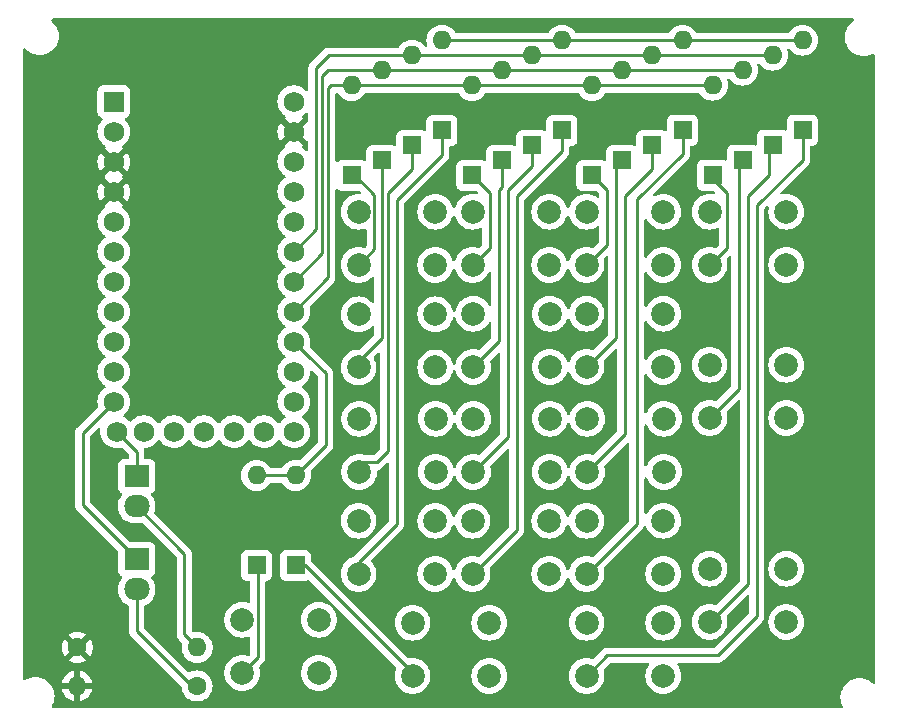
<source format=gbr>
%TF.GenerationSoftware,KiCad,Pcbnew,(6.0.9)*%
%TF.CreationDate,2022-12-07T13:58:04+00:00*%
%TF.ProjectId,PocketPad,506f636b-6574-4506-9164-2e6b69636164,rev?*%
%TF.SameCoordinates,Original*%
%TF.FileFunction,Copper,L1,Top*%
%TF.FilePolarity,Positive*%
%FSLAX46Y46*%
G04 Gerber Fmt 4.6, Leading zero omitted, Abs format (unit mm)*
G04 Created by KiCad (PCBNEW (6.0.9)) date 2022-12-07 13:58:04*
%MOMM*%
%LPD*%
G01*
G04 APERTURE LIST*
%TA.AperFunction,ComponentPad*%
%ADD10C,2.000000*%
%TD*%
%TA.AperFunction,ComponentPad*%
%ADD11R,1.600000X1.600000*%
%TD*%
%TA.AperFunction,ComponentPad*%
%ADD12O,1.600000X1.600000*%
%TD*%
%TA.AperFunction,ComponentPad*%
%ADD13R,1.752600X1.752600*%
%TD*%
%TA.AperFunction,ComponentPad*%
%ADD14C,1.752600*%
%TD*%
%TA.AperFunction,ComponentPad*%
%ADD15O,2.159000X1.905000*%
%TD*%
%TA.AperFunction,ComponentPad*%
%ADD16R,2.159000X1.905000*%
%TD*%
%TA.AperFunction,ComponentPad*%
%ADD17C,1.600000*%
%TD*%
%TA.AperFunction,Conductor*%
%ADD18C,0.250000*%
%TD*%
G04 APERTURE END LIST*
D10*
%TO.P,SW2,1*%
%TO.N,COL2*%
X70530000Y-34184000D03*
%TO.P,SW2,2*%
%TO.N,unconnected-(SW2-Pad2)*%
X77030000Y-34184000D03*
%TO.P,SW2,3*%
%TO.N,Net-(SW2-Pad3)*%
X70530000Y-38684000D03*
%TO.P,SW2,4*%
%TO.N,unconnected-(SW2-Pad4)*%
X77030000Y-38684000D03*
%TD*%
%TO.P,SW7,1*%
%TO.N,COL3*%
X80944000Y-47138000D03*
%TO.P,SW7,2*%
%TO.N,unconnected-(SW7-Pad2)*%
X87444000Y-47138000D03*
%TO.P,SW7,3*%
%TO.N,Net-(SW7-Pad3)*%
X80944000Y-51638000D03*
%TO.P,SW7,4*%
%TO.N,unconnected-(SW7-Pad4)*%
X87444000Y-51638000D03*
%TD*%
%TO.P,SW3,1*%
%TO.N,COL3*%
X80944000Y-34184000D03*
%TO.P,SW3,2*%
%TO.N,unconnected-(SW3-Pad2)*%
X87444000Y-34184000D03*
%TO.P,SW3,3*%
%TO.N,Net-(SW3-Pad3)*%
X80944000Y-38684000D03*
%TO.P,SW3,4*%
%TO.N,unconnected-(SW3-Pad4)*%
X87444000Y-38684000D03*
%TD*%
%TO.P,SW16,1*%
%TO.N,COL0*%
X41372000Y-68728000D03*
%TO.P,SW16,2*%
%TO.N,unconnected-(SW16-Pad2)*%
X47872000Y-68728000D03*
%TO.P,SW16,3*%
%TO.N,Net-(SW16-Pad3)*%
X41372000Y-73228000D03*
%TO.P,SW16,4*%
%TO.N,unconnected-(SW16-Pad4)*%
X47872000Y-73228000D03*
%TD*%
%TO.P,SW17,1*%
%TO.N,COL1*%
X55798000Y-68982000D03*
%TO.P,SW17,2*%
%TO.N,unconnected-(SW17-Pad2)*%
X62298000Y-68982000D03*
%TO.P,SW17,3*%
%TO.N,Net-(SW17-Pad3)*%
X55798000Y-73482000D03*
%TO.P,SW17,4*%
%TO.N,unconnected-(SW17-Pad4)*%
X62298000Y-73482000D03*
%TD*%
%TO.P,SW8,1*%
%TO.N,COL0*%
X51278000Y-51710000D03*
%TO.P,SW8,2*%
%TO.N,unconnected-(SW8-Pad2)*%
X57778000Y-51710000D03*
%TO.P,SW8,3*%
%TO.N,Net-(SW8-Pad3)*%
X51278000Y-56210000D03*
%TO.P,SW8,4*%
%TO.N,unconnected-(SW8-Pad4)*%
X57778000Y-56210000D03*
%TD*%
D11*
%TO.P,D16,1,A*%
%TO.N,Net-(SW16-Pad3)*%
X42590000Y-64116000D03*
D12*
%TO.P,D16,2,K*%
%TO.N,ROW4*%
X42590000Y-56496000D03*
%TD*%
D11*
%TO.P,D1,1,A*%
%TO.N,Net-(SW1-Pad3)*%
X60826000Y-31096000D03*
D12*
%TO.P,D1,2,K*%
%TO.N,ROW0*%
X60826000Y-23476000D03*
%TD*%
D11*
%TO.P,D5,1,A*%
%TO.N,Net-(SW5-Pad3)*%
X63366000Y-29826000D03*
D12*
%TO.P,D5,2,K*%
%TO.N,ROW1*%
X63366000Y-22206000D03*
%TD*%
D11*
%TO.P,D13,1,A*%
%TO.N,Net-(SW13-Pad3)*%
X68446000Y-27286000D03*
D12*
%TO.P,D13,2,K*%
%TO.N,ROW3*%
X68446000Y-19666000D03*
%TD*%
D10*
%TO.P,SW13,1*%
%TO.N,COL1*%
X60878000Y-60346000D03*
%TO.P,SW13,2*%
%TO.N,unconnected-(SW13-Pad2)*%
X67378000Y-60346000D03*
%TO.P,SW13,3*%
%TO.N,Net-(SW13-Pad3)*%
X60878000Y-64846000D03*
%TO.P,SW13,4*%
%TO.N,unconnected-(SW13-Pad4)*%
X67378000Y-64846000D03*
%TD*%
%TO.P,SW14,1*%
%TO.N,COL2*%
X70530000Y-60346000D03*
%TO.P,SW14,2*%
%TO.N,unconnected-(SW14-Pad2)*%
X77030000Y-60346000D03*
%TO.P,SW14,3*%
%TO.N,Net-(SW14-Pad3)*%
X70530000Y-64846000D03*
%TO.P,SW14,4*%
%TO.N,unconnected-(SW14-Pad4)*%
X77030000Y-64846000D03*
%TD*%
%TO.P,SW6,1*%
%TO.N,COL2*%
X70530000Y-42820000D03*
%TO.P,SW6,2*%
%TO.N,unconnected-(SW6-Pad2)*%
X77030000Y-42820000D03*
%TO.P,SW6,3*%
%TO.N,Net-(D6-Pad1)*%
X70530000Y-47320000D03*
%TO.P,SW6,4*%
%TO.N,unconnected-(SW6-Pad4)*%
X77030000Y-47320000D03*
%TD*%
D11*
%TO.P,D4,1,A*%
%TO.N,Net-(SW4-Pad3)*%
X53206000Y-29826000D03*
D12*
%TO.P,D4,2,K*%
%TO.N,ROW1*%
X53206000Y-22206000D03*
%TD*%
D13*
%TO.P,MCU1,1,TX0/PD3*%
%TO.N,unconnected-(MCU1-Pad1)*%
X30506000Y-24854750D03*
D14*
%TO.P,MCU1,2,RX1/PD2*%
%TO.N,unconnected-(MCU1-Pad2)*%
X30506000Y-27394750D03*
%TO.P,MCU1,3,GND*%
%TO.N,GND*%
X30506000Y-29934750D03*
%TO.P,MCU1,4,GND*%
X30506000Y-32474750D03*
%TO.P,MCU1,5,2/PD1*%
%TO.N,unconnected-(MCU1-Pad5)*%
X30506000Y-35014750D03*
%TO.P,MCU1,6,3/PD0*%
%TO.N,unconnected-(MCU1-Pad6)*%
X30506000Y-37554750D03*
%TO.P,MCU1,7,4/PD4*%
%TO.N,unconnected-(MCU1-Pad7)*%
X30506000Y-40094750D03*
%TO.P,MCU1,8,5/PC6*%
%TO.N,unconnected-(MCU1-Pad8)*%
X30506000Y-42634750D03*
%TO.P,MCU1,9,6/PD7*%
%TO.N,unconnected-(MCU1-Pad9)*%
X30506000Y-45174750D03*
%TO.P,MCU1,10,7/PE6*%
%TO.N,unconnected-(MCU1-Pad10)*%
X30506000Y-47714750D03*
%TO.P,MCU1,11,8/PB4*%
%TO.N,Net-(ACT1-Pad2)*%
X30506000Y-50254750D03*
%TO.P,MCU1,12,9/PB5*%
%TO.N,Net-(PWR1-Pad2)*%
X30734600Y-52794750D03*
%TO.P,MCU1,13,10/PB6*%
%TO.N,unconnected-(MCU1-Pad13)*%
X45746000Y-52794750D03*
%TO.P,MCU1,14,16/PB2*%
%TO.N,unconnected-(MCU1-Pad14)*%
X45746000Y-50254750D03*
%TO.P,MCU1,15,14/PB3*%
%TO.N,unconnected-(MCU1-Pad15)*%
X45746000Y-47714750D03*
%TO.P,MCU1,16,15/PB1*%
%TO.N,ROW4*%
X45746000Y-45174750D03*
%TO.P,MCU1,17,A0/PF7*%
%TO.N,ROW0*%
X45746000Y-42634750D03*
%TO.P,MCU1,18,A1/PF6*%
%TO.N,ROW1*%
X45746000Y-40094750D03*
%TO.P,MCU1,19,A2/PF5*%
%TO.N,ROW2*%
X45746000Y-37554750D03*
%TO.P,MCU1,20,A3/PF4*%
%TO.N,ROW3*%
X45746000Y-35014750D03*
%TO.P,MCU1,21,VCC*%
%TO.N,unconnected-(MCU1-Pad21)*%
X45746000Y-32474750D03*
%TO.P,MCU1,22,RST*%
%TO.N,unconnected-(MCU1-Pad22)*%
X45746000Y-29934750D03*
%TO.P,MCU1,23,GND*%
%TO.N,GND*%
X45746000Y-27394750D03*
%TO.P,MCU1,24,B0*%
%TO.N,unconnected-(MCU1-Pad24)*%
X45746000Y-24854750D03*
%TO.P,MCU1,25,B7*%
%TO.N,COL3*%
X33046000Y-52794750D03*
%TO.P,MCU1,26,D5*%
%TO.N,COL2*%
X35586000Y-52794750D03*
%TO.P,MCU1,27,C7*%
%TO.N,COL1*%
X38126000Y-52794750D03*
%TO.P,MCU1,28,F1*%
%TO.N,COL0*%
X40666000Y-52794750D03*
%TO.P,MCU1,29,F0*%
%TO.N,unconnected-(MCU1-Pad29)*%
X43206000Y-52794750D03*
%TD*%
D11*
%TO.P,D15,1,A*%
%TO.N,Net-(SW15-Pad3)*%
X88818000Y-27274000D03*
D12*
%TO.P,D15,2,K*%
%TO.N,ROW3*%
X88818000Y-19654000D03*
%TD*%
D11*
%TO.P,D3,1,A*%
%TO.N,Net-(SW3-Pad3)*%
X81198000Y-31084000D03*
D12*
%TO.P,D3,2,K*%
%TO.N,ROW0*%
X81198000Y-23464000D03*
%TD*%
D15*
%TO.P,ACT,1,K*%
%TO.N,Net-(ACT-R1-Pad1)*%
X32442000Y-66148000D03*
D16*
%TO.P,ACT,2,A*%
%TO.N,Net-(ACT1-Pad2)*%
X32442000Y-63608000D03*
%TD*%
D11*
%TO.P,D12,1,A*%
%TO.N,Net-(SW12-Pad3)*%
X58286000Y-27286000D03*
D12*
%TO.P,D12,2,K*%
%TO.N,ROW3*%
X58286000Y-19666000D03*
%TD*%
D11*
%TO.P,D11,1,A*%
%TO.N,Net-(SW11-Pad3)*%
X86278000Y-28544000D03*
D12*
%TO.P,D11,2,K*%
%TO.N,ROW2*%
X86278000Y-20924000D03*
%TD*%
D11*
%TO.P,D10,1,A*%
%TO.N,Net-(SW10-Pad3)*%
X76066000Y-28556000D03*
D12*
%TO.P,D10,2,K*%
%TO.N,ROW2*%
X76066000Y-20936000D03*
%TD*%
D11*
%TO.P,D8,1,A*%
%TO.N,Net-(SW8-Pad3)*%
X55746000Y-28556000D03*
D12*
%TO.P,D8,2,K*%
%TO.N,ROW2*%
X55746000Y-20936000D03*
%TD*%
D10*
%TO.P,SW12,1*%
%TO.N,COL0*%
X51226000Y-60346000D03*
%TO.P,SW12,2*%
%TO.N,unconnected-(SW12-Pad2)*%
X57726000Y-60346000D03*
%TO.P,SW12,3*%
%TO.N,Net-(SW12-Pad3)*%
X51226000Y-64846000D03*
%TO.P,SW12,4*%
%TO.N,unconnected-(SW12-Pad4)*%
X57726000Y-64846000D03*
%TD*%
%TO.P,SW5,1*%
%TO.N,COL1*%
X60930000Y-42820000D03*
%TO.P,SW5,2*%
%TO.N,unconnected-(SW5-Pad2)*%
X67430000Y-42820000D03*
%TO.P,SW5,3*%
%TO.N,Net-(SW5-Pad3)*%
X60930000Y-47320000D03*
%TO.P,SW5,4*%
%TO.N,unconnected-(SW5-Pad4)*%
X67430000Y-47320000D03*
%TD*%
D15*
%TO.P,PWR,1,K*%
%TO.N,Net-(PWR-R1-Pad2)*%
X32442000Y-59108000D03*
D16*
%TO.P,PWR,2,A*%
%TO.N,Net-(PWR1-Pad2)*%
X32442000Y-56568000D03*
%TD*%
D10*
%TO.P,SW9,1*%
%TO.N,COL1*%
X60930000Y-51710000D03*
%TO.P,SW9,2*%
%TO.N,unconnected-(SW9-Pad2)*%
X67430000Y-51710000D03*
%TO.P,SW9,3*%
%TO.N,Net-(SW9-Pad3)*%
X60930000Y-56210000D03*
%TO.P,SW9,4*%
%TO.N,unconnected-(SW9-Pad4)*%
X67430000Y-56210000D03*
%TD*%
D11*
%TO.P,D14,1,A*%
%TO.N,Net-(SW14-Pad3)*%
X78658000Y-27274000D03*
D12*
%TO.P,D14,2,K*%
%TO.N,ROW3*%
X78658000Y-19654000D03*
%TD*%
D17*
%TO.P,PWR-R1,1*%
%TO.N,GND*%
X27410000Y-71070000D03*
D12*
%TO.P,PWR-R1,2*%
%TO.N,Net-(PWR-R1-Pad2)*%
X37570000Y-71070000D03*
%TD*%
D10*
%TO.P,SW1,1*%
%TO.N,COL1*%
X60878000Y-34184000D03*
%TO.P,SW1,2*%
%TO.N,unconnected-(SW1-Pad2)*%
X67378000Y-34184000D03*
%TO.P,SW1,3*%
%TO.N,Net-(SW1-Pad3)*%
X60878000Y-38684000D03*
%TO.P,SW1,4*%
%TO.N,unconnected-(SW1-Pad4)*%
X67378000Y-38684000D03*
%TD*%
%TO.P,SW15,1*%
%TO.N,COL3*%
X70530000Y-68982000D03*
%TO.P,SW15,2*%
%TO.N,unconnected-(SW15-Pad2)*%
X77030000Y-68982000D03*
%TO.P,SW15,3*%
%TO.N,Net-(SW15-Pad3)*%
X70530000Y-73482000D03*
%TO.P,SW15,4*%
%TO.N,unconnected-(SW15-Pad4)*%
X77030000Y-73482000D03*
%TD*%
D11*
%TO.P,D7,1,A*%
%TO.N,Net-(SW7-Pad3)*%
X83738000Y-29814000D03*
D12*
%TO.P,D7,2,K*%
%TO.N,ROW1*%
X83738000Y-22194000D03*
%TD*%
D11*
%TO.P,D6,1,A*%
%TO.N,Net-(D6-Pad1)*%
X73526000Y-29826000D03*
D12*
%TO.P,D6,2,K*%
%TO.N,ROW1*%
X73526000Y-22206000D03*
%TD*%
D10*
%TO.P,SW0,1*%
%TO.N,COL0*%
X51226000Y-34184000D03*
%TO.P,SW0,2*%
%TO.N,unconnected-(SW0-Pad2)*%
X57726000Y-34184000D03*
%TO.P,SW0,3*%
%TO.N,Net-(SW0-Pad3)*%
X51226000Y-38684000D03*
%TO.P,SW0,4*%
%TO.N,unconnected-(SW0-Pad4)*%
X57726000Y-38684000D03*
%TD*%
%TO.P,SW10,1*%
%TO.N,COL2*%
X70582000Y-51710000D03*
%TO.P,SW10,2*%
%TO.N,unconnected-(SW10-Pad2)*%
X77082000Y-51710000D03*
%TO.P,SW10,3*%
%TO.N,Net-(SW10-Pad3)*%
X70582000Y-56210000D03*
%TO.P,SW10,4*%
%TO.N,unconnected-(SW10-Pad4)*%
X77082000Y-56210000D03*
%TD*%
D11*
%TO.P,D2,1,A*%
%TO.N,Net-(SW2-Pad3)*%
X70986000Y-31096000D03*
D12*
%TO.P,D2,2,K*%
%TO.N,ROW0*%
X70986000Y-23476000D03*
%TD*%
D11*
%TO.P,D9,1,A*%
%TO.N,Net-(SW9-Pad3)*%
X65906000Y-28556000D03*
D12*
%TO.P,D9,2,K*%
%TO.N,ROW2*%
X65906000Y-20936000D03*
%TD*%
D11*
%TO.P,D0,1,A*%
%TO.N,Net-(SW0-Pad3)*%
X50638000Y-31096000D03*
D12*
%TO.P,D0,2,K*%
%TO.N,ROW0*%
X50638000Y-23476000D03*
%TD*%
D10*
%TO.P,SW4,1*%
%TO.N,COL0*%
X51226000Y-42860000D03*
%TO.P,SW4,2*%
%TO.N,unconnected-(SW4-Pad2)*%
X57726000Y-42860000D03*
%TO.P,SW4,3*%
%TO.N,Net-(SW4-Pad3)*%
X51226000Y-47360000D03*
%TO.P,SW4,4*%
%TO.N,unconnected-(SW4-Pad4)*%
X57726000Y-47360000D03*
%TD*%
D17*
%TO.P,ACT-R1,1*%
%TO.N,Net-(ACT-R1-Pad1)*%
X37550000Y-74330000D03*
D12*
%TO.P,ACT-R1,2*%
%TO.N,GND*%
X27390000Y-74330000D03*
%TD*%
D11*
%TO.P,D17,1,A*%
%TO.N,Net-(SW17-Pad3)*%
X45892000Y-64116000D03*
D12*
%TO.P,D17,2,K*%
%TO.N,ROW4*%
X45892000Y-56496000D03*
%TD*%
D10*
%TO.P,SW11,1*%
%TO.N,COL3*%
X80944000Y-64410000D03*
%TO.P,SW11,2*%
%TO.N,unconnected-(SW11-Pad2)*%
X87444000Y-64410000D03*
%TO.P,SW11,3*%
%TO.N,Net-(SW11-Pad3)*%
X80944000Y-68910000D03*
%TO.P,SW11,4*%
%TO.N,unconnected-(SW11-Pad4)*%
X87444000Y-68910000D03*
%TD*%
D18*
%TO.N,ROW0*%
X48634000Y-39746750D02*
X45746000Y-42634750D01*
X50920000Y-23476000D02*
X80892000Y-23476000D01*
X48888000Y-23476000D02*
X48634000Y-23730000D01*
X51226000Y-23476000D02*
X48888000Y-23476000D01*
X48634000Y-23730000D02*
X48634000Y-39746750D01*
%TO.N,ROW1*%
X48634000Y-22206000D02*
X54020000Y-22206000D01*
X48126000Y-22714000D02*
X48634000Y-22206000D01*
X83726000Y-22206000D02*
X53714000Y-22206000D01*
X83738000Y-22194000D02*
X83726000Y-22206000D01*
X45746000Y-40094750D02*
X48126000Y-37714750D01*
X48126000Y-37714750D02*
X48126000Y-22714000D01*
%TO.N,ROW2*%
X48686000Y-20936000D02*
X56814000Y-20936000D01*
X47618000Y-22004000D02*
X48686000Y-20936000D01*
X47618000Y-35682750D02*
X47618000Y-22004000D01*
X45746000Y-37554750D02*
X47618000Y-35682750D01*
X56508000Y-20936000D02*
X86266000Y-20936000D01*
X86266000Y-20936000D02*
X86278000Y-20924000D01*
%TO.N,Net-(D6-Pad1)*%
X73018000Y-44832000D02*
X70530000Y-47320000D01*
X73526000Y-29826000D02*
X73018000Y-30334000D01*
X73018000Y-30334000D02*
X73018000Y-44832000D01*
%TO.N,ROW3*%
X88806000Y-19666000D02*
X58286000Y-19666000D01*
X88818000Y-19654000D02*
X88806000Y-19666000D01*
%TO.N,ROW4*%
X48432000Y-53956000D02*
X48432000Y-47860000D01*
X46947300Y-46376050D02*
X45746000Y-45174750D01*
X48432000Y-47860000D02*
X46948050Y-46376050D01*
X42590000Y-56496000D02*
X45892000Y-56496000D01*
X46948050Y-46376050D02*
X46947300Y-46376050D01*
X45892000Y-56496000D02*
X48432000Y-53956000D01*
%TO.N,Net-(SW0-Pad3)*%
X52551000Y-37359000D02*
X51226000Y-38684000D01*
X50920000Y-31096000D02*
X52551000Y-32727000D01*
X52551000Y-32727000D02*
X52551000Y-37359000D01*
%TO.N,Net-(SW1-Pad3)*%
X60826000Y-31096000D02*
X62350000Y-32620000D01*
X62350000Y-37212000D02*
X60878000Y-38684000D01*
X62350000Y-32620000D02*
X62350000Y-37212000D01*
%TO.N,Net-(SW2-Pad3)*%
X70986000Y-31096000D02*
X72256000Y-32366000D01*
X72256000Y-36958000D02*
X70530000Y-38684000D01*
X72256000Y-32366000D02*
X72256000Y-36958000D01*
%TO.N,Net-(SW3-Pad3)*%
X80892000Y-31096000D02*
X82416000Y-32620000D01*
X82416000Y-32620000D02*
X82416000Y-37212000D01*
X82416000Y-37212000D02*
X80944000Y-38684000D01*
%TO.N,Net-(SW5-Pad3)*%
X63366000Y-29826000D02*
X63366000Y-32112000D01*
X63112000Y-32366000D02*
X63112000Y-45138000D01*
X63112000Y-45138000D02*
X60930000Y-47320000D01*
X63366000Y-32112000D02*
X63112000Y-32366000D01*
%TO.N,Net-(SW7-Pad3)*%
X83432000Y-49150000D02*
X80944000Y-51638000D01*
X83432000Y-29826000D02*
X83432000Y-49150000D01*
%TO.N,Net-(SW9-Pad3)*%
X63874000Y-53266000D02*
X60930000Y-56210000D01*
X65906000Y-28556000D02*
X65906000Y-30334000D01*
X65906000Y-30334000D02*
X63874000Y-32366000D01*
X63874000Y-32366000D02*
X63874000Y-53266000D01*
%TO.N,Net-(SW10-Pad3)*%
X76066000Y-28556000D02*
X76066000Y-30588000D01*
X76066000Y-30588000D02*
X73780000Y-32874000D01*
X73780000Y-53012000D02*
X70582000Y-56210000D01*
X73780000Y-32874000D02*
X73780000Y-53012000D01*
%TO.N,Net-(SW11-Pad3)*%
X85972000Y-31096000D02*
X84194000Y-32874000D01*
X84194000Y-32874000D02*
X84194000Y-65660000D01*
X85972000Y-28556000D02*
X85972000Y-31096000D01*
X84194000Y-65660000D02*
X80944000Y-68910000D01*
%TO.N,Net-(SW13-Pad3)*%
X64636000Y-61088000D02*
X60878000Y-64846000D01*
X64636000Y-32874000D02*
X64636000Y-61088000D01*
X64636000Y-32874000D02*
X68446000Y-29064000D01*
X68446000Y-29064000D02*
X68446000Y-27286000D01*
%TO.N,Net-(SW14-Pad3)*%
X78658000Y-29266000D02*
X74796000Y-33128000D01*
X74796000Y-33128000D02*
X74796000Y-60580000D01*
X78658000Y-27274000D02*
X78658000Y-29266000D01*
X74796000Y-60580000D02*
X70530000Y-64846000D01*
%TO.N,Net-(SW15-Pad3)*%
X81654000Y-71736000D02*
X72276000Y-71736000D01*
X72276000Y-71736000D02*
X70530000Y-73482000D01*
X88818000Y-29774000D02*
X84956000Y-33636000D01*
X88818000Y-27274000D02*
X88818000Y-29774000D01*
X84956000Y-68434000D02*
X81654000Y-71736000D01*
X84956000Y-33636000D02*
X84956000Y-68434000D01*
%TO.N,Net-(SW16-Pad3)*%
X42697000Y-64223000D02*
X42697000Y-71903000D01*
X42697000Y-71903000D02*
X41372000Y-73228000D01*
X42590000Y-64116000D02*
X42697000Y-64223000D01*
%TO.N,Net-(SW17-Pad3)*%
X55798000Y-73248000D02*
X46666000Y-64116000D01*
X55798000Y-73482000D02*
X55798000Y-73248000D01*
X46666000Y-64116000D02*
X45892000Y-64116000D01*
%TO.N,Net-(SW4-Pad3)*%
X53206000Y-44872000D02*
X51226000Y-46852000D01*
X53206000Y-29826000D02*
X53206000Y-44872000D01*
%TO.N,Net-(SW12-Pad3)*%
X54476000Y-33162000D02*
X54476000Y-60592000D01*
X54476000Y-60592000D02*
X51226000Y-63842000D01*
X58286000Y-27286000D02*
X58286000Y-29352000D01*
X58286000Y-29352000D02*
X54476000Y-33162000D01*
%TO.N,Net-(SW8-Pad3)*%
X52770000Y-55408000D02*
X51278000Y-55408000D01*
X53714000Y-54464000D02*
X52770000Y-55408000D01*
X55746000Y-30588000D02*
X53714000Y-32620000D01*
X55746000Y-28556000D02*
X55746000Y-30588000D01*
X53714000Y-32620000D02*
X53714000Y-54464000D01*
%TO.N,Net-(ACT-R1-Pad1)*%
X32442000Y-69716000D02*
X32442000Y-66148000D01*
X37098000Y-74372000D02*
X32442000Y-69716000D01*
X37980000Y-74372000D02*
X37098000Y-74372000D01*
%TO.N,Net-(PWR-R1-Pad2)*%
X36470000Y-69970000D02*
X36470000Y-63136000D01*
X37570000Y-71070000D02*
X36470000Y-69970000D01*
X36470000Y-63136000D02*
X32442000Y-59108000D01*
%TO.N,Net-(ACT1-Pad2)*%
X27858000Y-52902750D02*
X27858000Y-59024000D01*
X27858000Y-52902750D02*
X30506000Y-50254750D01*
X27858000Y-59024000D02*
X32442000Y-63608000D01*
%TO.N,Net-(PWR1-Pad2)*%
X32442000Y-56568000D02*
X32442000Y-54502150D01*
X32442000Y-54502150D02*
X30734600Y-52794750D01*
%TD*%
%TA.AperFunction,Conductor*%
%TO.N,GND*%
G36*
X93128022Y-17839502D02*
G01*
X93174515Y-17893158D01*
X93184619Y-17963432D01*
X93155125Y-18028012D01*
X93125737Y-18052932D01*
X93057624Y-18094672D01*
X92865102Y-18259102D01*
X92700672Y-18451624D01*
X92568384Y-18667498D01*
X92566491Y-18672068D01*
X92566489Y-18672072D01*
X92502643Y-18826211D01*
X92471495Y-18901409D01*
X92412391Y-19147597D01*
X92392526Y-19400000D01*
X92412391Y-19652403D01*
X92413545Y-19657210D01*
X92413546Y-19657216D01*
X92451179Y-19813968D01*
X92471495Y-19898591D01*
X92473388Y-19903162D01*
X92473389Y-19903164D01*
X92556265Y-20103243D01*
X92568384Y-20132502D01*
X92700672Y-20348376D01*
X92865102Y-20540898D01*
X93057624Y-20705328D01*
X93273498Y-20837616D01*
X93278068Y-20839509D01*
X93278072Y-20839511D01*
X93495265Y-20929475D01*
X93507409Y-20934505D01*
X93561717Y-20947543D01*
X93748784Y-20992454D01*
X93748790Y-20992455D01*
X93753597Y-20993609D01*
X93853416Y-21001465D01*
X93940345Y-21008307D01*
X93940352Y-21008307D01*
X93942801Y-21008500D01*
X94069199Y-21008500D01*
X94071648Y-21008307D01*
X94071655Y-21008307D01*
X94158584Y-21001465D01*
X94258403Y-20993609D01*
X94263210Y-20992455D01*
X94263216Y-20992454D01*
X94450283Y-20947543D01*
X94504591Y-20934505D01*
X94516735Y-20929475D01*
X94733928Y-20839511D01*
X94733932Y-20839509D01*
X94738502Y-20837616D01*
X94742722Y-20835030D01*
X94742732Y-20835025D01*
X94763665Y-20822197D01*
X94832198Y-20803658D01*
X94899875Y-20825114D01*
X94945208Y-20879753D01*
X94955500Y-20929629D01*
X94955500Y-74011494D01*
X94935498Y-74079615D01*
X94881842Y-74126108D01*
X94811568Y-74136212D01*
X94747669Y-74107305D01*
X94690529Y-74058503D01*
X94592376Y-73974672D01*
X94376502Y-73842384D01*
X94371932Y-73840491D01*
X94371928Y-73840489D01*
X94147164Y-73747389D01*
X94147162Y-73747388D01*
X94142591Y-73745495D01*
X94031027Y-73718711D01*
X93901216Y-73687546D01*
X93901210Y-73687545D01*
X93896403Y-73686391D01*
X93792812Y-73678238D01*
X93709655Y-73671693D01*
X93709648Y-73671693D01*
X93707199Y-73671500D01*
X93580801Y-73671500D01*
X93578352Y-73671693D01*
X93578345Y-73671693D01*
X93495188Y-73678238D01*
X93391597Y-73686391D01*
X93386790Y-73687545D01*
X93386784Y-73687546D01*
X93256973Y-73718711D01*
X93145409Y-73745495D01*
X93140838Y-73747388D01*
X93140836Y-73747389D01*
X92916072Y-73840489D01*
X92916068Y-73840491D01*
X92911498Y-73842384D01*
X92695624Y-73974672D01*
X92503102Y-74139102D01*
X92338672Y-74331624D01*
X92206384Y-74547498D01*
X92204491Y-74552068D01*
X92204489Y-74552072D01*
X92111389Y-74776836D01*
X92109495Y-74781409D01*
X92108340Y-74786221D01*
X92060198Y-74986749D01*
X92050391Y-75027597D01*
X92030526Y-75280000D01*
X92050391Y-75532403D01*
X92051545Y-75537210D01*
X92051546Y-75537216D01*
X92089179Y-75693968D01*
X92109495Y-75778591D01*
X92111388Y-75783162D01*
X92111389Y-75783164D01*
X92168368Y-75920722D01*
X92206384Y-76012502D01*
X92208972Y-76016725D01*
X92212611Y-76022664D01*
X92231150Y-76091198D01*
X92209694Y-76158875D01*
X92155055Y-76204208D01*
X92105179Y-76214500D01*
X25355992Y-76214500D01*
X25287871Y-76194498D01*
X25241378Y-76140842D01*
X25231274Y-76070568D01*
X25248559Y-76022665D01*
X25311030Y-75920722D01*
X25313616Y-75916502D01*
X25368847Y-75783164D01*
X25408611Y-75687164D01*
X25408612Y-75687162D01*
X25410505Y-75682591D01*
X25438908Y-75564284D01*
X25468454Y-75441216D01*
X25468455Y-75441210D01*
X25469609Y-75436403D01*
X25489474Y-75184000D01*
X25469609Y-74931597D01*
X25467368Y-74922260D01*
X25423891Y-74741165D01*
X25410505Y-74685409D01*
X25373687Y-74596522D01*
X26107273Y-74596522D01*
X26154764Y-74773761D01*
X26158510Y-74784053D01*
X26250586Y-74981511D01*
X26256069Y-74991007D01*
X26381028Y-75169467D01*
X26388084Y-75177875D01*
X26542125Y-75331916D01*
X26550533Y-75338972D01*
X26728993Y-75463931D01*
X26738489Y-75469414D01*
X26935947Y-75561490D01*
X26946239Y-75565236D01*
X27118503Y-75611394D01*
X27132599Y-75611058D01*
X27136000Y-75603116D01*
X27136000Y-75597967D01*
X27644000Y-75597967D01*
X27647973Y-75611498D01*
X27656522Y-75612727D01*
X27833761Y-75565236D01*
X27844053Y-75561490D01*
X28041511Y-75469414D01*
X28051007Y-75463931D01*
X28229467Y-75338972D01*
X28237875Y-75331916D01*
X28391916Y-75177875D01*
X28398972Y-75169467D01*
X28523931Y-74991007D01*
X28529414Y-74981511D01*
X28621490Y-74784053D01*
X28625236Y-74773761D01*
X28671394Y-74601497D01*
X28671058Y-74587401D01*
X28663116Y-74584000D01*
X27662115Y-74584000D01*
X27646876Y-74588475D01*
X27645671Y-74589865D01*
X27644000Y-74597548D01*
X27644000Y-75597967D01*
X27136000Y-75597967D01*
X27136000Y-74602115D01*
X27131525Y-74586876D01*
X27130135Y-74585671D01*
X27122452Y-74584000D01*
X26122033Y-74584000D01*
X26108502Y-74587973D01*
X26107273Y-74596522D01*
X25373687Y-74596522D01*
X25315511Y-74456072D01*
X25315509Y-74456068D01*
X25313616Y-74451498D01*
X25181328Y-74235624D01*
X25030052Y-74058503D01*
X26108606Y-74058503D01*
X26108942Y-74072599D01*
X26116884Y-74076000D01*
X27117885Y-74076000D01*
X27133124Y-74071525D01*
X27134329Y-74070135D01*
X27136000Y-74062452D01*
X27136000Y-74057885D01*
X27644000Y-74057885D01*
X27648475Y-74073124D01*
X27649865Y-74074329D01*
X27657548Y-74076000D01*
X28657967Y-74076000D01*
X28671498Y-74072027D01*
X28672727Y-74063478D01*
X28625236Y-73886239D01*
X28621490Y-73875947D01*
X28529414Y-73678489D01*
X28523931Y-73668993D01*
X28398972Y-73490533D01*
X28391916Y-73482125D01*
X28237875Y-73328084D01*
X28229467Y-73321028D01*
X28051007Y-73196069D01*
X28041511Y-73190586D01*
X27844053Y-73098510D01*
X27833761Y-73094764D01*
X27661497Y-73048606D01*
X27647401Y-73048942D01*
X27644000Y-73056884D01*
X27644000Y-74057885D01*
X27136000Y-74057885D01*
X27136000Y-73062033D01*
X27132027Y-73048502D01*
X27123478Y-73047273D01*
X26946239Y-73094764D01*
X26935947Y-73098510D01*
X26738489Y-73190586D01*
X26728993Y-73196069D01*
X26550533Y-73321028D01*
X26542125Y-73328084D01*
X26388084Y-73482125D01*
X26381028Y-73490533D01*
X26256069Y-73668993D01*
X26250586Y-73678489D01*
X26158510Y-73875947D01*
X26154764Y-73886239D01*
X26108606Y-74058503D01*
X25030052Y-74058503D01*
X25016898Y-74043102D01*
X24824376Y-73878672D01*
X24608502Y-73746384D01*
X24603932Y-73744491D01*
X24603928Y-73744489D01*
X24379164Y-73651389D01*
X24379162Y-73651388D01*
X24374591Y-73649495D01*
X24289968Y-73629179D01*
X24133216Y-73591546D01*
X24133210Y-73591545D01*
X24128403Y-73590391D01*
X24028584Y-73582535D01*
X23941655Y-73575693D01*
X23941648Y-73575693D01*
X23939199Y-73575500D01*
X23812801Y-73575500D01*
X23810352Y-73575693D01*
X23810345Y-73575693D01*
X23723416Y-73582535D01*
X23623597Y-73590391D01*
X23618790Y-73591545D01*
X23618784Y-73591546D01*
X23462032Y-73629179D01*
X23377409Y-73649495D01*
X23372838Y-73651388D01*
X23372836Y-73651389D01*
X23148072Y-73744489D01*
X23148068Y-73744491D01*
X23143498Y-73746384D01*
X23139278Y-73748970D01*
X22998335Y-73835340D01*
X22929801Y-73853878D01*
X22862125Y-73832422D01*
X22816792Y-73777782D01*
X22806500Y-73727907D01*
X22806500Y-72156062D01*
X26688493Y-72156062D01*
X26697789Y-72168077D01*
X26748994Y-72203931D01*
X26758489Y-72209414D01*
X26955947Y-72301490D01*
X26966239Y-72305236D01*
X27176688Y-72361625D01*
X27187481Y-72363528D01*
X27404525Y-72382517D01*
X27415475Y-72382517D01*
X27632519Y-72363528D01*
X27643312Y-72361625D01*
X27853761Y-72305236D01*
X27864053Y-72301490D01*
X28061511Y-72209414D01*
X28071006Y-72203931D01*
X28123048Y-72167491D01*
X28131424Y-72157012D01*
X28124356Y-72143566D01*
X27422812Y-71442022D01*
X27408868Y-71434408D01*
X27407035Y-71434539D01*
X27400420Y-71438790D01*
X26694923Y-72144287D01*
X26688493Y-72156062D01*
X22806500Y-72156062D01*
X22806500Y-71075475D01*
X26097483Y-71075475D01*
X26116472Y-71292519D01*
X26118375Y-71303312D01*
X26174764Y-71513761D01*
X26178510Y-71524053D01*
X26270586Y-71721511D01*
X26276069Y-71731006D01*
X26312509Y-71783048D01*
X26322988Y-71791424D01*
X26336434Y-71784356D01*
X27037978Y-71082812D01*
X27044356Y-71071132D01*
X27774408Y-71071132D01*
X27774539Y-71072965D01*
X27778790Y-71079580D01*
X28484287Y-71785077D01*
X28496062Y-71791507D01*
X28508077Y-71782211D01*
X28543931Y-71731006D01*
X28549414Y-71721511D01*
X28641490Y-71524053D01*
X28645236Y-71513761D01*
X28701625Y-71303312D01*
X28703528Y-71292519D01*
X28722517Y-71075475D01*
X28722517Y-71064525D01*
X28703528Y-70847481D01*
X28701625Y-70836688D01*
X28645236Y-70626239D01*
X28641490Y-70615947D01*
X28549414Y-70418489D01*
X28543931Y-70408994D01*
X28507491Y-70356952D01*
X28497012Y-70348576D01*
X28483566Y-70355644D01*
X27782022Y-71057188D01*
X27774408Y-71071132D01*
X27044356Y-71071132D01*
X27045592Y-71068868D01*
X27045461Y-71067035D01*
X27041210Y-71060420D01*
X26335713Y-70354923D01*
X26323938Y-70348493D01*
X26311923Y-70357789D01*
X26276069Y-70408994D01*
X26270586Y-70418489D01*
X26178510Y-70615947D01*
X26174764Y-70626239D01*
X26118375Y-70836688D01*
X26116472Y-70847481D01*
X26097483Y-71064525D01*
X26097483Y-71075475D01*
X22806500Y-71075475D01*
X22806500Y-69982988D01*
X26688576Y-69982988D01*
X26695644Y-69996434D01*
X27397188Y-70697978D01*
X27411132Y-70705592D01*
X27412965Y-70705461D01*
X27419580Y-70701210D01*
X28125077Y-69995713D01*
X28131507Y-69983938D01*
X28122211Y-69971923D01*
X28071006Y-69936069D01*
X28061511Y-69930586D01*
X27864053Y-69838510D01*
X27853761Y-69834764D01*
X27643312Y-69778375D01*
X27632519Y-69776472D01*
X27415475Y-69757483D01*
X27404525Y-69757483D01*
X27187481Y-69776472D01*
X27176688Y-69778375D01*
X26966239Y-69834764D01*
X26955947Y-69838510D01*
X26758489Y-69930586D01*
X26748994Y-69936069D01*
X26696952Y-69972509D01*
X26688576Y-69982988D01*
X22806500Y-69982988D01*
X22806500Y-52882693D01*
X27219780Y-52882693D01*
X27220526Y-52890585D01*
X27223941Y-52926711D01*
X27224500Y-52938569D01*
X27224500Y-58945233D01*
X27223973Y-58956416D01*
X27222298Y-58963909D01*
X27222547Y-58971835D01*
X27222547Y-58971836D01*
X27224438Y-59031986D01*
X27224500Y-59035945D01*
X27224500Y-59063856D01*
X27224997Y-59067790D01*
X27224997Y-59067791D01*
X27225005Y-59067856D01*
X27225938Y-59079693D01*
X27227327Y-59123889D01*
X27232978Y-59143339D01*
X27236987Y-59162700D01*
X27239526Y-59182797D01*
X27242445Y-59190168D01*
X27242445Y-59190170D01*
X27255804Y-59223912D01*
X27259649Y-59235142D01*
X27262793Y-59245963D01*
X27271982Y-59277593D01*
X27276015Y-59284412D01*
X27276017Y-59284417D01*
X27282293Y-59295028D01*
X27290988Y-59312776D01*
X27298448Y-59331617D01*
X27303110Y-59338033D01*
X27303110Y-59338034D01*
X27324436Y-59367387D01*
X27330952Y-59377307D01*
X27353458Y-59415362D01*
X27367779Y-59429683D01*
X27380619Y-59444716D01*
X27392528Y-59461107D01*
X27398634Y-59466158D01*
X27426605Y-59489298D01*
X27435384Y-59497288D01*
X30817095Y-62879000D01*
X30851121Y-62941312D01*
X30854000Y-62968095D01*
X30854000Y-64608634D01*
X30860755Y-64670816D01*
X30911885Y-64807205D01*
X30999239Y-64923761D01*
X31115795Y-65011115D01*
X31135689Y-65018573D01*
X31192453Y-65061213D01*
X31217154Y-65127774D01*
X31201947Y-65197123D01*
X31190342Y-65214647D01*
X31097133Y-65332670D01*
X31097130Y-65332675D01*
X31093932Y-65336724D01*
X31091439Y-65341240D01*
X31091437Y-65341243D01*
X30980323Y-65542526D01*
X30977826Y-65547050D01*
X30976102Y-65551919D01*
X30976100Y-65551923D01*
X30903955Y-65755654D01*
X30897630Y-65773515D01*
X30896723Y-65778608D01*
X30896722Y-65778611D01*
X30871684Y-65919177D01*
X30855499Y-66010037D01*
X30852564Y-66250263D01*
X30888904Y-66487744D01*
X30925594Y-66599997D01*
X30961934Y-66711183D01*
X30961937Y-66711189D01*
X30963542Y-66716101D01*
X30965929Y-66720687D01*
X30965931Y-66720691D01*
X30978105Y-66744077D01*
X31074475Y-66929200D01*
X31218723Y-67121320D01*
X31392412Y-67287301D01*
X31396684Y-67290215D01*
X31581986Y-67416620D01*
X31590878Y-67422686D01*
X31595561Y-67424860D01*
X31595565Y-67424862D01*
X31735550Y-67489840D01*
X31788917Y-67536664D01*
X31808500Y-67604128D01*
X31808500Y-69637233D01*
X31807973Y-69648416D01*
X31806298Y-69655909D01*
X31806547Y-69663835D01*
X31806547Y-69663836D01*
X31808438Y-69723986D01*
X31808500Y-69727945D01*
X31808500Y-69755856D01*
X31808997Y-69759790D01*
X31808997Y-69759791D01*
X31809005Y-69759856D01*
X31809938Y-69771693D01*
X31811327Y-69815889D01*
X31816674Y-69834293D01*
X31816978Y-69835339D01*
X31820987Y-69854700D01*
X31823526Y-69874797D01*
X31826445Y-69882168D01*
X31826445Y-69882170D01*
X31839804Y-69915912D01*
X31843649Y-69927142D01*
X31849989Y-69948965D01*
X31855982Y-69969593D01*
X31860015Y-69976412D01*
X31860017Y-69976417D01*
X31866293Y-69987028D01*
X31874988Y-70004776D01*
X31882448Y-70023617D01*
X31887110Y-70030033D01*
X31887110Y-70030034D01*
X31908436Y-70059387D01*
X31914952Y-70069307D01*
X31937458Y-70107362D01*
X31951779Y-70121683D01*
X31964619Y-70136716D01*
X31976528Y-70153107D01*
X32003513Y-70175431D01*
X32010605Y-70181298D01*
X32019384Y-70189288D01*
X36211399Y-74381303D01*
X36245425Y-74443615D01*
X36247824Y-74459414D01*
X36256457Y-74558087D01*
X36315716Y-74779243D01*
X36318039Y-74784224D01*
X36318039Y-74784225D01*
X36410151Y-74981762D01*
X36410154Y-74981767D01*
X36412477Y-74986749D01*
X36543802Y-75174300D01*
X36705700Y-75336198D01*
X36710208Y-75339355D01*
X36710211Y-75339357D01*
X36788389Y-75394098D01*
X36893251Y-75467523D01*
X36898233Y-75469846D01*
X36898238Y-75469849D01*
X37042709Y-75537216D01*
X37100757Y-75564284D01*
X37106065Y-75565706D01*
X37106067Y-75565707D01*
X37316598Y-75622119D01*
X37316600Y-75622119D01*
X37321913Y-75623543D01*
X37550000Y-75643498D01*
X37778087Y-75623543D01*
X37783400Y-75622119D01*
X37783402Y-75622119D01*
X37993933Y-75565707D01*
X37993935Y-75565706D01*
X37999243Y-75564284D01*
X38057291Y-75537216D01*
X38201762Y-75469849D01*
X38201767Y-75469846D01*
X38206749Y-75467523D01*
X38311611Y-75394098D01*
X38389789Y-75339357D01*
X38389792Y-75339355D01*
X38394300Y-75336198D01*
X38556198Y-75174300D01*
X38687523Y-74986749D01*
X38689846Y-74981767D01*
X38689849Y-74981762D01*
X38781961Y-74784225D01*
X38781961Y-74784224D01*
X38784284Y-74779243D01*
X38799789Y-74721380D01*
X38842119Y-74563402D01*
X38842119Y-74563400D01*
X38843543Y-74558087D01*
X38863498Y-74330000D01*
X38843543Y-74101913D01*
X38833244Y-74063478D01*
X38785707Y-73886067D01*
X38785706Y-73886065D01*
X38784284Y-73880757D01*
X38771750Y-73853878D01*
X38689849Y-73678238D01*
X38689846Y-73678233D01*
X38687523Y-73673251D01*
X38556198Y-73485700D01*
X38394300Y-73323802D01*
X38389792Y-73320645D01*
X38389789Y-73320643D01*
X38311611Y-73265902D01*
X38257481Y-73228000D01*
X39858835Y-73228000D01*
X39877465Y-73464711D01*
X39878619Y-73469518D01*
X39878620Y-73469524D01*
X39882504Y-73485700D01*
X39932895Y-73695594D01*
X39934788Y-73700165D01*
X39934789Y-73700167D01*
X40009592Y-73880757D01*
X40023760Y-73914963D01*
X40026346Y-73919183D01*
X40145241Y-74113202D01*
X40145245Y-74113208D01*
X40147824Y-74117416D01*
X40302031Y-74297969D01*
X40482584Y-74452176D01*
X40486792Y-74454755D01*
X40486798Y-74454759D01*
X40646473Y-74552608D01*
X40685037Y-74576240D01*
X40689607Y-74578133D01*
X40689611Y-74578135D01*
X40899833Y-74665211D01*
X40904406Y-74667105D01*
X40961600Y-74680836D01*
X41130476Y-74721380D01*
X41130482Y-74721381D01*
X41135289Y-74722535D01*
X41372000Y-74741165D01*
X41608711Y-74722535D01*
X41613518Y-74721381D01*
X41613524Y-74721380D01*
X41782400Y-74680836D01*
X41839594Y-74667105D01*
X41844167Y-74665211D01*
X42054389Y-74578135D01*
X42054393Y-74578133D01*
X42058963Y-74576240D01*
X42097527Y-74552608D01*
X42257202Y-74454759D01*
X42257208Y-74454755D01*
X42261416Y-74452176D01*
X42441969Y-74297969D01*
X42596176Y-74117416D01*
X42598755Y-74113208D01*
X42598759Y-74113202D01*
X42717654Y-73919183D01*
X42720240Y-73914963D01*
X42734409Y-73880757D01*
X42809211Y-73700167D01*
X42809212Y-73700165D01*
X42811105Y-73695594D01*
X42861496Y-73485700D01*
X42865380Y-73469524D01*
X42865381Y-73469518D01*
X42866535Y-73464711D01*
X42885165Y-73228000D01*
X46358835Y-73228000D01*
X46377465Y-73464711D01*
X46378619Y-73469518D01*
X46378620Y-73469524D01*
X46382504Y-73485700D01*
X46432895Y-73695594D01*
X46434788Y-73700165D01*
X46434789Y-73700167D01*
X46509592Y-73880757D01*
X46523760Y-73914963D01*
X46526346Y-73919183D01*
X46645241Y-74113202D01*
X46645245Y-74113208D01*
X46647824Y-74117416D01*
X46802031Y-74297969D01*
X46982584Y-74452176D01*
X46986792Y-74454755D01*
X46986798Y-74454759D01*
X47146473Y-74552608D01*
X47185037Y-74576240D01*
X47189607Y-74578133D01*
X47189611Y-74578135D01*
X47399833Y-74665211D01*
X47404406Y-74667105D01*
X47461600Y-74680836D01*
X47630476Y-74721380D01*
X47630482Y-74721381D01*
X47635289Y-74722535D01*
X47872000Y-74741165D01*
X48108711Y-74722535D01*
X48113518Y-74721381D01*
X48113524Y-74721380D01*
X48282400Y-74680836D01*
X48339594Y-74667105D01*
X48344167Y-74665211D01*
X48554389Y-74578135D01*
X48554393Y-74578133D01*
X48558963Y-74576240D01*
X48597527Y-74552608D01*
X48757202Y-74454759D01*
X48757208Y-74454755D01*
X48761416Y-74452176D01*
X48941969Y-74297969D01*
X49096176Y-74117416D01*
X49098755Y-74113208D01*
X49098759Y-74113202D01*
X49217654Y-73919183D01*
X49220240Y-73914963D01*
X49234409Y-73880757D01*
X49309211Y-73700167D01*
X49309212Y-73700165D01*
X49311105Y-73695594D01*
X49361496Y-73485700D01*
X49365380Y-73469524D01*
X49365381Y-73469518D01*
X49366535Y-73464711D01*
X49385165Y-73228000D01*
X49366535Y-72991289D01*
X49345469Y-72903540D01*
X49320193Y-72798260D01*
X49311105Y-72760406D01*
X49300974Y-72735948D01*
X49222135Y-72545611D01*
X49222133Y-72545607D01*
X49220240Y-72541037D01*
X49202776Y-72512539D01*
X49098759Y-72342798D01*
X49098755Y-72342792D01*
X49096176Y-72338584D01*
X48941969Y-72158031D01*
X48761416Y-72003824D01*
X48757208Y-72001245D01*
X48757202Y-72001241D01*
X48563183Y-71882346D01*
X48558963Y-71879760D01*
X48554393Y-71877867D01*
X48554389Y-71877865D01*
X48344167Y-71790789D01*
X48344165Y-71790788D01*
X48339594Y-71788895D01*
X48259391Y-71769640D01*
X48113524Y-71734620D01*
X48113518Y-71734619D01*
X48108711Y-71733465D01*
X47872000Y-71714835D01*
X47635289Y-71733465D01*
X47630482Y-71734619D01*
X47630476Y-71734620D01*
X47484609Y-71769640D01*
X47404406Y-71788895D01*
X47399835Y-71790788D01*
X47399833Y-71790789D01*
X47189611Y-71877865D01*
X47189607Y-71877867D01*
X47185037Y-71879760D01*
X47180817Y-71882346D01*
X46986798Y-72001241D01*
X46986792Y-72001245D01*
X46982584Y-72003824D01*
X46802031Y-72158031D01*
X46647824Y-72338584D01*
X46645245Y-72342792D01*
X46645241Y-72342798D01*
X46541224Y-72512539D01*
X46523760Y-72541037D01*
X46521867Y-72545607D01*
X46521865Y-72545611D01*
X46443026Y-72735948D01*
X46432895Y-72760406D01*
X46423807Y-72798260D01*
X46398532Y-72903540D01*
X46377465Y-72991289D01*
X46358835Y-73228000D01*
X42885165Y-73228000D01*
X42866535Y-72991289D01*
X42845469Y-72903540D01*
X42820193Y-72798260D01*
X42812940Y-72768049D01*
X42816487Y-72697142D01*
X42846364Y-72649541D01*
X43089253Y-72406652D01*
X43097539Y-72399112D01*
X43104018Y-72395000D01*
X43109636Y-72389018D01*
X43150643Y-72345349D01*
X43153398Y-72342507D01*
X43173135Y-72322770D01*
X43175615Y-72319573D01*
X43183320Y-72310551D01*
X43208159Y-72284100D01*
X43213586Y-72278321D01*
X43217405Y-72271375D01*
X43217407Y-72271372D01*
X43223348Y-72260566D01*
X43234199Y-72244047D01*
X43234559Y-72243583D01*
X43246614Y-72228041D01*
X43249759Y-72220772D01*
X43249762Y-72220768D01*
X43264174Y-72187463D01*
X43269391Y-72176813D01*
X43290695Y-72138060D01*
X43295733Y-72118437D01*
X43302137Y-72099734D01*
X43307033Y-72088420D01*
X43307033Y-72088419D01*
X43310181Y-72081145D01*
X43311420Y-72073322D01*
X43311423Y-72073312D01*
X43317099Y-72037476D01*
X43319505Y-72025856D01*
X43328528Y-71990711D01*
X43328528Y-71990710D01*
X43330500Y-71983030D01*
X43330500Y-71962776D01*
X43332051Y-71943065D01*
X43333980Y-71930886D01*
X43335220Y-71923057D01*
X43331059Y-71879038D01*
X43330500Y-71867181D01*
X43330500Y-68728000D01*
X46358835Y-68728000D01*
X46377465Y-68964711D01*
X46378619Y-68969518D01*
X46378620Y-68969524D01*
X46382799Y-68986930D01*
X46432895Y-69195594D01*
X46434788Y-69200165D01*
X46434789Y-69200167D01*
X46510176Y-69382167D01*
X46523760Y-69414963D01*
X46526346Y-69419183D01*
X46645241Y-69613202D01*
X46645245Y-69613208D01*
X46647824Y-69617416D01*
X46802031Y-69797969D01*
X46982584Y-69952176D01*
X46986792Y-69954755D01*
X46986798Y-69954759D01*
X47171099Y-70067699D01*
X47185037Y-70076240D01*
X47189607Y-70078133D01*
X47189611Y-70078135D01*
X47399833Y-70165211D01*
X47404406Y-70167105D01*
X47479265Y-70185077D01*
X47630476Y-70221380D01*
X47630482Y-70221381D01*
X47635289Y-70222535D01*
X47872000Y-70241165D01*
X48108711Y-70222535D01*
X48113518Y-70221381D01*
X48113524Y-70221380D01*
X48264735Y-70185077D01*
X48339594Y-70167105D01*
X48344167Y-70165211D01*
X48554389Y-70078135D01*
X48554393Y-70078133D01*
X48558963Y-70076240D01*
X48572901Y-70067699D01*
X48757202Y-69954759D01*
X48757208Y-69954755D01*
X48761416Y-69952176D01*
X48941969Y-69797969D01*
X49096176Y-69617416D01*
X49098755Y-69613208D01*
X49098759Y-69613202D01*
X49217654Y-69419183D01*
X49220240Y-69414963D01*
X49233825Y-69382167D01*
X49309211Y-69200167D01*
X49309212Y-69200165D01*
X49311105Y-69195594D01*
X49361201Y-68986930D01*
X49365380Y-68969524D01*
X49365381Y-68969518D01*
X49366535Y-68964711D01*
X49385165Y-68728000D01*
X49366535Y-68491289D01*
X49357597Y-68454057D01*
X49312260Y-68265218D01*
X49311105Y-68260406D01*
X49297521Y-68227611D01*
X49222135Y-68045611D01*
X49222133Y-68045607D01*
X49220240Y-68041037D01*
X49205403Y-68016825D01*
X49098759Y-67842798D01*
X49098755Y-67842792D01*
X49096176Y-67838584D01*
X48941969Y-67658031D01*
X48761416Y-67503824D01*
X48757208Y-67501245D01*
X48757202Y-67501241D01*
X48563183Y-67382346D01*
X48558963Y-67379760D01*
X48554393Y-67377867D01*
X48554389Y-67377865D01*
X48344167Y-67290789D01*
X48344165Y-67290788D01*
X48339594Y-67288895D01*
X48224186Y-67261188D01*
X48113524Y-67234620D01*
X48113518Y-67234619D01*
X48108711Y-67233465D01*
X47872000Y-67214835D01*
X47635289Y-67233465D01*
X47630482Y-67234619D01*
X47630476Y-67234620D01*
X47519814Y-67261188D01*
X47404406Y-67288895D01*
X47399835Y-67290788D01*
X47399833Y-67290789D01*
X47189611Y-67377865D01*
X47189607Y-67377867D01*
X47185037Y-67379760D01*
X47180817Y-67382346D01*
X46986798Y-67501241D01*
X46986792Y-67501245D01*
X46982584Y-67503824D01*
X46802031Y-67658031D01*
X46647824Y-67838584D01*
X46645245Y-67842792D01*
X46645241Y-67842798D01*
X46538597Y-68016825D01*
X46523760Y-68041037D01*
X46521867Y-68045607D01*
X46521865Y-68045611D01*
X46446479Y-68227611D01*
X46432895Y-68260406D01*
X46431740Y-68265218D01*
X46386404Y-68454057D01*
X46377465Y-68491289D01*
X46358835Y-68728000D01*
X43330500Y-68728000D01*
X43330500Y-65549246D01*
X43350502Y-65481125D01*
X43404158Y-65434632D01*
X43442893Y-65423983D01*
X43492460Y-65418599D01*
X43492464Y-65418598D01*
X43500316Y-65417745D01*
X43636705Y-65366615D01*
X43753261Y-65279261D01*
X43840615Y-65162705D01*
X43891745Y-65026316D01*
X43898500Y-64964134D01*
X44583500Y-64964134D01*
X44590255Y-65026316D01*
X44641385Y-65162705D01*
X44728739Y-65279261D01*
X44845295Y-65366615D01*
X44981684Y-65417745D01*
X45043866Y-65424500D01*
X46740134Y-65424500D01*
X46802316Y-65417745D01*
X46922391Y-65372731D01*
X46993196Y-65367548D01*
X47055714Y-65401618D01*
X54390044Y-72735948D01*
X54424070Y-72798260D01*
X54417358Y-72873260D01*
X54360791Y-73009828D01*
X54358895Y-73014406D01*
X54350709Y-73048502D01*
X54307616Y-73228000D01*
X54303465Y-73245289D01*
X54284835Y-73482000D01*
X54303465Y-73718711D01*
X54304619Y-73723518D01*
X54304620Y-73723524D01*
X54331465Y-73835340D01*
X54358895Y-73949594D01*
X54360788Y-73954165D01*
X54360789Y-73954167D01*
X54429966Y-74121175D01*
X54449760Y-74168963D01*
X54452346Y-74173183D01*
X54571241Y-74367202D01*
X54571245Y-74367208D01*
X54573824Y-74371416D01*
X54728031Y-74551969D01*
X54908584Y-74706176D01*
X54912792Y-74708755D01*
X54912798Y-74708759D01*
X55106817Y-74827654D01*
X55111037Y-74830240D01*
X55115607Y-74832133D01*
X55115611Y-74832135D01*
X55325833Y-74919211D01*
X55330406Y-74921105D01*
X55394660Y-74936531D01*
X55556476Y-74975380D01*
X55556482Y-74975381D01*
X55561289Y-74976535D01*
X55798000Y-74995165D01*
X56034711Y-74976535D01*
X56039518Y-74975381D01*
X56039524Y-74975380D01*
X56201340Y-74936531D01*
X56265594Y-74921105D01*
X56270167Y-74919211D01*
X56480389Y-74832135D01*
X56480393Y-74832133D01*
X56484963Y-74830240D01*
X56489183Y-74827654D01*
X56683202Y-74708759D01*
X56683208Y-74708755D01*
X56687416Y-74706176D01*
X56867969Y-74551969D01*
X57022176Y-74371416D01*
X57024755Y-74367208D01*
X57024759Y-74367202D01*
X57143654Y-74173183D01*
X57146240Y-74168963D01*
X57166035Y-74121175D01*
X57235211Y-73954167D01*
X57235212Y-73954165D01*
X57237105Y-73949594D01*
X57264535Y-73835340D01*
X57291380Y-73723524D01*
X57291381Y-73723518D01*
X57292535Y-73718711D01*
X57311165Y-73482000D01*
X60784835Y-73482000D01*
X60803465Y-73718711D01*
X60804619Y-73723518D01*
X60804620Y-73723524D01*
X60831465Y-73835340D01*
X60858895Y-73949594D01*
X60860788Y-73954165D01*
X60860789Y-73954167D01*
X60929966Y-74121175D01*
X60949760Y-74168963D01*
X60952346Y-74173183D01*
X61071241Y-74367202D01*
X61071245Y-74367208D01*
X61073824Y-74371416D01*
X61228031Y-74551969D01*
X61408584Y-74706176D01*
X61412792Y-74708755D01*
X61412798Y-74708759D01*
X61606817Y-74827654D01*
X61611037Y-74830240D01*
X61615607Y-74832133D01*
X61615611Y-74832135D01*
X61825833Y-74919211D01*
X61830406Y-74921105D01*
X61894660Y-74936531D01*
X62056476Y-74975380D01*
X62056482Y-74975381D01*
X62061289Y-74976535D01*
X62298000Y-74995165D01*
X62534711Y-74976535D01*
X62539518Y-74975381D01*
X62539524Y-74975380D01*
X62701340Y-74936531D01*
X62765594Y-74921105D01*
X62770167Y-74919211D01*
X62980389Y-74832135D01*
X62980393Y-74832133D01*
X62984963Y-74830240D01*
X62989183Y-74827654D01*
X63183202Y-74708759D01*
X63183208Y-74708755D01*
X63187416Y-74706176D01*
X63367969Y-74551969D01*
X63522176Y-74371416D01*
X63524755Y-74367208D01*
X63524759Y-74367202D01*
X63643654Y-74173183D01*
X63646240Y-74168963D01*
X63666035Y-74121175D01*
X63735211Y-73954167D01*
X63735212Y-73954165D01*
X63737105Y-73949594D01*
X63764535Y-73835340D01*
X63791380Y-73723524D01*
X63791381Y-73723518D01*
X63792535Y-73718711D01*
X63811165Y-73482000D01*
X69016835Y-73482000D01*
X69035465Y-73718711D01*
X69036619Y-73723518D01*
X69036620Y-73723524D01*
X69063465Y-73835340D01*
X69090895Y-73949594D01*
X69092788Y-73954165D01*
X69092789Y-73954167D01*
X69161966Y-74121175D01*
X69181760Y-74168963D01*
X69184346Y-74173183D01*
X69303241Y-74367202D01*
X69303245Y-74367208D01*
X69305824Y-74371416D01*
X69460031Y-74551969D01*
X69640584Y-74706176D01*
X69644792Y-74708755D01*
X69644798Y-74708759D01*
X69838817Y-74827654D01*
X69843037Y-74830240D01*
X69847607Y-74832133D01*
X69847611Y-74832135D01*
X70057833Y-74919211D01*
X70062406Y-74921105D01*
X70126660Y-74936531D01*
X70288476Y-74975380D01*
X70288482Y-74975381D01*
X70293289Y-74976535D01*
X70530000Y-74995165D01*
X70766711Y-74976535D01*
X70771518Y-74975381D01*
X70771524Y-74975380D01*
X70933340Y-74936531D01*
X70997594Y-74921105D01*
X71002167Y-74919211D01*
X71212389Y-74832135D01*
X71212393Y-74832133D01*
X71216963Y-74830240D01*
X71221183Y-74827654D01*
X71415202Y-74708759D01*
X71415208Y-74708755D01*
X71419416Y-74706176D01*
X71599969Y-74551969D01*
X71754176Y-74371416D01*
X71756755Y-74367208D01*
X71756759Y-74367202D01*
X71875654Y-74173183D01*
X71878240Y-74168963D01*
X71898035Y-74121175D01*
X71967211Y-73954167D01*
X71967212Y-73954165D01*
X71969105Y-73949594D01*
X71996535Y-73835340D01*
X72023380Y-73723524D01*
X72023381Y-73723518D01*
X72024535Y-73718711D01*
X72043165Y-73482000D01*
X72024535Y-73245289D01*
X72020385Y-73228000D01*
X71970940Y-73022050D01*
X71974487Y-72951142D01*
X72004364Y-72903540D01*
X72501501Y-72406404D01*
X72563813Y-72372379D01*
X72590596Y-72369500D01*
X75723040Y-72369500D01*
X75791161Y-72389502D01*
X75837654Y-72443158D01*
X75847758Y-72513432D01*
X75818852Y-72577329D01*
X75809039Y-72588819D01*
X75809035Y-72588824D01*
X75805824Y-72592584D01*
X75803245Y-72596792D01*
X75803241Y-72596798D01*
X75717970Y-72735948D01*
X75681760Y-72795037D01*
X75679867Y-72799607D01*
X75679865Y-72799611D01*
X75592791Y-73009828D01*
X75590895Y-73014406D01*
X75582709Y-73048502D01*
X75539616Y-73228000D01*
X75535465Y-73245289D01*
X75516835Y-73482000D01*
X75535465Y-73718711D01*
X75536619Y-73723518D01*
X75536620Y-73723524D01*
X75563465Y-73835340D01*
X75590895Y-73949594D01*
X75592788Y-73954165D01*
X75592789Y-73954167D01*
X75661966Y-74121175D01*
X75681760Y-74168963D01*
X75684346Y-74173183D01*
X75803241Y-74367202D01*
X75803245Y-74367208D01*
X75805824Y-74371416D01*
X75960031Y-74551969D01*
X76140584Y-74706176D01*
X76144792Y-74708755D01*
X76144798Y-74708759D01*
X76338817Y-74827654D01*
X76343037Y-74830240D01*
X76347607Y-74832133D01*
X76347611Y-74832135D01*
X76557833Y-74919211D01*
X76562406Y-74921105D01*
X76626660Y-74936531D01*
X76788476Y-74975380D01*
X76788482Y-74975381D01*
X76793289Y-74976535D01*
X77030000Y-74995165D01*
X77266711Y-74976535D01*
X77271518Y-74975381D01*
X77271524Y-74975380D01*
X77433340Y-74936531D01*
X77497594Y-74921105D01*
X77502167Y-74919211D01*
X77712389Y-74832135D01*
X77712393Y-74832133D01*
X77716963Y-74830240D01*
X77721183Y-74827654D01*
X77915202Y-74708759D01*
X77915208Y-74708755D01*
X77919416Y-74706176D01*
X78099969Y-74551969D01*
X78254176Y-74371416D01*
X78256755Y-74367208D01*
X78256759Y-74367202D01*
X78375654Y-74173183D01*
X78378240Y-74168963D01*
X78398035Y-74121175D01*
X78467211Y-73954167D01*
X78467212Y-73954165D01*
X78469105Y-73949594D01*
X78496535Y-73835340D01*
X78523380Y-73723524D01*
X78523381Y-73723518D01*
X78524535Y-73718711D01*
X78543165Y-73482000D01*
X78524535Y-73245289D01*
X78520385Y-73228000D01*
X78477291Y-73048502D01*
X78469105Y-73014406D01*
X78467209Y-73009828D01*
X78380135Y-72799611D01*
X78380133Y-72799607D01*
X78378240Y-72795037D01*
X78342030Y-72735948D01*
X78256759Y-72596798D01*
X78256755Y-72596792D01*
X78254176Y-72592584D01*
X78250965Y-72588824D01*
X78250961Y-72588819D01*
X78241148Y-72577329D01*
X78212117Y-72512539D01*
X78222724Y-72442339D01*
X78269599Y-72389018D01*
X78336960Y-72369500D01*
X81575233Y-72369500D01*
X81586416Y-72370027D01*
X81593909Y-72371702D01*
X81601835Y-72371453D01*
X81601836Y-72371453D01*
X81661986Y-72369562D01*
X81665945Y-72369500D01*
X81693856Y-72369500D01*
X81697791Y-72369003D01*
X81697856Y-72368995D01*
X81709693Y-72368062D01*
X81741951Y-72367048D01*
X81745970Y-72366922D01*
X81753889Y-72366673D01*
X81773343Y-72361021D01*
X81792700Y-72357013D01*
X81804930Y-72355468D01*
X81804931Y-72355468D01*
X81812797Y-72354474D01*
X81820168Y-72351555D01*
X81820170Y-72351555D01*
X81853912Y-72338196D01*
X81865142Y-72334351D01*
X81899983Y-72324229D01*
X81899984Y-72324229D01*
X81907593Y-72322018D01*
X81914412Y-72317985D01*
X81914417Y-72317983D01*
X81925028Y-72311707D01*
X81942776Y-72303012D01*
X81961617Y-72295552D01*
X81997387Y-72269564D01*
X82007307Y-72263048D01*
X82038535Y-72244580D01*
X82038538Y-72244578D01*
X82045362Y-72240542D01*
X82059683Y-72226221D01*
X82074717Y-72213380D01*
X82080176Y-72209414D01*
X82091107Y-72201472D01*
X82119298Y-72167395D01*
X82127288Y-72158616D01*
X85348247Y-68937657D01*
X85356537Y-68930113D01*
X85363018Y-68926000D01*
X85378043Y-68910000D01*
X85930835Y-68910000D01*
X85949465Y-69146711D01*
X85950619Y-69151518D01*
X85950620Y-69151524D01*
X85967906Y-69223524D01*
X86004895Y-69377594D01*
X86006788Y-69382165D01*
X86006789Y-69382167D01*
X86025852Y-69428188D01*
X86095760Y-69596963D01*
X86098346Y-69601183D01*
X86217241Y-69795202D01*
X86217245Y-69795208D01*
X86219824Y-69799416D01*
X86331482Y-69930151D01*
X86367660Y-69972509D01*
X86374031Y-69979969D01*
X86554584Y-70134176D01*
X86558792Y-70136755D01*
X86558798Y-70136759D01*
X86703937Y-70225700D01*
X86757037Y-70258240D01*
X86761607Y-70260133D01*
X86761611Y-70260135D01*
X86971833Y-70347211D01*
X86976406Y-70349105D01*
X87050832Y-70366973D01*
X87202476Y-70403380D01*
X87202482Y-70403381D01*
X87207289Y-70404535D01*
X87444000Y-70423165D01*
X87680711Y-70404535D01*
X87685518Y-70403381D01*
X87685524Y-70403380D01*
X87837168Y-70366973D01*
X87911594Y-70349105D01*
X87916167Y-70347211D01*
X88126389Y-70260135D01*
X88126393Y-70260133D01*
X88130963Y-70258240D01*
X88184063Y-70225700D01*
X88329202Y-70136759D01*
X88329208Y-70136755D01*
X88333416Y-70134176D01*
X88513969Y-69979969D01*
X88520341Y-69972509D01*
X88556518Y-69930151D01*
X88668176Y-69799416D01*
X88670755Y-69795208D01*
X88670759Y-69795202D01*
X88789654Y-69601183D01*
X88792240Y-69596963D01*
X88862149Y-69428188D01*
X88881211Y-69382167D01*
X88881212Y-69382165D01*
X88883105Y-69377594D01*
X88920094Y-69223524D01*
X88937380Y-69151524D01*
X88937381Y-69151518D01*
X88938535Y-69146711D01*
X88957165Y-68910000D01*
X88938535Y-68673289D01*
X88935676Y-68661378D01*
X88893057Y-68483858D01*
X88883105Y-68442406D01*
X88864787Y-68398181D01*
X88794135Y-68227611D01*
X88794133Y-68227607D01*
X88792240Y-68223037D01*
X88728734Y-68119405D01*
X88670759Y-68024798D01*
X88670755Y-68024792D01*
X88668176Y-68020584D01*
X88513969Y-67840031D01*
X88333416Y-67685824D01*
X88329208Y-67683245D01*
X88329202Y-67683241D01*
X88135183Y-67564346D01*
X88130963Y-67561760D01*
X88126393Y-67559867D01*
X88126389Y-67559865D01*
X87916167Y-67472789D01*
X87916165Y-67472788D01*
X87911594Y-67470895D01*
X87791475Y-67442057D01*
X87685524Y-67416620D01*
X87685518Y-67416619D01*
X87680711Y-67415465D01*
X87444000Y-67396835D01*
X87207289Y-67415465D01*
X87202482Y-67416619D01*
X87202476Y-67416620D01*
X87096525Y-67442057D01*
X86976406Y-67470895D01*
X86971835Y-67472788D01*
X86971833Y-67472789D01*
X86761611Y-67559865D01*
X86761607Y-67559867D01*
X86757037Y-67561760D01*
X86752817Y-67564346D01*
X86558798Y-67683241D01*
X86558792Y-67683245D01*
X86554584Y-67685824D01*
X86374031Y-67840031D01*
X86219824Y-68020584D01*
X86217245Y-68024792D01*
X86217241Y-68024798D01*
X86159266Y-68119405D01*
X86095760Y-68223037D01*
X86093867Y-68227607D01*
X86093865Y-68227611D01*
X86023213Y-68398181D01*
X86004895Y-68442406D01*
X85994943Y-68483858D01*
X85952325Y-68661378D01*
X85949465Y-68673289D01*
X85930835Y-68910000D01*
X85378043Y-68910000D01*
X85409659Y-68876332D01*
X85412413Y-68873491D01*
X85432134Y-68853770D01*
X85434612Y-68850575D01*
X85442318Y-68841553D01*
X85467158Y-68815101D01*
X85472586Y-68809321D01*
X85482346Y-68791568D01*
X85493199Y-68775045D01*
X85500753Y-68765306D01*
X85505613Y-68759041D01*
X85523176Y-68718457D01*
X85528383Y-68707827D01*
X85549695Y-68669060D01*
X85551666Y-68661383D01*
X85551668Y-68661378D01*
X85554732Y-68649442D01*
X85561138Y-68630730D01*
X85566033Y-68619419D01*
X85569181Y-68612145D01*
X85570421Y-68604317D01*
X85570423Y-68604310D01*
X85576099Y-68568476D01*
X85578505Y-68556856D01*
X85587528Y-68521711D01*
X85587528Y-68521710D01*
X85589500Y-68514030D01*
X85589500Y-68493776D01*
X85591051Y-68474065D01*
X85592980Y-68461886D01*
X85594220Y-68454057D01*
X85590059Y-68410038D01*
X85589500Y-68398181D01*
X85589500Y-64410000D01*
X85930835Y-64410000D01*
X85949465Y-64646711D01*
X86004895Y-64877594D01*
X86006788Y-64882165D01*
X86006789Y-64882167D01*
X86089857Y-65082711D01*
X86095760Y-65096963D01*
X86098346Y-65101183D01*
X86217241Y-65295202D01*
X86217245Y-65295208D01*
X86219824Y-65299416D01*
X86374031Y-65479969D01*
X86554584Y-65634176D01*
X86558792Y-65636755D01*
X86558798Y-65636759D01*
X86712915Y-65731202D01*
X86757037Y-65758240D01*
X86761607Y-65760133D01*
X86761611Y-65760135D01*
X86971833Y-65847211D01*
X86976406Y-65849105D01*
X87056609Y-65868360D01*
X87202476Y-65903380D01*
X87202482Y-65903381D01*
X87207289Y-65904535D01*
X87444000Y-65923165D01*
X87680711Y-65904535D01*
X87685518Y-65903381D01*
X87685524Y-65903380D01*
X87831391Y-65868360D01*
X87911594Y-65849105D01*
X87916167Y-65847211D01*
X88126389Y-65760135D01*
X88126393Y-65760133D01*
X88130963Y-65758240D01*
X88175085Y-65731202D01*
X88329202Y-65636759D01*
X88329208Y-65636755D01*
X88333416Y-65634176D01*
X88513969Y-65479969D01*
X88668176Y-65299416D01*
X88670755Y-65295208D01*
X88670759Y-65295202D01*
X88789654Y-65101183D01*
X88792240Y-65096963D01*
X88798144Y-65082711D01*
X88881211Y-64882167D01*
X88881212Y-64882165D01*
X88883105Y-64877594D01*
X88938535Y-64646711D01*
X88957165Y-64410000D01*
X88938535Y-64173289D01*
X88935114Y-64159037D01*
X88902360Y-64022609D01*
X88883105Y-63942406D01*
X88881211Y-63937833D01*
X88794135Y-63727611D01*
X88794133Y-63727607D01*
X88792240Y-63723037D01*
X88760539Y-63671306D01*
X88670759Y-63524798D01*
X88670755Y-63524792D01*
X88668176Y-63520584D01*
X88513969Y-63340031D01*
X88333416Y-63185824D01*
X88329208Y-63183245D01*
X88329202Y-63183241D01*
X88135183Y-63064346D01*
X88130963Y-63061760D01*
X88126393Y-63059867D01*
X88126389Y-63059865D01*
X87916167Y-62972789D01*
X87916165Y-62972788D01*
X87911594Y-62970895D01*
X87788372Y-62941312D01*
X87685524Y-62916620D01*
X87685518Y-62916619D01*
X87680711Y-62915465D01*
X87444000Y-62896835D01*
X87207289Y-62915465D01*
X87202482Y-62916619D01*
X87202476Y-62916620D01*
X87099628Y-62941312D01*
X86976406Y-62970895D01*
X86971835Y-62972788D01*
X86971833Y-62972789D01*
X86761611Y-63059865D01*
X86761607Y-63059867D01*
X86757037Y-63061760D01*
X86752817Y-63064346D01*
X86558798Y-63183241D01*
X86558792Y-63183245D01*
X86554584Y-63185824D01*
X86374031Y-63340031D01*
X86219824Y-63520584D01*
X86217245Y-63524792D01*
X86217241Y-63524798D01*
X86127461Y-63671306D01*
X86095760Y-63723037D01*
X86093867Y-63727607D01*
X86093865Y-63727611D01*
X86006789Y-63937833D01*
X86004895Y-63942406D01*
X85985640Y-64022609D01*
X85952887Y-64159037D01*
X85949465Y-64173289D01*
X85930835Y-64410000D01*
X85589500Y-64410000D01*
X85589500Y-51638000D01*
X85930835Y-51638000D01*
X85949465Y-51874711D01*
X85950619Y-51879518D01*
X85950620Y-51879524D01*
X85966802Y-51946925D01*
X86004895Y-52105594D01*
X86006788Y-52110165D01*
X86006789Y-52110167D01*
X86044262Y-52200634D01*
X86095760Y-52324963D01*
X86098346Y-52329183D01*
X86217241Y-52523202D01*
X86217245Y-52523208D01*
X86219824Y-52527416D01*
X86374031Y-52707969D01*
X86554584Y-52862176D01*
X86558792Y-52864755D01*
X86558798Y-52864759D01*
X86679245Y-52938569D01*
X86757037Y-52986240D01*
X86761607Y-52988133D01*
X86761611Y-52988135D01*
X86971833Y-53075211D01*
X86976406Y-53077105D01*
X87044030Y-53093340D01*
X87202476Y-53131380D01*
X87202482Y-53131381D01*
X87207289Y-53132535D01*
X87444000Y-53151165D01*
X87680711Y-53132535D01*
X87685518Y-53131381D01*
X87685524Y-53131380D01*
X87843970Y-53093340D01*
X87911594Y-53077105D01*
X87916167Y-53075211D01*
X88126389Y-52988135D01*
X88126393Y-52988133D01*
X88130963Y-52986240D01*
X88208755Y-52938569D01*
X88329202Y-52864759D01*
X88329208Y-52864755D01*
X88333416Y-52862176D01*
X88513969Y-52707969D01*
X88668176Y-52527416D01*
X88670755Y-52523208D01*
X88670759Y-52523202D01*
X88789654Y-52329183D01*
X88792240Y-52324963D01*
X88843739Y-52200634D01*
X88881211Y-52110167D01*
X88881212Y-52110165D01*
X88883105Y-52105594D01*
X88921198Y-51946925D01*
X88937380Y-51879524D01*
X88937381Y-51879518D01*
X88938535Y-51874711D01*
X88957165Y-51638000D01*
X88938535Y-51401289D01*
X88935815Y-51389957D01*
X88884260Y-51175218D01*
X88883105Y-51170406D01*
X88881211Y-51165833D01*
X88794135Y-50955611D01*
X88794133Y-50955607D01*
X88792240Y-50951037D01*
X88752182Y-50885669D01*
X88670759Y-50752798D01*
X88670755Y-50752792D01*
X88668176Y-50748584D01*
X88513969Y-50568031D01*
X88333416Y-50413824D01*
X88329208Y-50411245D01*
X88329202Y-50411241D01*
X88135183Y-50292346D01*
X88130963Y-50289760D01*
X88126393Y-50287867D01*
X88126389Y-50287865D01*
X87916167Y-50200789D01*
X87916165Y-50200788D01*
X87911594Y-50198895D01*
X87831391Y-50179640D01*
X87685524Y-50144620D01*
X87685518Y-50144619D01*
X87680711Y-50143465D01*
X87444000Y-50124835D01*
X87207289Y-50143465D01*
X87202482Y-50144619D01*
X87202476Y-50144620D01*
X87056609Y-50179640D01*
X86976406Y-50198895D01*
X86971835Y-50200788D01*
X86971833Y-50200789D01*
X86761611Y-50287865D01*
X86761607Y-50287867D01*
X86757037Y-50289760D01*
X86752817Y-50292346D01*
X86558798Y-50411241D01*
X86558792Y-50411245D01*
X86554584Y-50413824D01*
X86374031Y-50568031D01*
X86219824Y-50748584D01*
X86217245Y-50752792D01*
X86217241Y-50752798D01*
X86135818Y-50885669D01*
X86095760Y-50951037D01*
X86093867Y-50955607D01*
X86093865Y-50955611D01*
X86006789Y-51165833D01*
X86004895Y-51170406D01*
X86003740Y-51175218D01*
X85952186Y-51389957D01*
X85949465Y-51401289D01*
X85930835Y-51638000D01*
X85589500Y-51638000D01*
X85589500Y-47138000D01*
X85930835Y-47138000D01*
X85949465Y-47374711D01*
X85950619Y-47379518D01*
X85950620Y-47379524D01*
X85973652Y-47475457D01*
X86004895Y-47605594D01*
X86006788Y-47610165D01*
X86006789Y-47610167D01*
X86089662Y-47810240D01*
X86095760Y-47824963D01*
X86098346Y-47829183D01*
X86217241Y-48023202D01*
X86217245Y-48023208D01*
X86219824Y-48027416D01*
X86374031Y-48207969D01*
X86554584Y-48362176D01*
X86558792Y-48364755D01*
X86558798Y-48364759D01*
X86752817Y-48483654D01*
X86757037Y-48486240D01*
X86761607Y-48488133D01*
X86761611Y-48488135D01*
X86971833Y-48575211D01*
X86976406Y-48577105D01*
X87016618Y-48586759D01*
X87202476Y-48631380D01*
X87202482Y-48631381D01*
X87207289Y-48632535D01*
X87444000Y-48651165D01*
X87680711Y-48632535D01*
X87685518Y-48631381D01*
X87685524Y-48631380D01*
X87871382Y-48586759D01*
X87911594Y-48577105D01*
X87916167Y-48575211D01*
X88126389Y-48488135D01*
X88126393Y-48488133D01*
X88130963Y-48486240D01*
X88135183Y-48483654D01*
X88329202Y-48364759D01*
X88329208Y-48364755D01*
X88333416Y-48362176D01*
X88513969Y-48207969D01*
X88668176Y-48027416D01*
X88670755Y-48023208D01*
X88670759Y-48023202D01*
X88789654Y-47829183D01*
X88792240Y-47824963D01*
X88798339Y-47810240D01*
X88881211Y-47610167D01*
X88881212Y-47610165D01*
X88883105Y-47605594D01*
X88914348Y-47475457D01*
X88937380Y-47379524D01*
X88937381Y-47379518D01*
X88938535Y-47374711D01*
X88957165Y-47138000D01*
X88938535Y-46901289D01*
X88936876Y-46894375D01*
X88898498Y-46734522D01*
X88883105Y-46670406D01*
X88869521Y-46637611D01*
X88794135Y-46455611D01*
X88794133Y-46455607D01*
X88792240Y-46451037D01*
X88693575Y-46290031D01*
X88670759Y-46252798D01*
X88670755Y-46252792D01*
X88668176Y-46248584D01*
X88513969Y-46068031D01*
X88333416Y-45913824D01*
X88329208Y-45911245D01*
X88329202Y-45911241D01*
X88135183Y-45792346D01*
X88130963Y-45789760D01*
X88126393Y-45787867D01*
X88126389Y-45787865D01*
X87916167Y-45700789D01*
X87916165Y-45700788D01*
X87911594Y-45698895D01*
X87831391Y-45679640D01*
X87685524Y-45644620D01*
X87685518Y-45644619D01*
X87680711Y-45643465D01*
X87444000Y-45624835D01*
X87207289Y-45643465D01*
X87202482Y-45644619D01*
X87202476Y-45644620D01*
X87056609Y-45679640D01*
X86976406Y-45698895D01*
X86971835Y-45700788D01*
X86971833Y-45700789D01*
X86761611Y-45787865D01*
X86761607Y-45787867D01*
X86757037Y-45789760D01*
X86752817Y-45792346D01*
X86558798Y-45911241D01*
X86558792Y-45911245D01*
X86554584Y-45913824D01*
X86374031Y-46068031D01*
X86219824Y-46248584D01*
X86217245Y-46252792D01*
X86217241Y-46252798D01*
X86194425Y-46290031D01*
X86095760Y-46451037D01*
X86093867Y-46455607D01*
X86093865Y-46455611D01*
X86018479Y-46637611D01*
X86004895Y-46670406D01*
X85989502Y-46734522D01*
X85951125Y-46894375D01*
X85949465Y-46901289D01*
X85930835Y-47138000D01*
X85589500Y-47138000D01*
X85589500Y-38684000D01*
X85930835Y-38684000D01*
X85949465Y-38920711D01*
X85950619Y-38925518D01*
X85950620Y-38925524D01*
X85960058Y-38964835D01*
X86004895Y-39151594D01*
X86006788Y-39156165D01*
X86006789Y-39156167D01*
X86093864Y-39366385D01*
X86095760Y-39370963D01*
X86098346Y-39375183D01*
X86217241Y-39569202D01*
X86217245Y-39569208D01*
X86219824Y-39573416D01*
X86374031Y-39753969D01*
X86554584Y-39908176D01*
X86558792Y-39910755D01*
X86558798Y-39910759D01*
X86737964Y-40020552D01*
X86757037Y-40032240D01*
X86761607Y-40034133D01*
X86761611Y-40034135D01*
X86957133Y-40115122D01*
X86976406Y-40123105D01*
X87056609Y-40142360D01*
X87202476Y-40177380D01*
X87202482Y-40177381D01*
X87207289Y-40178535D01*
X87444000Y-40197165D01*
X87680711Y-40178535D01*
X87685518Y-40177381D01*
X87685524Y-40177380D01*
X87831391Y-40142360D01*
X87911594Y-40123105D01*
X87930867Y-40115122D01*
X88126389Y-40034135D01*
X88126393Y-40034133D01*
X88130963Y-40032240D01*
X88150036Y-40020552D01*
X88329202Y-39910759D01*
X88329208Y-39910755D01*
X88333416Y-39908176D01*
X88513969Y-39753969D01*
X88668176Y-39573416D01*
X88670755Y-39569208D01*
X88670759Y-39569202D01*
X88789654Y-39375183D01*
X88792240Y-39370963D01*
X88794137Y-39366385D01*
X88881211Y-39156167D01*
X88881212Y-39156165D01*
X88883105Y-39151594D01*
X88927942Y-38964835D01*
X88937380Y-38925524D01*
X88937381Y-38925518D01*
X88938535Y-38920711D01*
X88957165Y-38684000D01*
X88938535Y-38447289D01*
X88883105Y-38216406D01*
X88881211Y-38211833D01*
X88794135Y-38001611D01*
X88794133Y-38001607D01*
X88792240Y-37997037D01*
X88789654Y-37992817D01*
X88670759Y-37798798D01*
X88670755Y-37798792D01*
X88668176Y-37794584D01*
X88513969Y-37614031D01*
X88333416Y-37459824D01*
X88329208Y-37457245D01*
X88329202Y-37457241D01*
X88135183Y-37338346D01*
X88130963Y-37335760D01*
X88126393Y-37333867D01*
X88126389Y-37333865D01*
X87916167Y-37246789D01*
X87916165Y-37246788D01*
X87911594Y-37244895D01*
X87831391Y-37225640D01*
X87685524Y-37190620D01*
X87685518Y-37190619D01*
X87680711Y-37189465D01*
X87444000Y-37170835D01*
X87207289Y-37189465D01*
X87202482Y-37190619D01*
X87202476Y-37190620D01*
X87056609Y-37225640D01*
X86976406Y-37244895D01*
X86971835Y-37246788D01*
X86971833Y-37246789D01*
X86761611Y-37333865D01*
X86761607Y-37333867D01*
X86757037Y-37335760D01*
X86752817Y-37338346D01*
X86558798Y-37457241D01*
X86558792Y-37457245D01*
X86554584Y-37459824D01*
X86374031Y-37614031D01*
X86219824Y-37794584D01*
X86217245Y-37798792D01*
X86217241Y-37798798D01*
X86098346Y-37992817D01*
X86095760Y-37997037D01*
X86093867Y-38001607D01*
X86093865Y-38001611D01*
X86006789Y-38211833D01*
X86004895Y-38216406D01*
X85949465Y-38447289D01*
X85930835Y-38684000D01*
X85589500Y-38684000D01*
X85589500Y-33950594D01*
X85609502Y-33882473D01*
X85626405Y-33861499D01*
X85762723Y-33725181D01*
X85825035Y-33691155D01*
X85895850Y-33696220D01*
X85952686Y-33738767D01*
X85977497Y-33805287D01*
X85974337Y-33843689D01*
X85949465Y-33947289D01*
X85930835Y-34184000D01*
X85949465Y-34420711D01*
X85950619Y-34425518D01*
X85950620Y-34425524D01*
X85976889Y-34534942D01*
X86004895Y-34651594D01*
X86006788Y-34656165D01*
X86006789Y-34656167D01*
X86093864Y-34866385D01*
X86095760Y-34870963D01*
X86098346Y-34875183D01*
X86217241Y-35069202D01*
X86217245Y-35069208D01*
X86219824Y-35073416D01*
X86374031Y-35253969D01*
X86554584Y-35408176D01*
X86558792Y-35410755D01*
X86558798Y-35410759D01*
X86716561Y-35507436D01*
X86757037Y-35532240D01*
X86761607Y-35534133D01*
X86761611Y-35534135D01*
X86971833Y-35621211D01*
X86976406Y-35623105D01*
X87032109Y-35636478D01*
X87202476Y-35677380D01*
X87202482Y-35677381D01*
X87207289Y-35678535D01*
X87444000Y-35697165D01*
X87680711Y-35678535D01*
X87685518Y-35677381D01*
X87685524Y-35677380D01*
X87855891Y-35636478D01*
X87911594Y-35623105D01*
X87916167Y-35621211D01*
X88126389Y-35534135D01*
X88126393Y-35534133D01*
X88130963Y-35532240D01*
X88171439Y-35507436D01*
X88329202Y-35410759D01*
X88329208Y-35410755D01*
X88333416Y-35408176D01*
X88513969Y-35253969D01*
X88668176Y-35073416D01*
X88670755Y-35069208D01*
X88670759Y-35069202D01*
X88789654Y-34875183D01*
X88792240Y-34870963D01*
X88794137Y-34866385D01*
X88881211Y-34656167D01*
X88881212Y-34656165D01*
X88883105Y-34651594D01*
X88911111Y-34534942D01*
X88937380Y-34425524D01*
X88937381Y-34425518D01*
X88938535Y-34420711D01*
X88957165Y-34184000D01*
X88938535Y-33947289D01*
X88917717Y-33860573D01*
X88889735Y-33744023D01*
X88883105Y-33716406D01*
X88872646Y-33691155D01*
X88794135Y-33501611D01*
X88794133Y-33501607D01*
X88792240Y-33497037D01*
X88788133Y-33490335D01*
X88670759Y-33298798D01*
X88670755Y-33298792D01*
X88668176Y-33294584D01*
X88513969Y-33114031D01*
X88493153Y-33096252D01*
X88489382Y-33093032D01*
X88333416Y-32959824D01*
X88329208Y-32957245D01*
X88329202Y-32957241D01*
X88135183Y-32838346D01*
X88130963Y-32835760D01*
X88126393Y-32833867D01*
X88126389Y-32833865D01*
X87916167Y-32746789D01*
X87916165Y-32746788D01*
X87911594Y-32744895D01*
X87831391Y-32725640D01*
X87685524Y-32690620D01*
X87685518Y-32690619D01*
X87680711Y-32689465D01*
X87444000Y-32670835D01*
X87207289Y-32689465D01*
X87202482Y-32690619D01*
X87202476Y-32690620D01*
X87145686Y-32704255D01*
X87103690Y-32714337D01*
X87032784Y-32710790D01*
X86975049Y-32669470D01*
X86948819Y-32603497D01*
X86962421Y-32533815D01*
X86985182Y-32502723D01*
X89210253Y-30277652D01*
X89218539Y-30270112D01*
X89225018Y-30266000D01*
X89253316Y-30235866D01*
X89271643Y-30216349D01*
X89274398Y-30213507D01*
X89294135Y-30193770D01*
X89296615Y-30190573D01*
X89304320Y-30181551D01*
X89334586Y-30149321D01*
X89338405Y-30142375D01*
X89338407Y-30142372D01*
X89344348Y-30131566D01*
X89355199Y-30115047D01*
X89362758Y-30105301D01*
X89367614Y-30099041D01*
X89370759Y-30091772D01*
X89370762Y-30091768D01*
X89385174Y-30058463D01*
X89390391Y-30047813D01*
X89411695Y-30009060D01*
X89416733Y-29989437D01*
X89423137Y-29970734D01*
X89428033Y-29959420D01*
X89428033Y-29959419D01*
X89431181Y-29952145D01*
X89432420Y-29944322D01*
X89432423Y-29944312D01*
X89438099Y-29908476D01*
X89440505Y-29896856D01*
X89449528Y-29861711D01*
X89449528Y-29861710D01*
X89451500Y-29854030D01*
X89451500Y-29833776D01*
X89453051Y-29814065D01*
X89454980Y-29801886D01*
X89456220Y-29794057D01*
X89452059Y-29750038D01*
X89451500Y-29738181D01*
X89451500Y-28708500D01*
X89471502Y-28640379D01*
X89525158Y-28593886D01*
X89577500Y-28582500D01*
X89666134Y-28582500D01*
X89728316Y-28575745D01*
X89864705Y-28524615D01*
X89981261Y-28437261D01*
X90068615Y-28320705D01*
X90119745Y-28184316D01*
X90126500Y-28122134D01*
X90126500Y-26425866D01*
X90119745Y-26363684D01*
X90068615Y-26227295D01*
X89981261Y-26110739D01*
X89864705Y-26023385D01*
X89728316Y-25972255D01*
X89666134Y-25965500D01*
X87969866Y-25965500D01*
X87907684Y-25972255D01*
X87771295Y-26023385D01*
X87654739Y-26110739D01*
X87567385Y-26227295D01*
X87516255Y-26363684D01*
X87509500Y-26425866D01*
X87509500Y-27183377D01*
X87489498Y-27251498D01*
X87435842Y-27297991D01*
X87365568Y-27308095D01*
X87327311Y-27295338D01*
X87324705Y-27293385D01*
X87188316Y-27242255D01*
X87126134Y-27235500D01*
X85429866Y-27235500D01*
X85367684Y-27242255D01*
X85231295Y-27293385D01*
X85114739Y-27380739D01*
X85027385Y-27497295D01*
X84976255Y-27633684D01*
X84969500Y-27695866D01*
X84969500Y-28453377D01*
X84949498Y-28521498D01*
X84895842Y-28567991D01*
X84825568Y-28578095D01*
X84787311Y-28565338D01*
X84784705Y-28563385D01*
X84648316Y-28512255D01*
X84586134Y-28505500D01*
X82889866Y-28505500D01*
X82827684Y-28512255D01*
X82691295Y-28563385D01*
X82574739Y-28650739D01*
X82487385Y-28767295D01*
X82436255Y-28903684D01*
X82429500Y-28965866D01*
X82429500Y-29723377D01*
X82409498Y-29791498D01*
X82355842Y-29837991D01*
X82285568Y-29848095D01*
X82247311Y-29835338D01*
X82244705Y-29833385D01*
X82108316Y-29782255D01*
X82046134Y-29775500D01*
X80349866Y-29775500D01*
X80287684Y-29782255D01*
X80151295Y-29833385D01*
X80034739Y-29920739D01*
X79947385Y-30037295D01*
X79896255Y-30173684D01*
X79889500Y-30235866D01*
X79889500Y-31932134D01*
X79896255Y-31994316D01*
X79947385Y-32130705D01*
X80034739Y-32247261D01*
X80151295Y-32334615D01*
X80287684Y-32385745D01*
X80349866Y-32392500D01*
X81240406Y-32392500D01*
X81308527Y-32412502D01*
X81329501Y-32429405D01*
X81402819Y-32502723D01*
X81436845Y-32565035D01*
X81431780Y-32635850D01*
X81389233Y-32692686D01*
X81322713Y-32717497D01*
X81284311Y-32714337D01*
X81264155Y-32709498D01*
X81185524Y-32690620D01*
X81185518Y-32690619D01*
X81180711Y-32689465D01*
X80944000Y-32670835D01*
X80707289Y-32689465D01*
X80702482Y-32690619D01*
X80702476Y-32690620D01*
X80556609Y-32725640D01*
X80476406Y-32744895D01*
X80471835Y-32746788D01*
X80471833Y-32746789D01*
X80261611Y-32833865D01*
X80261607Y-32833867D01*
X80257037Y-32835760D01*
X80252817Y-32838346D01*
X80058798Y-32957241D01*
X80058792Y-32957245D01*
X80054584Y-32959824D01*
X79898618Y-33093032D01*
X79894848Y-33096252D01*
X79874031Y-33114031D01*
X79719824Y-33294584D01*
X79717245Y-33298792D01*
X79717241Y-33298798D01*
X79599867Y-33490335D01*
X79595760Y-33497037D01*
X79593867Y-33501607D01*
X79593865Y-33501611D01*
X79515354Y-33691155D01*
X79504895Y-33716406D01*
X79498265Y-33744023D01*
X79470284Y-33860573D01*
X79449465Y-33947289D01*
X79430835Y-34184000D01*
X79449465Y-34420711D01*
X79450619Y-34425518D01*
X79450620Y-34425524D01*
X79476889Y-34534942D01*
X79504895Y-34651594D01*
X79506788Y-34656165D01*
X79506789Y-34656167D01*
X79593864Y-34866385D01*
X79595760Y-34870963D01*
X79598346Y-34875183D01*
X79717241Y-35069202D01*
X79717245Y-35069208D01*
X79719824Y-35073416D01*
X79874031Y-35253969D01*
X80054584Y-35408176D01*
X80058792Y-35410755D01*
X80058798Y-35410759D01*
X80216561Y-35507436D01*
X80257037Y-35532240D01*
X80261607Y-35534133D01*
X80261611Y-35534135D01*
X80471833Y-35621211D01*
X80476406Y-35623105D01*
X80532109Y-35636478D01*
X80702476Y-35677380D01*
X80702482Y-35677381D01*
X80707289Y-35678535D01*
X80944000Y-35697165D01*
X81180711Y-35678535D01*
X81185518Y-35677381D01*
X81185524Y-35677380D01*
X81355891Y-35636478D01*
X81411594Y-35623105D01*
X81416161Y-35621213D01*
X81416168Y-35621211D01*
X81608282Y-35541635D01*
X81678872Y-35534046D01*
X81742359Y-35565826D01*
X81778586Y-35626884D01*
X81782500Y-35658044D01*
X81782500Y-36897405D01*
X81762498Y-36965526D01*
X81745595Y-36986500D01*
X81522459Y-37209636D01*
X81460147Y-37243662D01*
X81403951Y-37243060D01*
X81351104Y-37230373D01*
X81185524Y-37190620D01*
X81185518Y-37190619D01*
X81180711Y-37189465D01*
X80944000Y-37170835D01*
X80707289Y-37189465D01*
X80702482Y-37190619D01*
X80702476Y-37190620D01*
X80556609Y-37225640D01*
X80476406Y-37244895D01*
X80471835Y-37246788D01*
X80471833Y-37246789D01*
X80261611Y-37333865D01*
X80261607Y-37333867D01*
X80257037Y-37335760D01*
X80252817Y-37338346D01*
X80058798Y-37457241D01*
X80058792Y-37457245D01*
X80054584Y-37459824D01*
X79874031Y-37614031D01*
X79719824Y-37794584D01*
X79717245Y-37798792D01*
X79717241Y-37798798D01*
X79598346Y-37992817D01*
X79595760Y-37997037D01*
X79593867Y-38001607D01*
X79593865Y-38001611D01*
X79506789Y-38211833D01*
X79504895Y-38216406D01*
X79449465Y-38447289D01*
X79430835Y-38684000D01*
X79449465Y-38920711D01*
X79450619Y-38925518D01*
X79450620Y-38925524D01*
X79460058Y-38964835D01*
X79504895Y-39151594D01*
X79506788Y-39156165D01*
X79506789Y-39156167D01*
X79593864Y-39366385D01*
X79595760Y-39370963D01*
X79598346Y-39375183D01*
X79717241Y-39569202D01*
X79717245Y-39569208D01*
X79719824Y-39573416D01*
X79874031Y-39753969D01*
X80054584Y-39908176D01*
X80058792Y-39910755D01*
X80058798Y-39910759D01*
X80237964Y-40020552D01*
X80257037Y-40032240D01*
X80261607Y-40034133D01*
X80261611Y-40034135D01*
X80457133Y-40115122D01*
X80476406Y-40123105D01*
X80556609Y-40142360D01*
X80702476Y-40177380D01*
X80702482Y-40177381D01*
X80707289Y-40178535D01*
X80944000Y-40197165D01*
X81180711Y-40178535D01*
X81185518Y-40177381D01*
X81185524Y-40177380D01*
X81331391Y-40142360D01*
X81411594Y-40123105D01*
X81430867Y-40115122D01*
X81626389Y-40034135D01*
X81626393Y-40034133D01*
X81630963Y-40032240D01*
X81650036Y-40020552D01*
X81829202Y-39910759D01*
X81829208Y-39910755D01*
X81833416Y-39908176D01*
X82013969Y-39753969D01*
X82168176Y-39573416D01*
X82170755Y-39569208D01*
X82170759Y-39569202D01*
X82289654Y-39375183D01*
X82292240Y-39370963D01*
X82294137Y-39366385D01*
X82381211Y-39156167D01*
X82381212Y-39156165D01*
X82383105Y-39151594D01*
X82427942Y-38964835D01*
X82437380Y-38925524D01*
X82437381Y-38925518D01*
X82438535Y-38920711D01*
X82457165Y-38684000D01*
X82438535Y-38447289D01*
X82420226Y-38371023D01*
X82384940Y-38224049D01*
X82388487Y-38153141D01*
X82418364Y-38105540D01*
X82583405Y-37940499D01*
X82645717Y-37906473D01*
X82716532Y-37911538D01*
X82773368Y-37954085D01*
X82798179Y-38020605D01*
X82798500Y-38029594D01*
X82798500Y-48835405D01*
X82778498Y-48903526D01*
X82761595Y-48924500D01*
X81522459Y-50163636D01*
X81460147Y-50197662D01*
X81403951Y-50197060D01*
X81351104Y-50184373D01*
X81185524Y-50144620D01*
X81185518Y-50144619D01*
X81180711Y-50143465D01*
X80944000Y-50124835D01*
X80707289Y-50143465D01*
X80702482Y-50144619D01*
X80702476Y-50144620D01*
X80556609Y-50179640D01*
X80476406Y-50198895D01*
X80471835Y-50200788D01*
X80471833Y-50200789D01*
X80261611Y-50287865D01*
X80261607Y-50287867D01*
X80257037Y-50289760D01*
X80252817Y-50292346D01*
X80058798Y-50411241D01*
X80058792Y-50411245D01*
X80054584Y-50413824D01*
X79874031Y-50568031D01*
X79719824Y-50748584D01*
X79717245Y-50752792D01*
X79717241Y-50752798D01*
X79635818Y-50885669D01*
X79595760Y-50951037D01*
X79593867Y-50955607D01*
X79593865Y-50955611D01*
X79506789Y-51165833D01*
X79504895Y-51170406D01*
X79503740Y-51175218D01*
X79452186Y-51389957D01*
X79449465Y-51401289D01*
X79430835Y-51638000D01*
X79449465Y-51874711D01*
X79450619Y-51879518D01*
X79450620Y-51879524D01*
X79466802Y-51946925D01*
X79504895Y-52105594D01*
X79506788Y-52110165D01*
X79506789Y-52110167D01*
X79544262Y-52200634D01*
X79595760Y-52324963D01*
X79598346Y-52329183D01*
X79717241Y-52523202D01*
X79717245Y-52523208D01*
X79719824Y-52527416D01*
X79874031Y-52707969D01*
X80054584Y-52862176D01*
X80058792Y-52864755D01*
X80058798Y-52864759D01*
X80179245Y-52938569D01*
X80257037Y-52986240D01*
X80261607Y-52988133D01*
X80261611Y-52988135D01*
X80471833Y-53075211D01*
X80476406Y-53077105D01*
X80544030Y-53093340D01*
X80702476Y-53131380D01*
X80702482Y-53131381D01*
X80707289Y-53132535D01*
X80944000Y-53151165D01*
X81180711Y-53132535D01*
X81185518Y-53131381D01*
X81185524Y-53131380D01*
X81343970Y-53093340D01*
X81411594Y-53077105D01*
X81416167Y-53075211D01*
X81626389Y-52988135D01*
X81626393Y-52988133D01*
X81630963Y-52986240D01*
X81708755Y-52938569D01*
X81829202Y-52864759D01*
X81829208Y-52864755D01*
X81833416Y-52862176D01*
X82013969Y-52707969D01*
X82168176Y-52527416D01*
X82170755Y-52523208D01*
X82170759Y-52523202D01*
X82289654Y-52329183D01*
X82292240Y-52324963D01*
X82343739Y-52200634D01*
X82381211Y-52110167D01*
X82381212Y-52110165D01*
X82383105Y-52105594D01*
X82421198Y-51946925D01*
X82437380Y-51879524D01*
X82437381Y-51879518D01*
X82438535Y-51874711D01*
X82457165Y-51638000D01*
X82438535Y-51401289D01*
X82435815Y-51389957D01*
X82384940Y-51178049D01*
X82388487Y-51107141D01*
X82418364Y-51059540D01*
X83345405Y-50132499D01*
X83407717Y-50098473D01*
X83478532Y-50103538D01*
X83535368Y-50146085D01*
X83560179Y-50212605D01*
X83560500Y-50221594D01*
X83560500Y-65345406D01*
X83540498Y-65413527D01*
X83523595Y-65434501D01*
X81522459Y-67435636D01*
X81460147Y-67469662D01*
X81403951Y-67469060D01*
X81351104Y-67456373D01*
X81185524Y-67416620D01*
X81185518Y-67416619D01*
X81180711Y-67415465D01*
X80944000Y-67396835D01*
X80707289Y-67415465D01*
X80702482Y-67416619D01*
X80702476Y-67416620D01*
X80596525Y-67442057D01*
X80476406Y-67470895D01*
X80471835Y-67472788D01*
X80471833Y-67472789D01*
X80261611Y-67559865D01*
X80261607Y-67559867D01*
X80257037Y-67561760D01*
X80252817Y-67564346D01*
X80058798Y-67683241D01*
X80058792Y-67683245D01*
X80054584Y-67685824D01*
X79874031Y-67840031D01*
X79719824Y-68020584D01*
X79717245Y-68024792D01*
X79717241Y-68024798D01*
X79659266Y-68119405D01*
X79595760Y-68223037D01*
X79593867Y-68227607D01*
X79593865Y-68227611D01*
X79523213Y-68398181D01*
X79504895Y-68442406D01*
X79494943Y-68483858D01*
X79452325Y-68661378D01*
X79449465Y-68673289D01*
X79430835Y-68910000D01*
X79449465Y-69146711D01*
X79450619Y-69151518D01*
X79450620Y-69151524D01*
X79467906Y-69223524D01*
X79504895Y-69377594D01*
X79506788Y-69382165D01*
X79506789Y-69382167D01*
X79525852Y-69428188D01*
X79595760Y-69596963D01*
X79598346Y-69601183D01*
X79717241Y-69795202D01*
X79717245Y-69795208D01*
X79719824Y-69799416D01*
X79831482Y-69930151D01*
X79867660Y-69972509D01*
X79874031Y-69979969D01*
X80054584Y-70134176D01*
X80058792Y-70136755D01*
X80058798Y-70136759D01*
X80203937Y-70225700D01*
X80257037Y-70258240D01*
X80261607Y-70260133D01*
X80261611Y-70260135D01*
X80471833Y-70347211D01*
X80476406Y-70349105D01*
X80550832Y-70366973D01*
X80702476Y-70403380D01*
X80702482Y-70403381D01*
X80707289Y-70404535D01*
X80944000Y-70423165D01*
X81180711Y-70404535D01*
X81185518Y-70403381D01*
X81185524Y-70403380D01*
X81337168Y-70366973D01*
X81411594Y-70349105D01*
X81416167Y-70347211D01*
X81626389Y-70260135D01*
X81626393Y-70260133D01*
X81630963Y-70258240D01*
X81684063Y-70225700D01*
X81829202Y-70136759D01*
X81829208Y-70136755D01*
X81833416Y-70134176D01*
X82013969Y-69979969D01*
X82020341Y-69972509D01*
X82056518Y-69930151D01*
X82168176Y-69799416D01*
X82170755Y-69795208D01*
X82170759Y-69795202D01*
X82289654Y-69601183D01*
X82292240Y-69596963D01*
X82362149Y-69428188D01*
X82381211Y-69382167D01*
X82381212Y-69382165D01*
X82383105Y-69377594D01*
X82420094Y-69223524D01*
X82437380Y-69151524D01*
X82437381Y-69151518D01*
X82438535Y-69146711D01*
X82457165Y-68910000D01*
X82438535Y-68673289D01*
X82435676Y-68661378D01*
X82384940Y-68450049D01*
X82388487Y-68379141D01*
X82418364Y-68331540D01*
X84107405Y-66642500D01*
X84169717Y-66608474D01*
X84240533Y-66613539D01*
X84297368Y-66656086D01*
X84322179Y-66722606D01*
X84322500Y-66731595D01*
X84322500Y-68119405D01*
X84302498Y-68187526D01*
X84285595Y-68208500D01*
X81428500Y-71065595D01*
X81366188Y-71099621D01*
X81339405Y-71102500D01*
X72354767Y-71102500D01*
X72343584Y-71101973D01*
X72336091Y-71100298D01*
X72328165Y-71100547D01*
X72328164Y-71100547D01*
X72268001Y-71102438D01*
X72264043Y-71102500D01*
X72236144Y-71102500D01*
X72232154Y-71103004D01*
X72220320Y-71103936D01*
X72176111Y-71105326D01*
X72168497Y-71107538D01*
X72168492Y-71107539D01*
X72156659Y-71110977D01*
X72137296Y-71114988D01*
X72117203Y-71117526D01*
X72109836Y-71120443D01*
X72109831Y-71120444D01*
X72076092Y-71133802D01*
X72064865Y-71137646D01*
X72022407Y-71149982D01*
X72015581Y-71154019D01*
X72004972Y-71160293D01*
X71987224Y-71168988D01*
X71968383Y-71176448D01*
X71961967Y-71181110D01*
X71961966Y-71181110D01*
X71932613Y-71202436D01*
X71922693Y-71208952D01*
X71891465Y-71227420D01*
X71891462Y-71227422D01*
X71884638Y-71231458D01*
X71870317Y-71245779D01*
X71855284Y-71258619D01*
X71838893Y-71270528D01*
X71820628Y-71292607D01*
X71810702Y-71304605D01*
X71802712Y-71313384D01*
X71108460Y-72007636D01*
X71046148Y-72041662D01*
X70989951Y-72041060D01*
X70771524Y-71988620D01*
X70771518Y-71988619D01*
X70766711Y-71987465D01*
X70530000Y-71968835D01*
X70293289Y-71987465D01*
X70288482Y-71988619D01*
X70288476Y-71988620D01*
X70142609Y-72023640D01*
X70062406Y-72042895D01*
X70057835Y-72044788D01*
X70057833Y-72044789D01*
X69847611Y-72131865D01*
X69847607Y-72131867D01*
X69843037Y-72133760D01*
X69838817Y-72136346D01*
X69644798Y-72255241D01*
X69644792Y-72255245D01*
X69640584Y-72257824D01*
X69460031Y-72412031D01*
X69305824Y-72592584D01*
X69303245Y-72596792D01*
X69303241Y-72596798D01*
X69217970Y-72735948D01*
X69181760Y-72795037D01*
X69179867Y-72799607D01*
X69179865Y-72799611D01*
X69092791Y-73009828D01*
X69090895Y-73014406D01*
X69082709Y-73048502D01*
X69039616Y-73228000D01*
X69035465Y-73245289D01*
X69016835Y-73482000D01*
X63811165Y-73482000D01*
X63792535Y-73245289D01*
X63788385Y-73228000D01*
X63745291Y-73048502D01*
X63737105Y-73014406D01*
X63735209Y-73009828D01*
X63648135Y-72799611D01*
X63648133Y-72799607D01*
X63646240Y-72795037D01*
X63610030Y-72735948D01*
X63524759Y-72596798D01*
X63524755Y-72596792D01*
X63522176Y-72592584D01*
X63367969Y-72412031D01*
X63187416Y-72257824D01*
X63183208Y-72255245D01*
X63183202Y-72255241D01*
X62989183Y-72136346D01*
X62984963Y-72133760D01*
X62980393Y-72131867D01*
X62980389Y-72131865D01*
X62770167Y-72044789D01*
X62770165Y-72044788D01*
X62765594Y-72042895D01*
X62685391Y-72023640D01*
X62539524Y-71988620D01*
X62539518Y-71988619D01*
X62534711Y-71987465D01*
X62298000Y-71968835D01*
X62061289Y-71987465D01*
X62056482Y-71988619D01*
X62056476Y-71988620D01*
X61910609Y-72023640D01*
X61830406Y-72042895D01*
X61825835Y-72044788D01*
X61825833Y-72044789D01*
X61615611Y-72131865D01*
X61615607Y-72131867D01*
X61611037Y-72133760D01*
X61606817Y-72136346D01*
X61412798Y-72255241D01*
X61412792Y-72255245D01*
X61408584Y-72257824D01*
X61228031Y-72412031D01*
X61073824Y-72592584D01*
X61071245Y-72596792D01*
X61071241Y-72596798D01*
X60985970Y-72735948D01*
X60949760Y-72795037D01*
X60947867Y-72799607D01*
X60947865Y-72799611D01*
X60860791Y-73009828D01*
X60858895Y-73014406D01*
X60850709Y-73048502D01*
X60807616Y-73228000D01*
X60803465Y-73245289D01*
X60784835Y-73482000D01*
X57311165Y-73482000D01*
X57292535Y-73245289D01*
X57288385Y-73228000D01*
X57245291Y-73048502D01*
X57237105Y-73014406D01*
X57235209Y-73009828D01*
X57148135Y-72799611D01*
X57148133Y-72799607D01*
X57146240Y-72795037D01*
X57110030Y-72735948D01*
X57024759Y-72596798D01*
X57024755Y-72596792D01*
X57022176Y-72592584D01*
X56867969Y-72412031D01*
X56687416Y-72257824D01*
X56683208Y-72255245D01*
X56683202Y-72255241D01*
X56489183Y-72136346D01*
X56484963Y-72133760D01*
X56480393Y-72131867D01*
X56480389Y-72131865D01*
X56270167Y-72044789D01*
X56270165Y-72044788D01*
X56265594Y-72042895D01*
X56185391Y-72023640D01*
X56039524Y-71988620D01*
X56039518Y-71988619D01*
X56034711Y-71987465D01*
X55798000Y-71968835D01*
X55561289Y-71987465D01*
X55556480Y-71988620D01*
X55556471Y-71988621D01*
X55526750Y-71995757D01*
X55455842Y-71992211D01*
X55408239Y-71962334D01*
X52427905Y-68982000D01*
X54284835Y-68982000D01*
X54303465Y-69218711D01*
X54358895Y-69449594D01*
X54360788Y-69454165D01*
X54360789Y-69454167D01*
X54444144Y-69655404D01*
X54449760Y-69668963D01*
X54452346Y-69673183D01*
X54571241Y-69867202D01*
X54571245Y-69867208D01*
X54573824Y-69871416D01*
X54728031Y-70051969D01*
X54908584Y-70206176D01*
X54912792Y-70208755D01*
X54912798Y-70208759D01*
X55099723Y-70323307D01*
X55111037Y-70330240D01*
X55115607Y-70332133D01*
X55115611Y-70332135D01*
X55323484Y-70418238D01*
X55330406Y-70421105D01*
X55405265Y-70439077D01*
X55556476Y-70475380D01*
X55556482Y-70475381D01*
X55561289Y-70476535D01*
X55798000Y-70495165D01*
X56034711Y-70476535D01*
X56039518Y-70475381D01*
X56039524Y-70475380D01*
X56190735Y-70439077D01*
X56265594Y-70421105D01*
X56272516Y-70418238D01*
X56480389Y-70332135D01*
X56480393Y-70332133D01*
X56484963Y-70330240D01*
X56496277Y-70323307D01*
X56683202Y-70208759D01*
X56683208Y-70208755D01*
X56687416Y-70206176D01*
X56867969Y-70051969D01*
X57022176Y-69871416D01*
X57024755Y-69867208D01*
X57024759Y-69867202D01*
X57143654Y-69673183D01*
X57146240Y-69668963D01*
X57151857Y-69655404D01*
X57235211Y-69454167D01*
X57235212Y-69454165D01*
X57237105Y-69449594D01*
X57292535Y-69218711D01*
X57311165Y-68982000D01*
X60784835Y-68982000D01*
X60803465Y-69218711D01*
X60858895Y-69449594D01*
X60860788Y-69454165D01*
X60860789Y-69454167D01*
X60944144Y-69655404D01*
X60949760Y-69668963D01*
X60952346Y-69673183D01*
X61071241Y-69867202D01*
X61071245Y-69867208D01*
X61073824Y-69871416D01*
X61228031Y-70051969D01*
X61408584Y-70206176D01*
X61412792Y-70208755D01*
X61412798Y-70208759D01*
X61599723Y-70323307D01*
X61611037Y-70330240D01*
X61615607Y-70332133D01*
X61615611Y-70332135D01*
X61823484Y-70418238D01*
X61830406Y-70421105D01*
X61905265Y-70439077D01*
X62056476Y-70475380D01*
X62056482Y-70475381D01*
X62061289Y-70476535D01*
X62298000Y-70495165D01*
X62534711Y-70476535D01*
X62539518Y-70475381D01*
X62539524Y-70475380D01*
X62690735Y-70439077D01*
X62765594Y-70421105D01*
X62772516Y-70418238D01*
X62980389Y-70332135D01*
X62980393Y-70332133D01*
X62984963Y-70330240D01*
X62996277Y-70323307D01*
X63183202Y-70208759D01*
X63183208Y-70208755D01*
X63187416Y-70206176D01*
X63367969Y-70051969D01*
X63522176Y-69871416D01*
X63524755Y-69867208D01*
X63524759Y-69867202D01*
X63643654Y-69673183D01*
X63646240Y-69668963D01*
X63651857Y-69655404D01*
X63735211Y-69454167D01*
X63735212Y-69454165D01*
X63737105Y-69449594D01*
X63792535Y-69218711D01*
X63811165Y-68982000D01*
X69016835Y-68982000D01*
X69035465Y-69218711D01*
X69090895Y-69449594D01*
X69092788Y-69454165D01*
X69092789Y-69454167D01*
X69176144Y-69655404D01*
X69181760Y-69668963D01*
X69184346Y-69673183D01*
X69303241Y-69867202D01*
X69303245Y-69867208D01*
X69305824Y-69871416D01*
X69460031Y-70051969D01*
X69640584Y-70206176D01*
X69644792Y-70208755D01*
X69644798Y-70208759D01*
X69831723Y-70323307D01*
X69843037Y-70330240D01*
X69847607Y-70332133D01*
X69847611Y-70332135D01*
X70055484Y-70418238D01*
X70062406Y-70421105D01*
X70137265Y-70439077D01*
X70288476Y-70475380D01*
X70288482Y-70475381D01*
X70293289Y-70476535D01*
X70530000Y-70495165D01*
X70766711Y-70476535D01*
X70771518Y-70475381D01*
X70771524Y-70475380D01*
X70922735Y-70439077D01*
X70997594Y-70421105D01*
X71004516Y-70418238D01*
X71212389Y-70332135D01*
X71212393Y-70332133D01*
X71216963Y-70330240D01*
X71228277Y-70323307D01*
X71415202Y-70208759D01*
X71415208Y-70208755D01*
X71419416Y-70206176D01*
X71599969Y-70051969D01*
X71754176Y-69871416D01*
X71756755Y-69867208D01*
X71756759Y-69867202D01*
X71875654Y-69673183D01*
X71878240Y-69668963D01*
X71883857Y-69655404D01*
X71967211Y-69454167D01*
X71967212Y-69454165D01*
X71969105Y-69449594D01*
X72024535Y-69218711D01*
X72043165Y-68982000D01*
X75516835Y-68982000D01*
X75535465Y-69218711D01*
X75590895Y-69449594D01*
X75592788Y-69454165D01*
X75592789Y-69454167D01*
X75676144Y-69655404D01*
X75681760Y-69668963D01*
X75684346Y-69673183D01*
X75803241Y-69867202D01*
X75803245Y-69867208D01*
X75805824Y-69871416D01*
X75960031Y-70051969D01*
X76140584Y-70206176D01*
X76144792Y-70208755D01*
X76144798Y-70208759D01*
X76331723Y-70323307D01*
X76343037Y-70330240D01*
X76347607Y-70332133D01*
X76347611Y-70332135D01*
X76555484Y-70418238D01*
X76562406Y-70421105D01*
X76637265Y-70439077D01*
X76788476Y-70475380D01*
X76788482Y-70475381D01*
X76793289Y-70476535D01*
X77030000Y-70495165D01*
X77266711Y-70476535D01*
X77271518Y-70475381D01*
X77271524Y-70475380D01*
X77422735Y-70439077D01*
X77497594Y-70421105D01*
X77504516Y-70418238D01*
X77712389Y-70332135D01*
X77712393Y-70332133D01*
X77716963Y-70330240D01*
X77728277Y-70323307D01*
X77915202Y-70208759D01*
X77915208Y-70208755D01*
X77919416Y-70206176D01*
X78099969Y-70051969D01*
X78254176Y-69871416D01*
X78256755Y-69867208D01*
X78256759Y-69867202D01*
X78375654Y-69673183D01*
X78378240Y-69668963D01*
X78383857Y-69655404D01*
X78467211Y-69454167D01*
X78467212Y-69454165D01*
X78469105Y-69449594D01*
X78524535Y-69218711D01*
X78543165Y-68982000D01*
X78524535Y-68745289D01*
X78520385Y-68728000D01*
X78470260Y-68519218D01*
X78469105Y-68514406D01*
X78465665Y-68506101D01*
X78380135Y-68299611D01*
X78380133Y-68299607D01*
X78378240Y-68295037D01*
X78312357Y-68187526D01*
X78256759Y-68096798D01*
X78256755Y-68096792D01*
X78254176Y-68092584D01*
X78099969Y-67912031D01*
X77919416Y-67757824D01*
X77915208Y-67755245D01*
X77915202Y-67755241D01*
X77721183Y-67636346D01*
X77716963Y-67633760D01*
X77712393Y-67631867D01*
X77712389Y-67631865D01*
X77502167Y-67544789D01*
X77502165Y-67544788D01*
X77497594Y-67542895D01*
X77406336Y-67520986D01*
X77271524Y-67488620D01*
X77271518Y-67488619D01*
X77266711Y-67487465D01*
X77030000Y-67468835D01*
X76793289Y-67487465D01*
X76788482Y-67488619D01*
X76788476Y-67488620D01*
X76653664Y-67520986D01*
X76562406Y-67542895D01*
X76557835Y-67544788D01*
X76557833Y-67544789D01*
X76347611Y-67631865D01*
X76347607Y-67631867D01*
X76343037Y-67633760D01*
X76338817Y-67636346D01*
X76144798Y-67755241D01*
X76144792Y-67755245D01*
X76140584Y-67757824D01*
X75960031Y-67912031D01*
X75805824Y-68092584D01*
X75803245Y-68096792D01*
X75803241Y-68096798D01*
X75747643Y-68187526D01*
X75681760Y-68295037D01*
X75679867Y-68299607D01*
X75679865Y-68299611D01*
X75594335Y-68506101D01*
X75590895Y-68514406D01*
X75589740Y-68519218D01*
X75539616Y-68728000D01*
X75535465Y-68745289D01*
X75516835Y-68982000D01*
X72043165Y-68982000D01*
X72024535Y-68745289D01*
X72020385Y-68728000D01*
X71970260Y-68519218D01*
X71969105Y-68514406D01*
X71965665Y-68506101D01*
X71880135Y-68299611D01*
X71880133Y-68299607D01*
X71878240Y-68295037D01*
X71812357Y-68187526D01*
X71756759Y-68096798D01*
X71756755Y-68096792D01*
X71754176Y-68092584D01*
X71599969Y-67912031D01*
X71419416Y-67757824D01*
X71415208Y-67755245D01*
X71415202Y-67755241D01*
X71221183Y-67636346D01*
X71216963Y-67633760D01*
X71212393Y-67631867D01*
X71212389Y-67631865D01*
X71002167Y-67544789D01*
X71002165Y-67544788D01*
X70997594Y-67542895D01*
X70906336Y-67520986D01*
X70771524Y-67488620D01*
X70771518Y-67488619D01*
X70766711Y-67487465D01*
X70530000Y-67468835D01*
X70293289Y-67487465D01*
X70288482Y-67488619D01*
X70288476Y-67488620D01*
X70153664Y-67520986D01*
X70062406Y-67542895D01*
X70057835Y-67544788D01*
X70057833Y-67544789D01*
X69847611Y-67631865D01*
X69847607Y-67631867D01*
X69843037Y-67633760D01*
X69838817Y-67636346D01*
X69644798Y-67755241D01*
X69644792Y-67755245D01*
X69640584Y-67757824D01*
X69460031Y-67912031D01*
X69305824Y-68092584D01*
X69303245Y-68096792D01*
X69303241Y-68096798D01*
X69247643Y-68187526D01*
X69181760Y-68295037D01*
X69179867Y-68299607D01*
X69179865Y-68299611D01*
X69094335Y-68506101D01*
X69090895Y-68514406D01*
X69089740Y-68519218D01*
X69039616Y-68728000D01*
X69035465Y-68745289D01*
X69016835Y-68982000D01*
X63811165Y-68982000D01*
X63792535Y-68745289D01*
X63788385Y-68728000D01*
X63738260Y-68519218D01*
X63737105Y-68514406D01*
X63733665Y-68506101D01*
X63648135Y-68299611D01*
X63648133Y-68299607D01*
X63646240Y-68295037D01*
X63580357Y-68187526D01*
X63524759Y-68096798D01*
X63524755Y-68096792D01*
X63522176Y-68092584D01*
X63367969Y-67912031D01*
X63187416Y-67757824D01*
X63183208Y-67755245D01*
X63183202Y-67755241D01*
X62989183Y-67636346D01*
X62984963Y-67633760D01*
X62980393Y-67631867D01*
X62980389Y-67631865D01*
X62770167Y-67544789D01*
X62770165Y-67544788D01*
X62765594Y-67542895D01*
X62674336Y-67520986D01*
X62539524Y-67488620D01*
X62539518Y-67488619D01*
X62534711Y-67487465D01*
X62298000Y-67468835D01*
X62061289Y-67487465D01*
X62056482Y-67488619D01*
X62056476Y-67488620D01*
X61921664Y-67520986D01*
X61830406Y-67542895D01*
X61825835Y-67544788D01*
X61825833Y-67544789D01*
X61615611Y-67631865D01*
X61615607Y-67631867D01*
X61611037Y-67633760D01*
X61606817Y-67636346D01*
X61412798Y-67755241D01*
X61412792Y-67755245D01*
X61408584Y-67757824D01*
X61228031Y-67912031D01*
X61073824Y-68092584D01*
X61071245Y-68096792D01*
X61071241Y-68096798D01*
X61015643Y-68187526D01*
X60949760Y-68295037D01*
X60947867Y-68299607D01*
X60947865Y-68299611D01*
X60862335Y-68506101D01*
X60858895Y-68514406D01*
X60857740Y-68519218D01*
X60807616Y-68728000D01*
X60803465Y-68745289D01*
X60784835Y-68982000D01*
X57311165Y-68982000D01*
X57292535Y-68745289D01*
X57288385Y-68728000D01*
X57238260Y-68519218D01*
X57237105Y-68514406D01*
X57233665Y-68506101D01*
X57148135Y-68299611D01*
X57148133Y-68299607D01*
X57146240Y-68295037D01*
X57080357Y-68187526D01*
X57024759Y-68096798D01*
X57024755Y-68096792D01*
X57022176Y-68092584D01*
X56867969Y-67912031D01*
X56687416Y-67757824D01*
X56683208Y-67755245D01*
X56683202Y-67755241D01*
X56489183Y-67636346D01*
X56484963Y-67633760D01*
X56480393Y-67631867D01*
X56480389Y-67631865D01*
X56270167Y-67544789D01*
X56270165Y-67544788D01*
X56265594Y-67542895D01*
X56174336Y-67520986D01*
X56039524Y-67488620D01*
X56039518Y-67488619D01*
X56034711Y-67487465D01*
X55798000Y-67468835D01*
X55561289Y-67487465D01*
X55556482Y-67488619D01*
X55556476Y-67488620D01*
X55421664Y-67520986D01*
X55330406Y-67542895D01*
X55325835Y-67544788D01*
X55325833Y-67544789D01*
X55115611Y-67631865D01*
X55115607Y-67631867D01*
X55111037Y-67633760D01*
X55106817Y-67636346D01*
X54912798Y-67755241D01*
X54912792Y-67755245D01*
X54908584Y-67757824D01*
X54728031Y-67912031D01*
X54573824Y-68092584D01*
X54571245Y-68096792D01*
X54571241Y-68096798D01*
X54515643Y-68187526D01*
X54449760Y-68295037D01*
X54447867Y-68299607D01*
X54447865Y-68299611D01*
X54362335Y-68506101D01*
X54358895Y-68514406D01*
X54357740Y-68519218D01*
X54307616Y-68728000D01*
X54303465Y-68745289D01*
X54284835Y-68982000D01*
X52427905Y-68982000D01*
X47237405Y-63791500D01*
X47203379Y-63729188D01*
X47200500Y-63702405D01*
X47200500Y-63267866D01*
X47193745Y-63205684D01*
X47142615Y-63069295D01*
X47055261Y-62952739D01*
X46938705Y-62865385D01*
X46802316Y-62814255D01*
X46740134Y-62807500D01*
X45043866Y-62807500D01*
X44981684Y-62814255D01*
X44845295Y-62865385D01*
X44728739Y-62952739D01*
X44641385Y-63069295D01*
X44590255Y-63205684D01*
X44583500Y-63267866D01*
X44583500Y-64964134D01*
X43898500Y-64964134D01*
X43898500Y-63267866D01*
X43891745Y-63205684D01*
X43840615Y-63069295D01*
X43753261Y-62952739D01*
X43636705Y-62865385D01*
X43500316Y-62814255D01*
X43438134Y-62807500D01*
X41741866Y-62807500D01*
X41679684Y-62814255D01*
X41543295Y-62865385D01*
X41426739Y-62952739D01*
X41339385Y-63069295D01*
X41288255Y-63205684D01*
X41281500Y-63267866D01*
X41281500Y-64964134D01*
X41288255Y-65026316D01*
X41339385Y-65162705D01*
X41426739Y-65279261D01*
X41543295Y-65366615D01*
X41679684Y-65417745D01*
X41741866Y-65424500D01*
X41937500Y-65424500D01*
X42005621Y-65444502D01*
X42052114Y-65498158D01*
X42063500Y-65550500D01*
X42063500Y-67193067D01*
X42043498Y-67261188D01*
X41989842Y-67307681D01*
X41919568Y-67317785D01*
X41889283Y-67309476D01*
X41844172Y-67290791D01*
X41844169Y-67290790D01*
X41839594Y-67288895D01*
X41724186Y-67261188D01*
X41613524Y-67234620D01*
X41613518Y-67234619D01*
X41608711Y-67233465D01*
X41372000Y-67214835D01*
X41135289Y-67233465D01*
X41130482Y-67234619D01*
X41130476Y-67234620D01*
X41019814Y-67261188D01*
X40904406Y-67288895D01*
X40899835Y-67290788D01*
X40899833Y-67290789D01*
X40689611Y-67377865D01*
X40689607Y-67377867D01*
X40685037Y-67379760D01*
X40680817Y-67382346D01*
X40486798Y-67501241D01*
X40486792Y-67501245D01*
X40482584Y-67503824D01*
X40302031Y-67658031D01*
X40147824Y-67838584D01*
X40145245Y-67842792D01*
X40145241Y-67842798D01*
X40038597Y-68016825D01*
X40023760Y-68041037D01*
X40021867Y-68045607D01*
X40021865Y-68045611D01*
X39946479Y-68227611D01*
X39932895Y-68260406D01*
X39931740Y-68265218D01*
X39886404Y-68454057D01*
X39877465Y-68491289D01*
X39858835Y-68728000D01*
X39877465Y-68964711D01*
X39878619Y-68969518D01*
X39878620Y-68969524D01*
X39882799Y-68986930D01*
X39932895Y-69195594D01*
X39934788Y-69200165D01*
X39934789Y-69200167D01*
X40010176Y-69382167D01*
X40023760Y-69414963D01*
X40026346Y-69419183D01*
X40145241Y-69613202D01*
X40145245Y-69613208D01*
X40147824Y-69617416D01*
X40302031Y-69797969D01*
X40482584Y-69952176D01*
X40486792Y-69954755D01*
X40486798Y-69954759D01*
X40671099Y-70067699D01*
X40685037Y-70076240D01*
X40689607Y-70078133D01*
X40689611Y-70078135D01*
X40899833Y-70165211D01*
X40904406Y-70167105D01*
X40979265Y-70185077D01*
X41130476Y-70221380D01*
X41130482Y-70221381D01*
X41135289Y-70222535D01*
X41372000Y-70241165D01*
X41608711Y-70222535D01*
X41613518Y-70221381D01*
X41613524Y-70221380D01*
X41764735Y-70185077D01*
X41839594Y-70167105D01*
X41844169Y-70165210D01*
X41844172Y-70165209D01*
X41889283Y-70146524D01*
X41959873Y-70138935D01*
X42023359Y-70170715D01*
X42059586Y-70231773D01*
X42063500Y-70262933D01*
X42063500Y-71588406D01*
X42043498Y-71656527D01*
X42026595Y-71677501D01*
X41950460Y-71753636D01*
X41888148Y-71787662D01*
X41831951Y-71787060D01*
X41613524Y-71734620D01*
X41613518Y-71734619D01*
X41608711Y-71733465D01*
X41372000Y-71714835D01*
X41135289Y-71733465D01*
X41130482Y-71734619D01*
X41130476Y-71734620D01*
X40984609Y-71769640D01*
X40904406Y-71788895D01*
X40899835Y-71790788D01*
X40899833Y-71790789D01*
X40689611Y-71877865D01*
X40689607Y-71877867D01*
X40685037Y-71879760D01*
X40680817Y-71882346D01*
X40486798Y-72001241D01*
X40486792Y-72001245D01*
X40482584Y-72003824D01*
X40302031Y-72158031D01*
X40147824Y-72338584D01*
X40145245Y-72342792D01*
X40145241Y-72342798D01*
X40041224Y-72512539D01*
X40023760Y-72541037D01*
X40021867Y-72545607D01*
X40021865Y-72545611D01*
X39943026Y-72735948D01*
X39932895Y-72760406D01*
X39923807Y-72798260D01*
X39898532Y-72903540D01*
X39877465Y-72991289D01*
X39858835Y-73228000D01*
X38257481Y-73228000D01*
X38206749Y-73192477D01*
X38201767Y-73190154D01*
X38201762Y-73190151D01*
X38004225Y-73098039D01*
X38004224Y-73098039D01*
X37999243Y-73095716D01*
X37993935Y-73094294D01*
X37993933Y-73094293D01*
X37783402Y-73037881D01*
X37783400Y-73037881D01*
X37778087Y-73036457D01*
X37550000Y-73016502D01*
X37321913Y-73036457D01*
X37316600Y-73037881D01*
X37316598Y-73037881D01*
X37106067Y-73094293D01*
X37106065Y-73094294D01*
X37100757Y-73095716D01*
X37095776Y-73098039D01*
X37095775Y-73098039D01*
X36919423Y-73180273D01*
X36849231Y-73190934D01*
X36784418Y-73161954D01*
X36777078Y-73155173D01*
X33112405Y-69490500D01*
X33078379Y-69428188D01*
X33075500Y-69401405D01*
X33075500Y-67603596D01*
X33095502Y-67535475D01*
X33151258Y-67488046D01*
X33257026Y-67442057D01*
X33257029Y-67442055D01*
X33261763Y-67439997D01*
X33392970Y-67355115D01*
X33459137Y-67312310D01*
X33459140Y-67312308D01*
X33463477Y-67309502D01*
X33641170Y-67147814D01*
X33701847Y-67070983D01*
X33786867Y-66963330D01*
X33786870Y-66963325D01*
X33790068Y-66959276D01*
X33804385Y-66933342D01*
X33903677Y-66753474D01*
X33903679Y-66753470D01*
X33906174Y-66748950D01*
X33943871Y-66642500D01*
X33984644Y-66527360D01*
X33984645Y-66527356D01*
X33986370Y-66522485D01*
X33991683Y-66492659D01*
X34027595Y-66291052D01*
X34027596Y-66291046D01*
X34028501Y-66285963D01*
X34031106Y-66072759D01*
X34031373Y-66050907D01*
X34031373Y-66050905D01*
X34031436Y-66045737D01*
X33995096Y-65808256D01*
X33939043Y-65636759D01*
X33922066Y-65584817D01*
X33922063Y-65584811D01*
X33920458Y-65579899D01*
X33898222Y-65537183D01*
X33811916Y-65371393D01*
X33809525Y-65366800D01*
X33693085Y-65211717D01*
X33668180Y-65145235D01*
X33683172Y-65075839D01*
X33733302Y-65025565D01*
X33749615Y-65018085D01*
X33759793Y-65014269D01*
X33759796Y-65014267D01*
X33768205Y-65011115D01*
X33884761Y-64923761D01*
X33972115Y-64807205D01*
X34023245Y-64670816D01*
X34030000Y-64608634D01*
X34030000Y-62607366D01*
X34023245Y-62545184D01*
X33972115Y-62408795D01*
X33884761Y-62292239D01*
X33768205Y-62204885D01*
X33631816Y-62153755D01*
X33569634Y-62147000D01*
X31929094Y-62147000D01*
X31860973Y-62126998D01*
X31839999Y-62110095D01*
X28528405Y-58798500D01*
X28494379Y-58736188D01*
X28491500Y-58709405D01*
X28491500Y-53217344D01*
X28511502Y-53149223D01*
X28528405Y-53128249D01*
X29146971Y-52509683D01*
X29209283Y-52475657D01*
X29280098Y-52480722D01*
X29336934Y-52523269D01*
X29361745Y-52589789D01*
X29361353Y-52612167D01*
X29359560Y-52628948D01*
X29345469Y-52760800D01*
X29345766Y-52765952D01*
X29345766Y-52765956D01*
X29348596Y-52815039D01*
X29358577Y-52988137D01*
X29359712Y-52993174D01*
X29359713Y-52993180D01*
X29407501Y-53205232D01*
X29408639Y-53210281D01*
X29410583Y-53215067D01*
X29410584Y-53215072D01*
X29492367Y-53416478D01*
X29494311Y-53421265D01*
X29558128Y-53525405D01*
X29610590Y-53611014D01*
X29613292Y-53615424D01*
X29762386Y-53787543D01*
X29937589Y-53932999D01*
X29942041Y-53935601D01*
X29942046Y-53935604D01*
X30127049Y-54043711D01*
X30134197Y-54047888D01*
X30346929Y-54129122D01*
X30351995Y-54130153D01*
X30351996Y-54130153D01*
X30377373Y-54135316D01*
X30570072Y-54174521D01*
X30697888Y-54179208D01*
X30792470Y-54182677D01*
X30792475Y-54182677D01*
X30797634Y-54182866D01*
X30802754Y-54182210D01*
X30802756Y-54182210D01*
X31018375Y-54154588D01*
X31018376Y-54154588D01*
X31023503Y-54153931D01*
X31028454Y-54152446D01*
X31028457Y-54152445D01*
X31085551Y-54135316D01*
X31156546Y-54134900D01*
X31210853Y-54166907D01*
X31771595Y-54727649D01*
X31805621Y-54789961D01*
X31808500Y-54816744D01*
X31808500Y-54981000D01*
X31788498Y-55049121D01*
X31734842Y-55095614D01*
X31682500Y-55107000D01*
X31314366Y-55107000D01*
X31252184Y-55113755D01*
X31115795Y-55164885D01*
X30999239Y-55252239D01*
X30911885Y-55368795D01*
X30860755Y-55505184D01*
X30854000Y-55567366D01*
X30854000Y-57568634D01*
X30860755Y-57630816D01*
X30911885Y-57767205D01*
X30999239Y-57883761D01*
X31115795Y-57971115D01*
X31135689Y-57978573D01*
X31192453Y-58021213D01*
X31217154Y-58087774D01*
X31201947Y-58157123D01*
X31190342Y-58174647D01*
X31097133Y-58292670D01*
X31097130Y-58292675D01*
X31093932Y-58296724D01*
X31091439Y-58301240D01*
X31091437Y-58301243D01*
X30980323Y-58502526D01*
X30977826Y-58507050D01*
X30897630Y-58733515D01*
X30896723Y-58738608D01*
X30896722Y-58738611D01*
X30856591Y-58963909D01*
X30855499Y-58970037D01*
X30855160Y-58997760D01*
X30852900Y-59182797D01*
X30852564Y-59210263D01*
X30888904Y-59447744D01*
X30925594Y-59559997D01*
X30961934Y-59671183D01*
X30961937Y-59671189D01*
X30963542Y-59676101D01*
X30965929Y-59680687D01*
X30965931Y-59680691D01*
X30998349Y-59742964D01*
X31074475Y-59889200D01*
X31218723Y-60081320D01*
X31392412Y-60247301D01*
X31396684Y-60250215D01*
X31549561Y-60354501D01*
X31590878Y-60382686D01*
X31595561Y-60384860D01*
X31595565Y-60384862D01*
X31804095Y-60481658D01*
X31804099Y-60481659D01*
X31808790Y-60483837D01*
X32040298Y-60548040D01*
X32045435Y-60548589D01*
X32233093Y-60568644D01*
X32233101Y-60568644D01*
X32236428Y-60569000D01*
X32629902Y-60569000D01*
X32632475Y-60568788D01*
X32632486Y-60568788D01*
X32733446Y-60560487D01*
X32808437Y-60554322D01*
X32886203Y-60534788D01*
X32957143Y-60537592D01*
X33005993Y-60567897D01*
X35799595Y-63361499D01*
X35833621Y-63423811D01*
X35836500Y-63450594D01*
X35836500Y-69891233D01*
X35835973Y-69902416D01*
X35834298Y-69909909D01*
X35834547Y-69917835D01*
X35834547Y-69917836D01*
X35836438Y-69977986D01*
X35836500Y-69981945D01*
X35836500Y-70009856D01*
X35836997Y-70013790D01*
X35836997Y-70013791D01*
X35837005Y-70013856D01*
X35837938Y-70025693D01*
X35839327Y-70069889D01*
X35841723Y-70078135D01*
X35844978Y-70089339D01*
X35848987Y-70108700D01*
X35851526Y-70128797D01*
X35854445Y-70136168D01*
X35854445Y-70136170D01*
X35867804Y-70169912D01*
X35871649Y-70181142D01*
X35883982Y-70223593D01*
X35888015Y-70230412D01*
X35888017Y-70230417D01*
X35894293Y-70241028D01*
X35902988Y-70258776D01*
X35910448Y-70277617D01*
X35915110Y-70284033D01*
X35915110Y-70284034D01*
X35936436Y-70313387D01*
X35942952Y-70323307D01*
X35965458Y-70361362D01*
X35979779Y-70375683D01*
X35992619Y-70390716D01*
X36004528Y-70407107D01*
X36019159Y-70419211D01*
X36038605Y-70435298D01*
X36047384Y-70443288D01*
X36260848Y-70656752D01*
X36294874Y-70719064D01*
X36293459Y-70778459D01*
X36277882Y-70836591D01*
X36277881Y-70836598D01*
X36276457Y-70841913D01*
X36256502Y-71070000D01*
X36276457Y-71298087D01*
X36277881Y-71303400D01*
X36277881Y-71303402D01*
X36315025Y-71442022D01*
X36335716Y-71519243D01*
X36338039Y-71524224D01*
X36338039Y-71524225D01*
X36430151Y-71721762D01*
X36430154Y-71721767D01*
X36432477Y-71726749D01*
X36477763Y-71791424D01*
X36541428Y-71882346D01*
X36563802Y-71914300D01*
X36725700Y-72076198D01*
X36730208Y-72079355D01*
X36730211Y-72079357D01*
X36772309Y-72108834D01*
X36913251Y-72207523D01*
X36918233Y-72209846D01*
X36918238Y-72209849D01*
X37114765Y-72301490D01*
X37120757Y-72304284D01*
X37126065Y-72305706D01*
X37126067Y-72305707D01*
X37336598Y-72362119D01*
X37336600Y-72362119D01*
X37341913Y-72363543D01*
X37570000Y-72383498D01*
X37798087Y-72363543D01*
X37803400Y-72362119D01*
X37803402Y-72362119D01*
X38013933Y-72305707D01*
X38013935Y-72305706D01*
X38019243Y-72304284D01*
X38025235Y-72301490D01*
X38221762Y-72209849D01*
X38221767Y-72209846D01*
X38226749Y-72207523D01*
X38367691Y-72108834D01*
X38409789Y-72079357D01*
X38409792Y-72079355D01*
X38414300Y-72076198D01*
X38576198Y-71914300D01*
X38598573Y-71882346D01*
X38662237Y-71791424D01*
X38707523Y-71726749D01*
X38709846Y-71721767D01*
X38709849Y-71721762D01*
X38801961Y-71524225D01*
X38801961Y-71524224D01*
X38804284Y-71519243D01*
X38824976Y-71442022D01*
X38862119Y-71303402D01*
X38862119Y-71303400D01*
X38863543Y-71298087D01*
X38883498Y-71070000D01*
X38863543Y-70841913D01*
X38862117Y-70836591D01*
X38805707Y-70626067D01*
X38805706Y-70626065D01*
X38804284Y-70620757D01*
X38736494Y-70475380D01*
X38709849Y-70418238D01*
X38709846Y-70418233D01*
X38707523Y-70413251D01*
X38586755Y-70240777D01*
X38579357Y-70230211D01*
X38579355Y-70230208D01*
X38576198Y-70225700D01*
X38414300Y-70063802D01*
X38409792Y-70060645D01*
X38409789Y-70060643D01*
X38294574Y-69979969D01*
X38226749Y-69932477D01*
X38221767Y-69930154D01*
X38221762Y-69930151D01*
X38024225Y-69838039D01*
X38024224Y-69838039D01*
X38019243Y-69835716D01*
X38013935Y-69834294D01*
X38013933Y-69834293D01*
X37803402Y-69777881D01*
X37803400Y-69777881D01*
X37798087Y-69776457D01*
X37570000Y-69756502D01*
X37341913Y-69776457D01*
X37336600Y-69777881D01*
X37336598Y-69777881D01*
X37278459Y-69793459D01*
X37207482Y-69791769D01*
X37156753Y-69760847D01*
X37140405Y-69744499D01*
X37106379Y-69682187D01*
X37103500Y-69655404D01*
X37103500Y-63214767D01*
X37104027Y-63203584D01*
X37105702Y-63196091D01*
X37103562Y-63128014D01*
X37103500Y-63124055D01*
X37103500Y-63096144D01*
X37102995Y-63092144D01*
X37102062Y-63080301D01*
X37101981Y-63077703D01*
X37100673Y-63036110D01*
X37095022Y-63016658D01*
X37091014Y-62997306D01*
X37089467Y-62985063D01*
X37088474Y-62977203D01*
X37085556Y-62969832D01*
X37072200Y-62936097D01*
X37068355Y-62924870D01*
X37065510Y-62915077D01*
X37056018Y-62882407D01*
X37051984Y-62875585D01*
X37051981Y-62875579D01*
X37045706Y-62864968D01*
X37037010Y-62847218D01*
X37032472Y-62835756D01*
X37032469Y-62835751D01*
X37029552Y-62828383D01*
X37003573Y-62792625D01*
X36997057Y-62782707D01*
X36978575Y-62751457D01*
X36974542Y-62744637D01*
X36960218Y-62730313D01*
X36947376Y-62715278D01*
X36935472Y-62698893D01*
X36901406Y-62670711D01*
X36892627Y-62662722D01*
X34575905Y-60346000D01*
X49712835Y-60346000D01*
X49731465Y-60582711D01*
X49732619Y-60587518D01*
X49732620Y-60587524D01*
X49757738Y-60692145D01*
X49786895Y-60813594D01*
X49788788Y-60818165D01*
X49788789Y-60818167D01*
X49873364Y-61022349D01*
X49877760Y-61032963D01*
X49880346Y-61037183D01*
X49999241Y-61231202D01*
X49999245Y-61231208D01*
X50001824Y-61235416D01*
X50156031Y-61415969D01*
X50336584Y-61570176D01*
X50340792Y-61572755D01*
X50340798Y-61572759D01*
X50534817Y-61691654D01*
X50539037Y-61694240D01*
X50543607Y-61696133D01*
X50543611Y-61696135D01*
X50753833Y-61783211D01*
X50758406Y-61785105D01*
X50838609Y-61804360D01*
X50984476Y-61839380D01*
X50984482Y-61839381D01*
X50989289Y-61840535D01*
X51226000Y-61859165D01*
X51462711Y-61840535D01*
X51467518Y-61839381D01*
X51467524Y-61839380D01*
X51613391Y-61804360D01*
X51693594Y-61785105D01*
X51698167Y-61783211D01*
X51908389Y-61696135D01*
X51908393Y-61696133D01*
X51912963Y-61694240D01*
X51917183Y-61691654D01*
X52111202Y-61572759D01*
X52111208Y-61572755D01*
X52115416Y-61570176D01*
X52295969Y-61415969D01*
X52450176Y-61235416D01*
X52452755Y-61231208D01*
X52452759Y-61231202D01*
X52571654Y-61037183D01*
X52574240Y-61032963D01*
X52578637Y-61022349D01*
X52663211Y-60818167D01*
X52663212Y-60818165D01*
X52665105Y-60813594D01*
X52694262Y-60692145D01*
X52719380Y-60587524D01*
X52719381Y-60587518D01*
X52720535Y-60582711D01*
X52739165Y-60346000D01*
X52720535Y-60109289D01*
X52713821Y-60081320D01*
X52667696Y-59889200D01*
X52665105Y-59878406D01*
X52616276Y-59760522D01*
X52576135Y-59663611D01*
X52576133Y-59663607D01*
X52574240Y-59659037D01*
X52475120Y-59497288D01*
X52452759Y-59460798D01*
X52452755Y-59460792D01*
X52450176Y-59456584D01*
X52295969Y-59276031D01*
X52115416Y-59121824D01*
X52111208Y-59119245D01*
X52111202Y-59119241D01*
X51917183Y-59000346D01*
X51912963Y-58997760D01*
X51908393Y-58995867D01*
X51908389Y-58995865D01*
X51698167Y-58908789D01*
X51698165Y-58908788D01*
X51693594Y-58906895D01*
X51613391Y-58887640D01*
X51467524Y-58852620D01*
X51467518Y-58852619D01*
X51462711Y-58851465D01*
X51226000Y-58832835D01*
X50989289Y-58851465D01*
X50984482Y-58852619D01*
X50984476Y-58852620D01*
X50838609Y-58887640D01*
X50758406Y-58906895D01*
X50753835Y-58908788D01*
X50753833Y-58908789D01*
X50543611Y-58995865D01*
X50543607Y-58995867D01*
X50539037Y-58997760D01*
X50534817Y-59000346D01*
X50340798Y-59119241D01*
X50340792Y-59119245D01*
X50336584Y-59121824D01*
X50156031Y-59276031D01*
X50001824Y-59456584D01*
X49999245Y-59460792D01*
X49999241Y-59460798D01*
X49976880Y-59497288D01*
X49877760Y-59659037D01*
X49875867Y-59663607D01*
X49875865Y-59663611D01*
X49835724Y-59760522D01*
X49786895Y-59878406D01*
X49784304Y-59889200D01*
X49738180Y-60081320D01*
X49731465Y-60109289D01*
X49712835Y-60346000D01*
X34575905Y-60346000D01*
X33970936Y-59741031D01*
X33936910Y-59678719D01*
X33941258Y-59609878D01*
X33982619Y-59493077D01*
X33984644Y-59487360D01*
X33984645Y-59487356D01*
X33986370Y-59482485D01*
X33987278Y-59477389D01*
X34027595Y-59251052D01*
X34027596Y-59251046D01*
X34028501Y-59245963D01*
X34031436Y-59005737D01*
X33995096Y-58768256D01*
X33958406Y-58656003D01*
X33922066Y-58544817D01*
X33922063Y-58544811D01*
X33920458Y-58539899D01*
X33809525Y-58326800D01*
X33693085Y-58171717D01*
X33668180Y-58105235D01*
X33683172Y-58035839D01*
X33733302Y-57985565D01*
X33749615Y-57978085D01*
X33759793Y-57974269D01*
X33759796Y-57974267D01*
X33768205Y-57971115D01*
X33884761Y-57883761D01*
X33972115Y-57767205D01*
X34023245Y-57630816D01*
X34030000Y-57568634D01*
X34030000Y-55567366D01*
X34023245Y-55505184D01*
X33972115Y-55368795D01*
X33884761Y-55252239D01*
X33768205Y-55164885D01*
X33631816Y-55113755D01*
X33569634Y-55107000D01*
X33201500Y-55107000D01*
X33133379Y-55086998D01*
X33086886Y-55033342D01*
X33075500Y-54981000D01*
X33075500Y-54580917D01*
X33076027Y-54569734D01*
X33077702Y-54562241D01*
X33075562Y-54494164D01*
X33075500Y-54490205D01*
X33075500Y-54462294D01*
X33074995Y-54458294D01*
X33074062Y-54446451D01*
X33072922Y-54410179D01*
X33072673Y-54402260D01*
X33067022Y-54382808D01*
X33063014Y-54363456D01*
X33061468Y-54351221D01*
X33060474Y-54343353D01*
X33057555Y-54335979D01*
X33056613Y-54332312D01*
X33059046Y-54261357D01*
X33099454Y-54202981D01*
X33162644Y-54175998D01*
X33334903Y-54153931D01*
X33339852Y-54152446D01*
X33339858Y-54152445D01*
X33469037Y-54113689D01*
X33553013Y-54088495D01*
X33572681Y-54078860D01*
X33676292Y-54028101D01*
X33757507Y-53988314D01*
X33761711Y-53985316D01*
X33761715Y-53985313D01*
X33853015Y-53920189D01*
X33942893Y-53856080D01*
X34104193Y-53695342D01*
X34142951Y-53641405D01*
X34214528Y-53541794D01*
X34270523Y-53498146D01*
X34341226Y-53491700D01*
X34404191Y-53524503D01*
X34424283Y-53549485D01*
X34461989Y-53611014D01*
X34461992Y-53611019D01*
X34464692Y-53615424D01*
X34613786Y-53787543D01*
X34788989Y-53932999D01*
X34793441Y-53935601D01*
X34793446Y-53935604D01*
X34978449Y-54043711D01*
X34985597Y-54047888D01*
X35198329Y-54129122D01*
X35203395Y-54130153D01*
X35203396Y-54130153D01*
X35228773Y-54135316D01*
X35421472Y-54174521D01*
X35549288Y-54179208D01*
X35643870Y-54182677D01*
X35643875Y-54182677D01*
X35649034Y-54182866D01*
X35654154Y-54182210D01*
X35654156Y-54182210D01*
X35726344Y-54172962D01*
X35874903Y-54153931D01*
X35879852Y-54152446D01*
X35879858Y-54152445D01*
X36009037Y-54113689D01*
X36093013Y-54088495D01*
X36112681Y-54078860D01*
X36216292Y-54028101D01*
X36297507Y-53988314D01*
X36301711Y-53985316D01*
X36301715Y-53985313D01*
X36393015Y-53920189D01*
X36482893Y-53856080D01*
X36644193Y-53695342D01*
X36682951Y-53641405D01*
X36754528Y-53541794D01*
X36810523Y-53498146D01*
X36881226Y-53491700D01*
X36944191Y-53524503D01*
X36964283Y-53549485D01*
X37001989Y-53611014D01*
X37001992Y-53611019D01*
X37004692Y-53615424D01*
X37153786Y-53787543D01*
X37328989Y-53932999D01*
X37333441Y-53935601D01*
X37333446Y-53935604D01*
X37518449Y-54043711D01*
X37525597Y-54047888D01*
X37738329Y-54129122D01*
X37743395Y-54130153D01*
X37743396Y-54130153D01*
X37768773Y-54135316D01*
X37961472Y-54174521D01*
X38089288Y-54179208D01*
X38183870Y-54182677D01*
X38183875Y-54182677D01*
X38189034Y-54182866D01*
X38194154Y-54182210D01*
X38194156Y-54182210D01*
X38266344Y-54172962D01*
X38414903Y-54153931D01*
X38419852Y-54152446D01*
X38419858Y-54152445D01*
X38549037Y-54113689D01*
X38633013Y-54088495D01*
X38652681Y-54078860D01*
X38756292Y-54028101D01*
X38837507Y-53988314D01*
X38841711Y-53985316D01*
X38841715Y-53985313D01*
X38933015Y-53920189D01*
X39022893Y-53856080D01*
X39184193Y-53695342D01*
X39222951Y-53641405D01*
X39294528Y-53541794D01*
X39350523Y-53498146D01*
X39421226Y-53491700D01*
X39484191Y-53524503D01*
X39504283Y-53549485D01*
X39541989Y-53611014D01*
X39541992Y-53611019D01*
X39544692Y-53615424D01*
X39693786Y-53787543D01*
X39868989Y-53932999D01*
X39873441Y-53935601D01*
X39873446Y-53935604D01*
X40058449Y-54043711D01*
X40065597Y-54047888D01*
X40278329Y-54129122D01*
X40283395Y-54130153D01*
X40283396Y-54130153D01*
X40308773Y-54135316D01*
X40501472Y-54174521D01*
X40629288Y-54179208D01*
X40723870Y-54182677D01*
X40723875Y-54182677D01*
X40729034Y-54182866D01*
X40734154Y-54182210D01*
X40734156Y-54182210D01*
X40806344Y-54172962D01*
X40954903Y-54153931D01*
X40959852Y-54152446D01*
X40959858Y-54152445D01*
X41089037Y-54113689D01*
X41173013Y-54088495D01*
X41192681Y-54078860D01*
X41296292Y-54028101D01*
X41377507Y-53988314D01*
X41381711Y-53985316D01*
X41381715Y-53985313D01*
X41473015Y-53920189D01*
X41562893Y-53856080D01*
X41724193Y-53695342D01*
X41762951Y-53641405D01*
X41834528Y-53541794D01*
X41890523Y-53498146D01*
X41961226Y-53491700D01*
X42024191Y-53524503D01*
X42044283Y-53549485D01*
X42081989Y-53611014D01*
X42081992Y-53611019D01*
X42084692Y-53615424D01*
X42233786Y-53787543D01*
X42408989Y-53932999D01*
X42413441Y-53935601D01*
X42413446Y-53935604D01*
X42598449Y-54043711D01*
X42605597Y-54047888D01*
X42818329Y-54129122D01*
X42823395Y-54130153D01*
X42823396Y-54130153D01*
X42848773Y-54135316D01*
X43041472Y-54174521D01*
X43169288Y-54179208D01*
X43263870Y-54182677D01*
X43263875Y-54182677D01*
X43269034Y-54182866D01*
X43274154Y-54182210D01*
X43274156Y-54182210D01*
X43346344Y-54172962D01*
X43494903Y-54153931D01*
X43499852Y-54152446D01*
X43499858Y-54152445D01*
X43629037Y-54113689D01*
X43713013Y-54088495D01*
X43732681Y-54078860D01*
X43836292Y-54028101D01*
X43917507Y-53988314D01*
X43921711Y-53985316D01*
X43921715Y-53985313D01*
X44013015Y-53920189D01*
X44102893Y-53856080D01*
X44264193Y-53695342D01*
X44302951Y-53641405D01*
X44374528Y-53541794D01*
X44430523Y-53498146D01*
X44501226Y-53491700D01*
X44564191Y-53524503D01*
X44584283Y-53549485D01*
X44621989Y-53611014D01*
X44621992Y-53611019D01*
X44624692Y-53615424D01*
X44773786Y-53787543D01*
X44948989Y-53932999D01*
X44953441Y-53935601D01*
X44953446Y-53935604D01*
X45138449Y-54043711D01*
X45145597Y-54047888D01*
X45358329Y-54129122D01*
X45363395Y-54130153D01*
X45363396Y-54130153D01*
X45388773Y-54135316D01*
X45581472Y-54174521D01*
X45709288Y-54179208D01*
X45803870Y-54182677D01*
X45803875Y-54182677D01*
X45809034Y-54182866D01*
X45814154Y-54182210D01*
X45814156Y-54182210D01*
X45886344Y-54172962D01*
X46034903Y-54153931D01*
X46039852Y-54152446D01*
X46039858Y-54152445D01*
X46169037Y-54113689D01*
X46253013Y-54088495D01*
X46272681Y-54078860D01*
X46376292Y-54028101D01*
X46457507Y-53988314D01*
X46461711Y-53985316D01*
X46461715Y-53985313D01*
X46553015Y-53920189D01*
X46642893Y-53856080D01*
X46804193Y-53695342D01*
X46842951Y-53641405D01*
X46934055Y-53514619D01*
X46937073Y-53510419D01*
X47037967Y-53306276D01*
X47090754Y-53132535D01*
X47102662Y-53093340D01*
X47102662Y-53093339D01*
X47104164Y-53088396D01*
X47104839Y-53083270D01*
X47133450Y-52865951D01*
X47133451Y-52865944D01*
X47133887Y-52862629D01*
X47134669Y-52830649D01*
X47135464Y-52798115D01*
X47135464Y-52798110D01*
X47135546Y-52794750D01*
X47124529Y-52660749D01*
X47117311Y-52572952D01*
X47117310Y-52572946D01*
X47116887Y-52567801D01*
X47061413Y-52346947D01*
X47051854Y-52324963D01*
X46972672Y-52142856D01*
X46972670Y-52142853D01*
X46970612Y-52138119D01*
X46890459Y-52014222D01*
X46849731Y-51951265D01*
X46849729Y-51951262D01*
X46846923Y-51946925D01*
X46693668Y-51778500D01*
X46514963Y-51637368D01*
X46508335Y-51633709D01*
X46507651Y-51633019D01*
X46506131Y-51632009D01*
X46506339Y-51631695D01*
X46458363Y-51583283D01*
X46443585Y-51513841D01*
X46468696Y-51447434D01*
X46496054Y-51420819D01*
X46638689Y-51319079D01*
X46638691Y-51319077D01*
X46642893Y-51316080D01*
X46804193Y-51155342D01*
X46826613Y-51124142D01*
X46934055Y-50974619D01*
X46937073Y-50970419D01*
X47037967Y-50766276D01*
X47097057Y-50571787D01*
X47102662Y-50553340D01*
X47102662Y-50553339D01*
X47104164Y-50548396D01*
X47116700Y-50453177D01*
X47133450Y-50325951D01*
X47133451Y-50325944D01*
X47133887Y-50322629D01*
X47135105Y-50272789D01*
X47135464Y-50258115D01*
X47135464Y-50258110D01*
X47135546Y-50254750D01*
X47126612Y-50146085D01*
X47117311Y-50032952D01*
X47117310Y-50032946D01*
X47116887Y-50027801D01*
X47061413Y-49806947D01*
X47059354Y-49802211D01*
X46972672Y-49602856D01*
X46972670Y-49602853D01*
X46970612Y-49598119D01*
X46846923Y-49406925D01*
X46693668Y-49238500D01*
X46514963Y-49097368D01*
X46508335Y-49093709D01*
X46507651Y-49093019D01*
X46506131Y-49092009D01*
X46506339Y-49091695D01*
X46458363Y-49043283D01*
X46443585Y-48973841D01*
X46468696Y-48907434D01*
X46496054Y-48880819D01*
X46638689Y-48779079D01*
X46638691Y-48779077D01*
X46642893Y-48776080D01*
X46804193Y-48615342D01*
X46937073Y-48430419D01*
X46969525Y-48364759D01*
X47035673Y-48230918D01*
X47035674Y-48230916D01*
X47037967Y-48226276D01*
X47093836Y-48042389D01*
X47102662Y-48013340D01*
X47102662Y-48013339D01*
X47104164Y-48008396D01*
X47104955Y-48002389D01*
X47133450Y-47785951D01*
X47133451Y-47785944D01*
X47133887Y-47782629D01*
X47134454Y-47759431D01*
X47156114Y-47691820D01*
X47210890Y-47646652D01*
X47281390Y-47638268D01*
X47349511Y-47673415D01*
X47761595Y-48085499D01*
X47795621Y-48147811D01*
X47798500Y-48174594D01*
X47798500Y-53641405D01*
X47778498Y-53709526D01*
X47761595Y-53730500D01*
X46305247Y-55186848D01*
X46242935Y-55220874D01*
X46183542Y-55219460D01*
X46120087Y-55202457D01*
X45892000Y-55182502D01*
X45663913Y-55202457D01*
X45658600Y-55203881D01*
X45658598Y-55203881D01*
X45448067Y-55260293D01*
X45448065Y-55260294D01*
X45442757Y-55261716D01*
X45437776Y-55264039D01*
X45437775Y-55264039D01*
X45240238Y-55356151D01*
X45240233Y-55356154D01*
X45235251Y-55358477D01*
X45130389Y-55431902D01*
X45052211Y-55486643D01*
X45052208Y-55486645D01*
X45047700Y-55489802D01*
X44885802Y-55651700D01*
X44882645Y-55656208D01*
X44882643Y-55656211D01*
X44775819Y-55808771D01*
X44720362Y-55853099D01*
X44672606Y-55862500D01*
X43809394Y-55862500D01*
X43741273Y-55842498D01*
X43706181Y-55808771D01*
X43599357Y-55656211D01*
X43599355Y-55656208D01*
X43596198Y-55651700D01*
X43434300Y-55489802D01*
X43429792Y-55486645D01*
X43429789Y-55486643D01*
X43351611Y-55431902D01*
X43246749Y-55358477D01*
X43241767Y-55356154D01*
X43241762Y-55356151D01*
X43044225Y-55264039D01*
X43044224Y-55264039D01*
X43039243Y-55261716D01*
X43033935Y-55260294D01*
X43033933Y-55260293D01*
X42823402Y-55203881D01*
X42823400Y-55203881D01*
X42818087Y-55202457D01*
X42590000Y-55182502D01*
X42361913Y-55202457D01*
X42356600Y-55203881D01*
X42356598Y-55203881D01*
X42146067Y-55260293D01*
X42146065Y-55260294D01*
X42140757Y-55261716D01*
X42135776Y-55264039D01*
X42135775Y-55264039D01*
X41938238Y-55356151D01*
X41938233Y-55356154D01*
X41933251Y-55358477D01*
X41828389Y-55431902D01*
X41750211Y-55486643D01*
X41750208Y-55486645D01*
X41745700Y-55489802D01*
X41583802Y-55651700D01*
X41580645Y-55656208D01*
X41580643Y-55656211D01*
X41557723Y-55688944D01*
X41452477Y-55839251D01*
X41450154Y-55844233D01*
X41450151Y-55844238D01*
X41358039Y-56041775D01*
X41355716Y-56046757D01*
X41354294Y-56052065D01*
X41354293Y-56052067D01*
X41313296Y-56205069D01*
X41296457Y-56267913D01*
X41276502Y-56496000D01*
X41296457Y-56724087D01*
X41355716Y-56945243D01*
X41358039Y-56950224D01*
X41358039Y-56950225D01*
X41450151Y-57147762D01*
X41450154Y-57147767D01*
X41452477Y-57152749D01*
X41583802Y-57340300D01*
X41745700Y-57502198D01*
X41750208Y-57505355D01*
X41750211Y-57505357D01*
X41822043Y-57555654D01*
X41933251Y-57633523D01*
X41938233Y-57635846D01*
X41938238Y-57635849D01*
X42124658Y-57722777D01*
X42140757Y-57730284D01*
X42146065Y-57731706D01*
X42146067Y-57731707D01*
X42356598Y-57788119D01*
X42356600Y-57788119D01*
X42361913Y-57789543D01*
X42590000Y-57809498D01*
X42818087Y-57789543D01*
X42823400Y-57788119D01*
X42823402Y-57788119D01*
X43033933Y-57731707D01*
X43033935Y-57731706D01*
X43039243Y-57730284D01*
X43055342Y-57722777D01*
X43241762Y-57635849D01*
X43241767Y-57635846D01*
X43246749Y-57633523D01*
X43357957Y-57555654D01*
X43429789Y-57505357D01*
X43429792Y-57505355D01*
X43434300Y-57502198D01*
X43596198Y-57340300D01*
X43636196Y-57283177D01*
X43706181Y-57183229D01*
X43761638Y-57138901D01*
X43809394Y-57129500D01*
X44672606Y-57129500D01*
X44740727Y-57149502D01*
X44775819Y-57183229D01*
X44845804Y-57283177D01*
X44885802Y-57340300D01*
X45047700Y-57502198D01*
X45052208Y-57505355D01*
X45052211Y-57505357D01*
X45124043Y-57555654D01*
X45235251Y-57633523D01*
X45240233Y-57635846D01*
X45240238Y-57635849D01*
X45426658Y-57722777D01*
X45442757Y-57730284D01*
X45448065Y-57731706D01*
X45448067Y-57731707D01*
X45658598Y-57788119D01*
X45658600Y-57788119D01*
X45663913Y-57789543D01*
X45892000Y-57809498D01*
X46120087Y-57789543D01*
X46125400Y-57788119D01*
X46125402Y-57788119D01*
X46335933Y-57731707D01*
X46335935Y-57731706D01*
X46341243Y-57730284D01*
X46357342Y-57722777D01*
X46543762Y-57635849D01*
X46543767Y-57635846D01*
X46548749Y-57633523D01*
X46659957Y-57555654D01*
X46731789Y-57505357D01*
X46731792Y-57505355D01*
X46736300Y-57502198D01*
X46898198Y-57340300D01*
X47029523Y-57152749D01*
X47031846Y-57147767D01*
X47031849Y-57147762D01*
X47123961Y-56950225D01*
X47123961Y-56950224D01*
X47126284Y-56945243D01*
X47185543Y-56724087D01*
X47205498Y-56496000D01*
X47185543Y-56267913D01*
X47184119Y-56262598D01*
X47184118Y-56262591D01*
X47168541Y-56204459D01*
X47170230Y-56133483D01*
X47201152Y-56082752D01*
X48824247Y-54459657D01*
X48832537Y-54452113D01*
X48839018Y-54448000D01*
X48885659Y-54398332D01*
X48888413Y-54395491D01*
X48908134Y-54375770D01*
X48910612Y-54372575D01*
X48918318Y-54363553D01*
X48920775Y-54360937D01*
X48948586Y-54331321D01*
X48958346Y-54313568D01*
X48969199Y-54297045D01*
X48976753Y-54287306D01*
X48981613Y-54281041D01*
X48999176Y-54240457D01*
X49004383Y-54229827D01*
X49025695Y-54191060D01*
X49027666Y-54183383D01*
X49027668Y-54183378D01*
X49030732Y-54171442D01*
X49037138Y-54152730D01*
X49037262Y-54152445D01*
X49045181Y-54134145D01*
X49052097Y-54090481D01*
X49054504Y-54078860D01*
X49063528Y-54043711D01*
X49063528Y-54043710D01*
X49065500Y-54036030D01*
X49065500Y-54015769D01*
X49067051Y-53996058D01*
X49067918Y-53990588D01*
X49070219Y-53976057D01*
X49066059Y-53932046D01*
X49065500Y-53920189D01*
X49065500Y-51710000D01*
X49764835Y-51710000D01*
X49783465Y-51946711D01*
X49784619Y-51951518D01*
X49784620Y-51951524D01*
X49806889Y-52044279D01*
X49838895Y-52177594D01*
X49840788Y-52182165D01*
X49840789Y-52182167D01*
X49909043Y-52346947D01*
X49929760Y-52396963D01*
X49932346Y-52401183D01*
X50051241Y-52595202D01*
X50051245Y-52595208D01*
X50053824Y-52599416D01*
X50143329Y-52704213D01*
X50198043Y-52768274D01*
X50208031Y-52779969D01*
X50388584Y-52934176D01*
X50392792Y-52936755D01*
X50392798Y-52936759D01*
X50527863Y-53019527D01*
X50591037Y-53058240D01*
X50595607Y-53060133D01*
X50595611Y-53060135D01*
X50805833Y-53147211D01*
X50810406Y-53149105D01*
X50877255Y-53165154D01*
X51036476Y-53203380D01*
X51036482Y-53203381D01*
X51041289Y-53204535D01*
X51278000Y-53223165D01*
X51514711Y-53204535D01*
X51519518Y-53203381D01*
X51519524Y-53203380D01*
X51678745Y-53165154D01*
X51745594Y-53149105D01*
X51750167Y-53147211D01*
X51960389Y-53060135D01*
X51960393Y-53060133D01*
X51964963Y-53058240D01*
X52028137Y-53019527D01*
X52163202Y-52936759D01*
X52163208Y-52936755D01*
X52167416Y-52934176D01*
X52347969Y-52779969D01*
X52357958Y-52768274D01*
X52412671Y-52704213D01*
X52502176Y-52599416D01*
X52504755Y-52595208D01*
X52504759Y-52595202D01*
X52623654Y-52401183D01*
X52626240Y-52396963D01*
X52646958Y-52346947D01*
X52715211Y-52182167D01*
X52715212Y-52182165D01*
X52717105Y-52177594D01*
X52749111Y-52044279D01*
X52771380Y-51951524D01*
X52771381Y-51951518D01*
X52772535Y-51946711D01*
X52791165Y-51710000D01*
X52772535Y-51473289D01*
X52770887Y-51466422D01*
X52718260Y-51247218D01*
X52717105Y-51242406D01*
X52715211Y-51237833D01*
X52628135Y-51027611D01*
X52628133Y-51027607D01*
X52626240Y-51023037D01*
X52596569Y-50974619D01*
X52504759Y-50824798D01*
X52504755Y-50824792D01*
X52502176Y-50820584D01*
X52347969Y-50640031D01*
X52167416Y-50485824D01*
X52163208Y-50483245D01*
X52163202Y-50483241D01*
X51969183Y-50364346D01*
X51964963Y-50361760D01*
X51960393Y-50359867D01*
X51960389Y-50359865D01*
X51750167Y-50272789D01*
X51750165Y-50272788D01*
X51745594Y-50270895D01*
X51664379Y-50251397D01*
X51519524Y-50216620D01*
X51519518Y-50216619D01*
X51514711Y-50215465D01*
X51278000Y-50196835D01*
X51041289Y-50215465D01*
X51036482Y-50216619D01*
X51036476Y-50216620D01*
X50891621Y-50251397D01*
X50810406Y-50270895D01*
X50805835Y-50272788D01*
X50805833Y-50272789D01*
X50595611Y-50359865D01*
X50595607Y-50359867D01*
X50591037Y-50361760D01*
X50586817Y-50364346D01*
X50392798Y-50483241D01*
X50392792Y-50483245D01*
X50388584Y-50485824D01*
X50208031Y-50640031D01*
X50053824Y-50820584D01*
X50051245Y-50824792D01*
X50051241Y-50824798D01*
X49959431Y-50974619D01*
X49929760Y-51023037D01*
X49927867Y-51027607D01*
X49927865Y-51027611D01*
X49840789Y-51237833D01*
X49838895Y-51242406D01*
X49837740Y-51247218D01*
X49785114Y-51466422D01*
X49783465Y-51473289D01*
X49764835Y-51710000D01*
X49065500Y-51710000D01*
X49065500Y-47938767D01*
X49066027Y-47927584D01*
X49067702Y-47920091D01*
X49067281Y-47906680D01*
X49065562Y-47852014D01*
X49065500Y-47848055D01*
X49065500Y-47820144D01*
X49064995Y-47816144D01*
X49064062Y-47804301D01*
X49063956Y-47800906D01*
X49062673Y-47760110D01*
X49057022Y-47740658D01*
X49053014Y-47721306D01*
X49051467Y-47709063D01*
X49050474Y-47701203D01*
X49046759Y-47691820D01*
X49034200Y-47660097D01*
X49030355Y-47648870D01*
X49027275Y-47638268D01*
X49018018Y-47606407D01*
X49013984Y-47599585D01*
X49013981Y-47599579D01*
X49007706Y-47588968D01*
X48999010Y-47571218D01*
X48994472Y-47559756D01*
X48994469Y-47559751D01*
X48991552Y-47552383D01*
X48965573Y-47516625D01*
X48959057Y-47506707D01*
X48940575Y-47475457D01*
X48936542Y-47468637D01*
X48922218Y-47454313D01*
X48909376Y-47439278D01*
X48897472Y-47422893D01*
X48863406Y-47394711D01*
X48854627Y-47386722D01*
X47451702Y-45983797D01*
X47444162Y-45975511D01*
X47440050Y-45969032D01*
X47390398Y-45922406D01*
X47387557Y-45919652D01*
X47367820Y-45899915D01*
X47365589Y-45898185D01*
X47361472Y-45894318D01*
X47118302Y-45651148D01*
X47084276Y-45588836D01*
X47086838Y-45525426D01*
X47102661Y-45473344D01*
X47102662Y-45473340D01*
X47104164Y-45468396D01*
X47116700Y-45373180D01*
X47133450Y-45245951D01*
X47133451Y-45245944D01*
X47133887Y-45242629D01*
X47135546Y-45174750D01*
X47128179Y-45085143D01*
X47117311Y-44952952D01*
X47117310Y-44952946D01*
X47116887Y-44947801D01*
X47061413Y-44726947D01*
X47059354Y-44722211D01*
X46972672Y-44522856D01*
X46972670Y-44522853D01*
X46970612Y-44518119D01*
X46846923Y-44326925D01*
X46693668Y-44158500D01*
X46514963Y-44017368D01*
X46508335Y-44013709D01*
X46507651Y-44013019D01*
X46506131Y-44012009D01*
X46506339Y-44011695D01*
X46458363Y-43963283D01*
X46443585Y-43893841D01*
X46468696Y-43827434D01*
X46496054Y-43800819D01*
X46638689Y-43699079D01*
X46638691Y-43699077D01*
X46642893Y-43696080D01*
X46804193Y-43535342D01*
X46937073Y-43350419D01*
X46970502Y-43282782D01*
X47035673Y-43150918D01*
X47035674Y-43150916D01*
X47037967Y-43146276D01*
X47104164Y-42928396D01*
X47116700Y-42833180D01*
X47133450Y-42705951D01*
X47133451Y-42705944D01*
X47133887Y-42702629D01*
X47135546Y-42634750D01*
X47117627Y-42416796D01*
X47117311Y-42412952D01*
X47117310Y-42412946D01*
X47116887Y-42407801D01*
X47084495Y-42278840D01*
X47087300Y-42207899D01*
X47117604Y-42159050D01*
X49026253Y-40250402D01*
X49034539Y-40242862D01*
X49041018Y-40238750D01*
X49087644Y-40189098D01*
X49090398Y-40186257D01*
X49110135Y-40166520D01*
X49112615Y-40163323D01*
X49120320Y-40154301D01*
X49145159Y-40127850D01*
X49150586Y-40122071D01*
X49154405Y-40115125D01*
X49154407Y-40115122D01*
X49160348Y-40104316D01*
X49171199Y-40087797D01*
X49178758Y-40078051D01*
X49183614Y-40071791D01*
X49186759Y-40064522D01*
X49186762Y-40064518D01*
X49201174Y-40031213D01*
X49206391Y-40020563D01*
X49227695Y-39981810D01*
X49232733Y-39962187D01*
X49239137Y-39943484D01*
X49244033Y-39932170D01*
X49244033Y-39932169D01*
X49247181Y-39924895D01*
X49248420Y-39917072D01*
X49248423Y-39917062D01*
X49254099Y-39881226D01*
X49256505Y-39869606D01*
X49265528Y-39834461D01*
X49265528Y-39834460D01*
X49267500Y-39826780D01*
X49267500Y-39806526D01*
X49269051Y-39786815D01*
X49270980Y-39774636D01*
X49272220Y-39766807D01*
X49268059Y-39722788D01*
X49267500Y-39710931D01*
X49267500Y-32354413D01*
X49287502Y-32286292D01*
X49341158Y-32239799D01*
X49411432Y-32229695D01*
X49473994Y-32258268D01*
X49474739Y-32259261D01*
X49591295Y-32346615D01*
X49727684Y-32397745D01*
X49789866Y-32404500D01*
X51280406Y-32404500D01*
X51348527Y-32424502D01*
X51369501Y-32441405D01*
X51389285Y-32461189D01*
X51423311Y-32523501D01*
X51418246Y-32594316D01*
X51375699Y-32651152D01*
X51309179Y-32675963D01*
X51290305Y-32675896D01*
X51226000Y-32670835D01*
X50989289Y-32689465D01*
X50984482Y-32690619D01*
X50984476Y-32690620D01*
X50838609Y-32725640D01*
X50758406Y-32744895D01*
X50753835Y-32746788D01*
X50753833Y-32746789D01*
X50543611Y-32833865D01*
X50543607Y-32833867D01*
X50539037Y-32835760D01*
X50534817Y-32838346D01*
X50340798Y-32957241D01*
X50340792Y-32957245D01*
X50336584Y-32959824D01*
X50180618Y-33093032D01*
X50176848Y-33096252D01*
X50156031Y-33114031D01*
X50001824Y-33294584D01*
X49999245Y-33298792D01*
X49999241Y-33298798D01*
X49881867Y-33490335D01*
X49877760Y-33497037D01*
X49875867Y-33501607D01*
X49875865Y-33501611D01*
X49797354Y-33691155D01*
X49786895Y-33716406D01*
X49780265Y-33744023D01*
X49752284Y-33860573D01*
X49731465Y-33947289D01*
X49712835Y-34184000D01*
X49731465Y-34420711D01*
X49732619Y-34425518D01*
X49732620Y-34425524D01*
X49758889Y-34534942D01*
X49786895Y-34651594D01*
X49788788Y-34656165D01*
X49788789Y-34656167D01*
X49875864Y-34866385D01*
X49877760Y-34870963D01*
X49880346Y-34875183D01*
X49999241Y-35069202D01*
X49999245Y-35069208D01*
X50001824Y-35073416D01*
X50156031Y-35253969D01*
X50336584Y-35408176D01*
X50340792Y-35410755D01*
X50340798Y-35410759D01*
X50498561Y-35507436D01*
X50539037Y-35532240D01*
X50543607Y-35534133D01*
X50543611Y-35534135D01*
X50753833Y-35621211D01*
X50758406Y-35623105D01*
X50814109Y-35636478D01*
X50984476Y-35677380D01*
X50984482Y-35677381D01*
X50989289Y-35678535D01*
X51226000Y-35697165D01*
X51462711Y-35678535D01*
X51467518Y-35677381D01*
X51467524Y-35677380D01*
X51637891Y-35636478D01*
X51693594Y-35623105D01*
X51698169Y-35621210D01*
X51698172Y-35621209D01*
X51743283Y-35602524D01*
X51813873Y-35594935D01*
X51877359Y-35626715D01*
X51913586Y-35687773D01*
X51917500Y-35718933D01*
X51917500Y-37044406D01*
X51897498Y-37112527D01*
X51880595Y-37133501D01*
X51804460Y-37209636D01*
X51742148Y-37243662D01*
X51685951Y-37243060D01*
X51467524Y-37190620D01*
X51467518Y-37190619D01*
X51462711Y-37189465D01*
X51226000Y-37170835D01*
X50989289Y-37189465D01*
X50984482Y-37190619D01*
X50984476Y-37190620D01*
X50838609Y-37225640D01*
X50758406Y-37244895D01*
X50753835Y-37246788D01*
X50753833Y-37246789D01*
X50543611Y-37333865D01*
X50543607Y-37333867D01*
X50539037Y-37335760D01*
X50534817Y-37338346D01*
X50340798Y-37457241D01*
X50340792Y-37457245D01*
X50336584Y-37459824D01*
X50156031Y-37614031D01*
X50001824Y-37794584D01*
X49999245Y-37798792D01*
X49999241Y-37798798D01*
X49880346Y-37992817D01*
X49877760Y-37997037D01*
X49875867Y-38001607D01*
X49875865Y-38001611D01*
X49788789Y-38211833D01*
X49786895Y-38216406D01*
X49731465Y-38447289D01*
X49712835Y-38684000D01*
X49731465Y-38920711D01*
X49732619Y-38925518D01*
X49732620Y-38925524D01*
X49742058Y-38964835D01*
X49786895Y-39151594D01*
X49788788Y-39156165D01*
X49788789Y-39156167D01*
X49875864Y-39366385D01*
X49877760Y-39370963D01*
X49880346Y-39375183D01*
X49999241Y-39569202D01*
X49999245Y-39569208D01*
X50001824Y-39573416D01*
X50156031Y-39753969D01*
X50336584Y-39908176D01*
X50340792Y-39910755D01*
X50340798Y-39910759D01*
X50519964Y-40020552D01*
X50539037Y-40032240D01*
X50543607Y-40034133D01*
X50543611Y-40034135D01*
X50739133Y-40115122D01*
X50758406Y-40123105D01*
X50838609Y-40142360D01*
X50984476Y-40177380D01*
X50984482Y-40177381D01*
X50989289Y-40178535D01*
X51226000Y-40197165D01*
X51462711Y-40178535D01*
X51467518Y-40177381D01*
X51467524Y-40177380D01*
X51613391Y-40142360D01*
X51693594Y-40123105D01*
X51712867Y-40115122D01*
X51908389Y-40034135D01*
X51908393Y-40034133D01*
X51912963Y-40032240D01*
X51932036Y-40020552D01*
X52111202Y-39910759D01*
X52111208Y-39910755D01*
X52115416Y-39908176D01*
X52295969Y-39753969D01*
X52299177Y-39750213D01*
X52299182Y-39750208D01*
X52350689Y-39689901D01*
X52410139Y-39651091D01*
X52481134Y-39650584D01*
X52541133Y-39688541D01*
X52571086Y-39752909D01*
X52572500Y-39771731D01*
X52572500Y-41772269D01*
X52552498Y-41840390D01*
X52498842Y-41886883D01*
X52428568Y-41896987D01*
X52363988Y-41867493D01*
X52350689Y-41854099D01*
X52299182Y-41793792D01*
X52299177Y-41793787D01*
X52295969Y-41790031D01*
X52115416Y-41635824D01*
X52111208Y-41633245D01*
X52111202Y-41633241D01*
X51917183Y-41514346D01*
X51912963Y-41511760D01*
X51908393Y-41509867D01*
X51908389Y-41509865D01*
X51698167Y-41422789D01*
X51698165Y-41422788D01*
X51693594Y-41420895D01*
X51613391Y-41401640D01*
X51467524Y-41366620D01*
X51467518Y-41366619D01*
X51462711Y-41365465D01*
X51226000Y-41346835D01*
X50989289Y-41365465D01*
X50984482Y-41366619D01*
X50984476Y-41366620D01*
X50838609Y-41401640D01*
X50758406Y-41420895D01*
X50753835Y-41422788D01*
X50753833Y-41422789D01*
X50543611Y-41509865D01*
X50543607Y-41509867D01*
X50539037Y-41511760D01*
X50534817Y-41514346D01*
X50340798Y-41633241D01*
X50340792Y-41633245D01*
X50336584Y-41635824D01*
X50156031Y-41790031D01*
X50001824Y-41970584D01*
X49999245Y-41974792D01*
X49999241Y-41974798D01*
X49975789Y-42013069D01*
X49877760Y-42173037D01*
X49875867Y-42177607D01*
X49875865Y-42177611D01*
X49792236Y-42379512D01*
X49786895Y-42392406D01*
X49767640Y-42472609D01*
X49739884Y-42588223D01*
X49731465Y-42623289D01*
X49712835Y-42860000D01*
X49731465Y-43096711D01*
X49732619Y-43101518D01*
X49732620Y-43101524D01*
X49767216Y-43245625D01*
X49786895Y-43327594D01*
X49788788Y-43332165D01*
X49788789Y-43332167D01*
X49871313Y-43531398D01*
X49877760Y-43546963D01*
X49880346Y-43551183D01*
X49999241Y-43745202D01*
X49999245Y-43745208D01*
X50001824Y-43749416D01*
X50156031Y-43929969D01*
X50336584Y-44084176D01*
X50340792Y-44086755D01*
X50340798Y-44086759D01*
X50534817Y-44205654D01*
X50539037Y-44208240D01*
X50543607Y-44210133D01*
X50543611Y-44210135D01*
X50753833Y-44297211D01*
X50758406Y-44299105D01*
X50781099Y-44304553D01*
X50984476Y-44353380D01*
X50984482Y-44353381D01*
X50989289Y-44354535D01*
X51226000Y-44373165D01*
X51462711Y-44354535D01*
X51467518Y-44353381D01*
X51467524Y-44353380D01*
X51670901Y-44304553D01*
X51693594Y-44299105D01*
X51698167Y-44297211D01*
X51908389Y-44210135D01*
X51908393Y-44210133D01*
X51912963Y-44208240D01*
X51917183Y-44205654D01*
X52111202Y-44086759D01*
X52111208Y-44086755D01*
X52115416Y-44084176D01*
X52295969Y-43929969D01*
X52299177Y-43926213D01*
X52299182Y-43926208D01*
X52350689Y-43865901D01*
X52410139Y-43827091D01*
X52481134Y-43826584D01*
X52541133Y-43864541D01*
X52571086Y-43928909D01*
X52572500Y-43947731D01*
X52572500Y-44557406D01*
X52552498Y-44625527D01*
X52535595Y-44646501D01*
X51368364Y-45813732D01*
X51306052Y-45847758D01*
X51269384Y-45850249D01*
X51230931Y-45847223D01*
X51230930Y-45847223D01*
X51226000Y-45846835D01*
X50989289Y-45865465D01*
X50984482Y-45866619D01*
X50984476Y-45866620D01*
X50856611Y-45897318D01*
X50758406Y-45920895D01*
X50753835Y-45922788D01*
X50753833Y-45922789D01*
X50543611Y-46009865D01*
X50543607Y-46009867D01*
X50539037Y-46011760D01*
X50534817Y-46014346D01*
X50340798Y-46133241D01*
X50340792Y-46133245D01*
X50336584Y-46135824D01*
X50156031Y-46290031D01*
X50001824Y-46470584D01*
X49999245Y-46474792D01*
X49999241Y-46474798D01*
X49917246Y-46608602D01*
X49877760Y-46673037D01*
X49875867Y-46677607D01*
X49875865Y-46677611D01*
X49795652Y-46871265D01*
X49786895Y-46892406D01*
X49767640Y-46972609D01*
X49739884Y-47088223D01*
X49731465Y-47123289D01*
X49712835Y-47360000D01*
X49731465Y-47596711D01*
X49732619Y-47601518D01*
X49732620Y-47601524D01*
X49767216Y-47745625D01*
X49786895Y-47827594D01*
X49788788Y-47832165D01*
X49788789Y-47832167D01*
X49871313Y-48031398D01*
X49877760Y-48046963D01*
X49880346Y-48051183D01*
X49999241Y-48245202D01*
X49999245Y-48245208D01*
X50001824Y-48249416D01*
X50156031Y-48429969D01*
X50336584Y-48584176D01*
X50340792Y-48586755D01*
X50340798Y-48586759D01*
X50531524Y-48703636D01*
X50539037Y-48708240D01*
X50543607Y-48710133D01*
X50543611Y-48710135D01*
X50753833Y-48797211D01*
X50758406Y-48799105D01*
X50817866Y-48813380D01*
X50984476Y-48853380D01*
X50984482Y-48853381D01*
X50989289Y-48854535D01*
X51226000Y-48873165D01*
X51462711Y-48854535D01*
X51467518Y-48853381D01*
X51467524Y-48853380D01*
X51634134Y-48813380D01*
X51693594Y-48799105D01*
X51698167Y-48797211D01*
X51908389Y-48710135D01*
X51908393Y-48710133D01*
X51912963Y-48708240D01*
X51920476Y-48703636D01*
X52111202Y-48586759D01*
X52111208Y-48586755D01*
X52115416Y-48584176D01*
X52295969Y-48429969D01*
X52450176Y-48249416D01*
X52452755Y-48245208D01*
X52452759Y-48245202D01*
X52571654Y-48051183D01*
X52574240Y-48046963D01*
X52580688Y-48031398D01*
X52663211Y-47832167D01*
X52663212Y-47832165D01*
X52665105Y-47827594D01*
X52684784Y-47745625D01*
X52719380Y-47601524D01*
X52719381Y-47601518D01*
X52720535Y-47596711D01*
X52739165Y-47360000D01*
X52720535Y-47123289D01*
X52712117Y-47088223D01*
X52684360Y-46972609D01*
X52665105Y-46892406D01*
X52656348Y-46871265D01*
X52576134Y-46677609D01*
X52576133Y-46677607D01*
X52574240Y-46673037D01*
X52522269Y-46588228D01*
X52503730Y-46519696D01*
X52525186Y-46452019D01*
X52540606Y-46433299D01*
X52865405Y-46108500D01*
X52927717Y-46074474D01*
X52998532Y-46079539D01*
X53055368Y-46122086D01*
X53080179Y-46188606D01*
X53080500Y-46197595D01*
X53080500Y-54149405D01*
X53060498Y-54217526D01*
X53043595Y-54238501D01*
X52544499Y-54737596D01*
X52482187Y-54771621D01*
X52455404Y-54774500D01*
X51775390Y-54774500D01*
X51745851Y-54769826D01*
X51745594Y-54770895D01*
X51519524Y-54716620D01*
X51519518Y-54716619D01*
X51514711Y-54715465D01*
X51278000Y-54696835D01*
X51041289Y-54715465D01*
X51036482Y-54716619D01*
X51036476Y-54716620D01*
X50890609Y-54751640D01*
X50810406Y-54770895D01*
X50805835Y-54772788D01*
X50805833Y-54772789D01*
X50595611Y-54859865D01*
X50595607Y-54859867D01*
X50591037Y-54861760D01*
X50586817Y-54864346D01*
X50392798Y-54983241D01*
X50392792Y-54983245D01*
X50388584Y-54985824D01*
X50208031Y-55140031D01*
X50053824Y-55320584D01*
X50051245Y-55324792D01*
X50051241Y-55324798D01*
X49940700Y-55505184D01*
X49929760Y-55523037D01*
X49927867Y-55527607D01*
X49927865Y-55527611D01*
X49840789Y-55737833D01*
X49838895Y-55742406D01*
X49837740Y-55747218D01*
X49785962Y-55962890D01*
X49783465Y-55973289D01*
X49764835Y-56210000D01*
X49783465Y-56446711D01*
X49784619Y-56451518D01*
X49784620Y-56451524D01*
X49801891Y-56523462D01*
X49838895Y-56677594D01*
X49929760Y-56896963D01*
X49932346Y-56901183D01*
X50051241Y-57095202D01*
X50051245Y-57095208D01*
X50053824Y-57099416D01*
X50208031Y-57279969D01*
X50388584Y-57434176D01*
X50392792Y-57436755D01*
X50392798Y-57436759D01*
X50499585Y-57502198D01*
X50591037Y-57558240D01*
X50595607Y-57560133D01*
X50595611Y-57560135D01*
X50784115Y-57638215D01*
X50810406Y-57649105D01*
X50890609Y-57668360D01*
X51036476Y-57703380D01*
X51036482Y-57703381D01*
X51041289Y-57704535D01*
X51278000Y-57723165D01*
X51514711Y-57704535D01*
X51519518Y-57703381D01*
X51519524Y-57703380D01*
X51665391Y-57668360D01*
X51745594Y-57649105D01*
X51771885Y-57638215D01*
X51960389Y-57560135D01*
X51960393Y-57560133D01*
X51964963Y-57558240D01*
X52056415Y-57502198D01*
X52163202Y-57436759D01*
X52163208Y-57436755D01*
X52167416Y-57434176D01*
X52347969Y-57279969D01*
X52502176Y-57099416D01*
X52504755Y-57095208D01*
X52504759Y-57095202D01*
X52623654Y-56901183D01*
X52626240Y-56896963D01*
X52717105Y-56677594D01*
X52754109Y-56523462D01*
X52771380Y-56451524D01*
X52771381Y-56451518D01*
X52772535Y-56446711D01*
X52791165Y-56210000D01*
X52787791Y-56167126D01*
X52802387Y-56097646D01*
X52852230Y-56047087D01*
X52878247Y-56036245D01*
X52883254Y-56034790D01*
X52889339Y-56033022D01*
X52908700Y-56029013D01*
X52920930Y-56027468D01*
X52920931Y-56027468D01*
X52928797Y-56026474D01*
X52936168Y-56023555D01*
X52936170Y-56023555D01*
X52969912Y-56010196D01*
X52981142Y-56006351D01*
X53015983Y-55996229D01*
X53015984Y-55996229D01*
X53023593Y-55994018D01*
X53030412Y-55989985D01*
X53030417Y-55989983D01*
X53041028Y-55983707D01*
X53058776Y-55975012D01*
X53077617Y-55967552D01*
X53113387Y-55941564D01*
X53123307Y-55935048D01*
X53154535Y-55916580D01*
X53154538Y-55916578D01*
X53161362Y-55912542D01*
X53175683Y-55898221D01*
X53190717Y-55885380D01*
X53200694Y-55878131D01*
X53207107Y-55873472D01*
X53235298Y-55839395D01*
X53243288Y-55830616D01*
X53627405Y-55446499D01*
X53689717Y-55412473D01*
X53760532Y-55417538D01*
X53817368Y-55460085D01*
X53842179Y-55526605D01*
X53842500Y-55535594D01*
X53842500Y-60277406D01*
X53822498Y-60345527D01*
X53805595Y-60366501D01*
X50787728Y-63384367D01*
X50746851Y-63411681D01*
X50543611Y-63495865D01*
X50543607Y-63495867D01*
X50539037Y-63497760D01*
X50534817Y-63500346D01*
X50340798Y-63619241D01*
X50340792Y-63619245D01*
X50336584Y-63621824D01*
X50156031Y-63776031D01*
X50001824Y-63956584D01*
X49999245Y-63960792D01*
X49999241Y-63960798D01*
X49880346Y-64154817D01*
X49877760Y-64159037D01*
X49875867Y-64163607D01*
X49875865Y-64163611D01*
X49788789Y-64373833D01*
X49786895Y-64378406D01*
X49731465Y-64609289D01*
X49712835Y-64846000D01*
X49731465Y-65082711D01*
X49732619Y-65087518D01*
X49732620Y-65087524D01*
X49747184Y-65148186D01*
X49786895Y-65313594D01*
X49788788Y-65318165D01*
X49788789Y-65318167D01*
X49854254Y-65476213D01*
X49877760Y-65532963D01*
X49880346Y-65537183D01*
X49999241Y-65731202D01*
X49999245Y-65731208D01*
X50001824Y-65735416D01*
X50156031Y-65915969D01*
X50336584Y-66070176D01*
X50340792Y-66072755D01*
X50340798Y-66072759D01*
X50534817Y-66191654D01*
X50539037Y-66194240D01*
X50543607Y-66196133D01*
X50543611Y-66196135D01*
X50748010Y-66280799D01*
X50758406Y-66285105D01*
X50838609Y-66304360D01*
X50984476Y-66339380D01*
X50984482Y-66339381D01*
X50989289Y-66340535D01*
X51226000Y-66359165D01*
X51462711Y-66340535D01*
X51467518Y-66339381D01*
X51467524Y-66339380D01*
X51613391Y-66304360D01*
X51693594Y-66285105D01*
X51703990Y-66280799D01*
X51908389Y-66196135D01*
X51908393Y-66196133D01*
X51912963Y-66194240D01*
X51917183Y-66191654D01*
X52111202Y-66072759D01*
X52111208Y-66072755D01*
X52115416Y-66070176D01*
X52295969Y-65915969D01*
X52450176Y-65735416D01*
X52452755Y-65731208D01*
X52452759Y-65731202D01*
X52571654Y-65537183D01*
X52574240Y-65532963D01*
X52597747Y-65476213D01*
X52663211Y-65318167D01*
X52663212Y-65318165D01*
X52665105Y-65313594D01*
X52704816Y-65148186D01*
X52719380Y-65087524D01*
X52719381Y-65087518D01*
X52720535Y-65082711D01*
X52739165Y-64846000D01*
X56212835Y-64846000D01*
X56231465Y-65082711D01*
X56232619Y-65087518D01*
X56232620Y-65087524D01*
X56247184Y-65148186D01*
X56286895Y-65313594D01*
X56288788Y-65318165D01*
X56288789Y-65318167D01*
X56354254Y-65476213D01*
X56377760Y-65532963D01*
X56380346Y-65537183D01*
X56499241Y-65731202D01*
X56499245Y-65731208D01*
X56501824Y-65735416D01*
X56656031Y-65915969D01*
X56836584Y-66070176D01*
X56840792Y-66072755D01*
X56840798Y-66072759D01*
X57034817Y-66191654D01*
X57039037Y-66194240D01*
X57043607Y-66196133D01*
X57043611Y-66196135D01*
X57248010Y-66280799D01*
X57258406Y-66285105D01*
X57338609Y-66304360D01*
X57484476Y-66339380D01*
X57484482Y-66339381D01*
X57489289Y-66340535D01*
X57726000Y-66359165D01*
X57962711Y-66340535D01*
X57967518Y-66339381D01*
X57967524Y-66339380D01*
X58113391Y-66304360D01*
X58193594Y-66285105D01*
X58203990Y-66280799D01*
X58408389Y-66196135D01*
X58408393Y-66196133D01*
X58412963Y-66194240D01*
X58417183Y-66191654D01*
X58611202Y-66072759D01*
X58611208Y-66072755D01*
X58615416Y-66070176D01*
X58795969Y-65915969D01*
X58950176Y-65735416D01*
X58952755Y-65731208D01*
X58952759Y-65731202D01*
X59071654Y-65537183D01*
X59074240Y-65532963D01*
X59097747Y-65476213D01*
X59163211Y-65318167D01*
X59163212Y-65318165D01*
X59165105Y-65313594D01*
X59179481Y-65253714D01*
X59214833Y-65192145D01*
X59277860Y-65159462D01*
X59348551Y-65166043D01*
X59404462Y-65209797D01*
X59424519Y-65253714D01*
X59438895Y-65313594D01*
X59440788Y-65318165D01*
X59440789Y-65318167D01*
X59506254Y-65476213D01*
X59529760Y-65532963D01*
X59532346Y-65537183D01*
X59651241Y-65731202D01*
X59651245Y-65731208D01*
X59653824Y-65735416D01*
X59808031Y-65915969D01*
X59988584Y-66070176D01*
X59992792Y-66072755D01*
X59992798Y-66072759D01*
X60186817Y-66191654D01*
X60191037Y-66194240D01*
X60195607Y-66196133D01*
X60195611Y-66196135D01*
X60400010Y-66280799D01*
X60410406Y-66285105D01*
X60490609Y-66304360D01*
X60636476Y-66339380D01*
X60636482Y-66339381D01*
X60641289Y-66340535D01*
X60878000Y-66359165D01*
X61114711Y-66340535D01*
X61119518Y-66339381D01*
X61119524Y-66339380D01*
X61265391Y-66304360D01*
X61345594Y-66285105D01*
X61355990Y-66280799D01*
X61560389Y-66196135D01*
X61560393Y-66196133D01*
X61564963Y-66194240D01*
X61569183Y-66191654D01*
X61763202Y-66072759D01*
X61763208Y-66072755D01*
X61767416Y-66070176D01*
X61947969Y-65915969D01*
X62102176Y-65735416D01*
X62104755Y-65731208D01*
X62104759Y-65731202D01*
X62223654Y-65537183D01*
X62226240Y-65532963D01*
X62249747Y-65476213D01*
X62315211Y-65318167D01*
X62315212Y-65318165D01*
X62317105Y-65313594D01*
X62356816Y-65148186D01*
X62371380Y-65087524D01*
X62371381Y-65087518D01*
X62372535Y-65082711D01*
X62391165Y-64846000D01*
X65864835Y-64846000D01*
X65883465Y-65082711D01*
X65884619Y-65087518D01*
X65884620Y-65087524D01*
X65899184Y-65148186D01*
X65938895Y-65313594D01*
X65940788Y-65318165D01*
X65940789Y-65318167D01*
X66006254Y-65476213D01*
X66029760Y-65532963D01*
X66032346Y-65537183D01*
X66151241Y-65731202D01*
X66151245Y-65731208D01*
X66153824Y-65735416D01*
X66308031Y-65915969D01*
X66488584Y-66070176D01*
X66492792Y-66072755D01*
X66492798Y-66072759D01*
X66686817Y-66191654D01*
X66691037Y-66194240D01*
X66695607Y-66196133D01*
X66695611Y-66196135D01*
X66900010Y-66280799D01*
X66910406Y-66285105D01*
X66990609Y-66304360D01*
X67136476Y-66339380D01*
X67136482Y-66339381D01*
X67141289Y-66340535D01*
X67378000Y-66359165D01*
X67614711Y-66340535D01*
X67619518Y-66339381D01*
X67619524Y-66339380D01*
X67765391Y-66304360D01*
X67845594Y-66285105D01*
X67855990Y-66280799D01*
X68060389Y-66196135D01*
X68060393Y-66196133D01*
X68064963Y-66194240D01*
X68069183Y-66191654D01*
X68263202Y-66072759D01*
X68263208Y-66072755D01*
X68267416Y-66070176D01*
X68447969Y-65915969D01*
X68602176Y-65735416D01*
X68604755Y-65731208D01*
X68604759Y-65731202D01*
X68723654Y-65537183D01*
X68726240Y-65532963D01*
X68749747Y-65476213D01*
X68815211Y-65318167D01*
X68815212Y-65318165D01*
X68817105Y-65313594D01*
X68831481Y-65253714D01*
X68866833Y-65192145D01*
X68929860Y-65159462D01*
X69000551Y-65166043D01*
X69056462Y-65209797D01*
X69076519Y-65253714D01*
X69090895Y-65313594D01*
X69092788Y-65318165D01*
X69092789Y-65318167D01*
X69158254Y-65476213D01*
X69181760Y-65532963D01*
X69184346Y-65537183D01*
X69303241Y-65731202D01*
X69303245Y-65731208D01*
X69305824Y-65735416D01*
X69460031Y-65915969D01*
X69640584Y-66070176D01*
X69644792Y-66072755D01*
X69644798Y-66072759D01*
X69838817Y-66191654D01*
X69843037Y-66194240D01*
X69847607Y-66196133D01*
X69847611Y-66196135D01*
X70052010Y-66280799D01*
X70062406Y-66285105D01*
X70142609Y-66304360D01*
X70288476Y-66339380D01*
X70288482Y-66339381D01*
X70293289Y-66340535D01*
X70530000Y-66359165D01*
X70766711Y-66340535D01*
X70771518Y-66339381D01*
X70771524Y-66339380D01*
X70917391Y-66304360D01*
X70997594Y-66285105D01*
X71007990Y-66280799D01*
X71212389Y-66196135D01*
X71212393Y-66196133D01*
X71216963Y-66194240D01*
X71221183Y-66191654D01*
X71415202Y-66072759D01*
X71415208Y-66072755D01*
X71419416Y-66070176D01*
X71599969Y-65915969D01*
X71754176Y-65735416D01*
X71756755Y-65731208D01*
X71756759Y-65731202D01*
X71875654Y-65537183D01*
X71878240Y-65532963D01*
X71901747Y-65476213D01*
X71967211Y-65318167D01*
X71967212Y-65318165D01*
X71969105Y-65313594D01*
X72008816Y-65148186D01*
X72023380Y-65087524D01*
X72023381Y-65087518D01*
X72024535Y-65082711D01*
X72043165Y-64846000D01*
X75516835Y-64846000D01*
X75535465Y-65082711D01*
X75536619Y-65087518D01*
X75536620Y-65087524D01*
X75551184Y-65148186D01*
X75590895Y-65313594D01*
X75592788Y-65318165D01*
X75592789Y-65318167D01*
X75658254Y-65476213D01*
X75681760Y-65532963D01*
X75684346Y-65537183D01*
X75803241Y-65731202D01*
X75803245Y-65731208D01*
X75805824Y-65735416D01*
X75960031Y-65915969D01*
X76140584Y-66070176D01*
X76144792Y-66072755D01*
X76144798Y-66072759D01*
X76338817Y-66191654D01*
X76343037Y-66194240D01*
X76347607Y-66196133D01*
X76347611Y-66196135D01*
X76552010Y-66280799D01*
X76562406Y-66285105D01*
X76642609Y-66304360D01*
X76788476Y-66339380D01*
X76788482Y-66339381D01*
X76793289Y-66340535D01*
X77030000Y-66359165D01*
X77266711Y-66340535D01*
X77271518Y-66339381D01*
X77271524Y-66339380D01*
X77417391Y-66304360D01*
X77497594Y-66285105D01*
X77507990Y-66280799D01*
X77712389Y-66196135D01*
X77712393Y-66196133D01*
X77716963Y-66194240D01*
X77721183Y-66191654D01*
X77915202Y-66072759D01*
X77915208Y-66072755D01*
X77919416Y-66070176D01*
X78099969Y-65915969D01*
X78254176Y-65735416D01*
X78256755Y-65731208D01*
X78256759Y-65731202D01*
X78375654Y-65537183D01*
X78378240Y-65532963D01*
X78401747Y-65476213D01*
X78467211Y-65318167D01*
X78467212Y-65318165D01*
X78469105Y-65313594D01*
X78508816Y-65148186D01*
X78523380Y-65087524D01*
X78523381Y-65087518D01*
X78524535Y-65082711D01*
X78543165Y-64846000D01*
X78524535Y-64609289D01*
X78476690Y-64410000D01*
X79430835Y-64410000D01*
X79449465Y-64646711D01*
X79504895Y-64877594D01*
X79506788Y-64882165D01*
X79506789Y-64882167D01*
X79589857Y-65082711D01*
X79595760Y-65096963D01*
X79598346Y-65101183D01*
X79717241Y-65295202D01*
X79717245Y-65295208D01*
X79719824Y-65299416D01*
X79874031Y-65479969D01*
X80054584Y-65634176D01*
X80058792Y-65636755D01*
X80058798Y-65636759D01*
X80212915Y-65731202D01*
X80257037Y-65758240D01*
X80261607Y-65760133D01*
X80261611Y-65760135D01*
X80471833Y-65847211D01*
X80476406Y-65849105D01*
X80556609Y-65868360D01*
X80702476Y-65903380D01*
X80702482Y-65903381D01*
X80707289Y-65904535D01*
X80944000Y-65923165D01*
X81180711Y-65904535D01*
X81185518Y-65903381D01*
X81185524Y-65903380D01*
X81331391Y-65868360D01*
X81411594Y-65849105D01*
X81416167Y-65847211D01*
X81626389Y-65760135D01*
X81626393Y-65760133D01*
X81630963Y-65758240D01*
X81675085Y-65731202D01*
X81829202Y-65636759D01*
X81829208Y-65636755D01*
X81833416Y-65634176D01*
X82013969Y-65479969D01*
X82168176Y-65299416D01*
X82170755Y-65295208D01*
X82170759Y-65295202D01*
X82289654Y-65101183D01*
X82292240Y-65096963D01*
X82298144Y-65082711D01*
X82381211Y-64882167D01*
X82381212Y-64882165D01*
X82383105Y-64877594D01*
X82438535Y-64646711D01*
X82457165Y-64410000D01*
X82438535Y-64173289D01*
X82435114Y-64159037D01*
X82402360Y-64022609D01*
X82383105Y-63942406D01*
X82381211Y-63937833D01*
X82294135Y-63727611D01*
X82294133Y-63727607D01*
X82292240Y-63723037D01*
X82260539Y-63671306D01*
X82170759Y-63524798D01*
X82170755Y-63524792D01*
X82168176Y-63520584D01*
X82013969Y-63340031D01*
X81833416Y-63185824D01*
X81829208Y-63183245D01*
X81829202Y-63183241D01*
X81635183Y-63064346D01*
X81630963Y-63061760D01*
X81626393Y-63059867D01*
X81626389Y-63059865D01*
X81416167Y-62972789D01*
X81416165Y-62972788D01*
X81411594Y-62970895D01*
X81288372Y-62941312D01*
X81185524Y-62916620D01*
X81185518Y-62916619D01*
X81180711Y-62915465D01*
X80944000Y-62896835D01*
X80707289Y-62915465D01*
X80702482Y-62916619D01*
X80702476Y-62916620D01*
X80599628Y-62941312D01*
X80476406Y-62970895D01*
X80471835Y-62972788D01*
X80471833Y-62972789D01*
X80261611Y-63059865D01*
X80261607Y-63059867D01*
X80257037Y-63061760D01*
X80252817Y-63064346D01*
X80058798Y-63183241D01*
X80058792Y-63183245D01*
X80054584Y-63185824D01*
X79874031Y-63340031D01*
X79719824Y-63520584D01*
X79717245Y-63524792D01*
X79717241Y-63524798D01*
X79627461Y-63671306D01*
X79595760Y-63723037D01*
X79593867Y-63727607D01*
X79593865Y-63727611D01*
X79506789Y-63937833D01*
X79504895Y-63942406D01*
X79485640Y-64022609D01*
X79452887Y-64159037D01*
X79449465Y-64173289D01*
X79430835Y-64410000D01*
X78476690Y-64410000D01*
X78469105Y-64378406D01*
X78467211Y-64373833D01*
X78380135Y-64163611D01*
X78380133Y-64163607D01*
X78378240Y-64159037D01*
X78375654Y-64154817D01*
X78256759Y-63960798D01*
X78256755Y-63960792D01*
X78254176Y-63956584D01*
X78099969Y-63776031D01*
X77919416Y-63621824D01*
X77915208Y-63619245D01*
X77915202Y-63619241D01*
X77721183Y-63500346D01*
X77716963Y-63497760D01*
X77712393Y-63495867D01*
X77712389Y-63495865D01*
X77502167Y-63408789D01*
X77502165Y-63408788D01*
X77497594Y-63406895D01*
X77403758Y-63384367D01*
X77271524Y-63352620D01*
X77271518Y-63352619D01*
X77266711Y-63351465D01*
X77030000Y-63332835D01*
X76793289Y-63351465D01*
X76788482Y-63352619D01*
X76788476Y-63352620D01*
X76656242Y-63384367D01*
X76562406Y-63406895D01*
X76557835Y-63408788D01*
X76557833Y-63408789D01*
X76347611Y-63495865D01*
X76347607Y-63495867D01*
X76343037Y-63497760D01*
X76338817Y-63500346D01*
X76144798Y-63619241D01*
X76144792Y-63619245D01*
X76140584Y-63621824D01*
X75960031Y-63776031D01*
X75805824Y-63956584D01*
X75803245Y-63960792D01*
X75803241Y-63960798D01*
X75684346Y-64154817D01*
X75681760Y-64159037D01*
X75679867Y-64163607D01*
X75679865Y-64163611D01*
X75592789Y-64373833D01*
X75590895Y-64378406D01*
X75535465Y-64609289D01*
X75516835Y-64846000D01*
X72043165Y-64846000D01*
X72024535Y-64609289D01*
X71998263Y-64499855D01*
X71970940Y-64386049D01*
X71974487Y-64315141D01*
X72004364Y-64267540D01*
X73573012Y-62698893D01*
X75188253Y-61083652D01*
X75196539Y-61076112D01*
X75203018Y-61072000D01*
X75249644Y-61022348D01*
X75252398Y-61019507D01*
X75272135Y-60999770D01*
X75274615Y-60996573D01*
X75282320Y-60987551D01*
X75307159Y-60961100D01*
X75312586Y-60955321D01*
X75316405Y-60948375D01*
X75316407Y-60948372D01*
X75322348Y-60937566D01*
X75333199Y-60921047D01*
X75340758Y-60911301D01*
X75345614Y-60905041D01*
X75348759Y-60897772D01*
X75348762Y-60897768D01*
X75363174Y-60864463D01*
X75368396Y-60853803D01*
X75378376Y-60835649D01*
X75428721Y-60785590D01*
X75498137Y-60770696D01*
X75564587Y-60795696D01*
X75605200Y-60848131D01*
X75679865Y-61028389D01*
X75681760Y-61032963D01*
X75684346Y-61037183D01*
X75803241Y-61231202D01*
X75803245Y-61231208D01*
X75805824Y-61235416D01*
X75960031Y-61415969D01*
X76140584Y-61570176D01*
X76144792Y-61572755D01*
X76144798Y-61572759D01*
X76338817Y-61691654D01*
X76343037Y-61694240D01*
X76347607Y-61696133D01*
X76347611Y-61696135D01*
X76557833Y-61783211D01*
X76562406Y-61785105D01*
X76642609Y-61804360D01*
X76788476Y-61839380D01*
X76788482Y-61839381D01*
X76793289Y-61840535D01*
X77030000Y-61859165D01*
X77266711Y-61840535D01*
X77271518Y-61839381D01*
X77271524Y-61839380D01*
X77417391Y-61804360D01*
X77497594Y-61785105D01*
X77502167Y-61783211D01*
X77712389Y-61696135D01*
X77712393Y-61696133D01*
X77716963Y-61694240D01*
X77721183Y-61691654D01*
X77915202Y-61572759D01*
X77915208Y-61572755D01*
X77919416Y-61570176D01*
X78099969Y-61415969D01*
X78254176Y-61235416D01*
X78256755Y-61231208D01*
X78256759Y-61231202D01*
X78375654Y-61037183D01*
X78378240Y-61032963D01*
X78382637Y-61022349D01*
X78467211Y-60818167D01*
X78467212Y-60818165D01*
X78469105Y-60813594D01*
X78498262Y-60692145D01*
X78523380Y-60587524D01*
X78523381Y-60587518D01*
X78524535Y-60582711D01*
X78543165Y-60346000D01*
X78524535Y-60109289D01*
X78517821Y-60081320D01*
X78471696Y-59889200D01*
X78469105Y-59878406D01*
X78420276Y-59760522D01*
X78380135Y-59663611D01*
X78380133Y-59663607D01*
X78378240Y-59659037D01*
X78279120Y-59497288D01*
X78256759Y-59460798D01*
X78256755Y-59460792D01*
X78254176Y-59456584D01*
X78099969Y-59276031D01*
X77919416Y-59121824D01*
X77915208Y-59119245D01*
X77915202Y-59119241D01*
X77721183Y-59000346D01*
X77716963Y-58997760D01*
X77712393Y-58995867D01*
X77712389Y-58995865D01*
X77502167Y-58908789D01*
X77502165Y-58908788D01*
X77497594Y-58906895D01*
X77417391Y-58887640D01*
X77271524Y-58852620D01*
X77271518Y-58852619D01*
X77266711Y-58851465D01*
X77030000Y-58832835D01*
X76793289Y-58851465D01*
X76788482Y-58852619D01*
X76788476Y-58852620D01*
X76642609Y-58887640D01*
X76562406Y-58906895D01*
X76557835Y-58908788D01*
X76557833Y-58908789D01*
X76347611Y-58995865D01*
X76347607Y-58995867D01*
X76343037Y-58997760D01*
X76338817Y-59000346D01*
X76144798Y-59119241D01*
X76144792Y-59119245D01*
X76140584Y-59121824D01*
X75960031Y-59276031D01*
X75805824Y-59456584D01*
X75803245Y-59460792D01*
X75803241Y-59460798D01*
X75780880Y-59497288D01*
X75681760Y-59659037D01*
X75679867Y-59663607D01*
X75679863Y-59663615D01*
X75671909Y-59682819D01*
X75627362Y-59738100D01*
X75559998Y-59760522D01*
X75491207Y-59742964D01*
X75442828Y-59691003D01*
X75429500Y-59634602D01*
X75429500Y-56795858D01*
X75449502Y-56727737D01*
X75503158Y-56681244D01*
X75573432Y-56671140D01*
X75638012Y-56700634D01*
X75671909Y-56747639D01*
X75733760Y-56896963D01*
X75736346Y-56901183D01*
X75855241Y-57095202D01*
X75855245Y-57095208D01*
X75857824Y-57099416D01*
X76012031Y-57279969D01*
X76192584Y-57434176D01*
X76196792Y-57436755D01*
X76196798Y-57436759D01*
X76303585Y-57502198D01*
X76395037Y-57558240D01*
X76399607Y-57560133D01*
X76399611Y-57560135D01*
X76588115Y-57638215D01*
X76614406Y-57649105D01*
X76694609Y-57668360D01*
X76840476Y-57703380D01*
X76840482Y-57703381D01*
X76845289Y-57704535D01*
X77082000Y-57723165D01*
X77318711Y-57704535D01*
X77323518Y-57703381D01*
X77323524Y-57703380D01*
X77469391Y-57668360D01*
X77549594Y-57649105D01*
X77575885Y-57638215D01*
X77764389Y-57560135D01*
X77764393Y-57560133D01*
X77768963Y-57558240D01*
X77860415Y-57502198D01*
X77967202Y-57436759D01*
X77967208Y-57436755D01*
X77971416Y-57434176D01*
X78151969Y-57279969D01*
X78306176Y-57099416D01*
X78308755Y-57095208D01*
X78308759Y-57095202D01*
X78427654Y-56901183D01*
X78430240Y-56896963D01*
X78521105Y-56677594D01*
X78558109Y-56523462D01*
X78575380Y-56451524D01*
X78575381Y-56451518D01*
X78576535Y-56446711D01*
X78595165Y-56210000D01*
X78576535Y-55973289D01*
X78574039Y-55962890D01*
X78522260Y-55747218D01*
X78521105Y-55742406D01*
X78519211Y-55737833D01*
X78432135Y-55527611D01*
X78432133Y-55527607D01*
X78430240Y-55523037D01*
X78419300Y-55505184D01*
X78308759Y-55324798D01*
X78308755Y-55324792D01*
X78306176Y-55320584D01*
X78151969Y-55140031D01*
X77971416Y-54985824D01*
X77967208Y-54983245D01*
X77967202Y-54983241D01*
X77773183Y-54864346D01*
X77768963Y-54861760D01*
X77764393Y-54859867D01*
X77764389Y-54859865D01*
X77554167Y-54772789D01*
X77554165Y-54772788D01*
X77549594Y-54770895D01*
X77469391Y-54751640D01*
X77323524Y-54716620D01*
X77323518Y-54716619D01*
X77318711Y-54715465D01*
X77082000Y-54696835D01*
X76845289Y-54715465D01*
X76840482Y-54716619D01*
X76840476Y-54716620D01*
X76694609Y-54751640D01*
X76614406Y-54770895D01*
X76609835Y-54772788D01*
X76609833Y-54772789D01*
X76399611Y-54859865D01*
X76399607Y-54859867D01*
X76395037Y-54861760D01*
X76390817Y-54864346D01*
X76196798Y-54983241D01*
X76196792Y-54983245D01*
X76192584Y-54985824D01*
X76012031Y-55140031D01*
X75857824Y-55320584D01*
X75855245Y-55324792D01*
X75855241Y-55324798D01*
X75744700Y-55505184D01*
X75733760Y-55523037D01*
X75731867Y-55527607D01*
X75731865Y-55527611D01*
X75715398Y-55567366D01*
X75680467Y-55651700D01*
X75671909Y-55672360D01*
X75627361Y-55727641D01*
X75559998Y-55750062D01*
X75491206Y-55732504D01*
X75442828Y-55680542D01*
X75429500Y-55624142D01*
X75429500Y-52295858D01*
X75449502Y-52227737D01*
X75503158Y-52181244D01*
X75573432Y-52171140D01*
X75638012Y-52200634D01*
X75671909Y-52247639D01*
X75733760Y-52396963D01*
X75736346Y-52401183D01*
X75855241Y-52595202D01*
X75855245Y-52595208D01*
X75857824Y-52599416D01*
X75947329Y-52704213D01*
X76002043Y-52768274D01*
X76012031Y-52779969D01*
X76192584Y-52934176D01*
X76196792Y-52936755D01*
X76196798Y-52936759D01*
X76331863Y-53019527D01*
X76395037Y-53058240D01*
X76399607Y-53060133D01*
X76399611Y-53060135D01*
X76609833Y-53147211D01*
X76614406Y-53149105D01*
X76681255Y-53165154D01*
X76840476Y-53203380D01*
X76840482Y-53203381D01*
X76845289Y-53204535D01*
X77082000Y-53223165D01*
X77318711Y-53204535D01*
X77323518Y-53203381D01*
X77323524Y-53203380D01*
X77482745Y-53165154D01*
X77549594Y-53149105D01*
X77554167Y-53147211D01*
X77764389Y-53060135D01*
X77764393Y-53060133D01*
X77768963Y-53058240D01*
X77832137Y-53019527D01*
X77967202Y-52936759D01*
X77967208Y-52936755D01*
X77971416Y-52934176D01*
X78151969Y-52779969D01*
X78161958Y-52768274D01*
X78216671Y-52704213D01*
X78306176Y-52599416D01*
X78308755Y-52595208D01*
X78308759Y-52595202D01*
X78427654Y-52401183D01*
X78430240Y-52396963D01*
X78450958Y-52346947D01*
X78519211Y-52182167D01*
X78519212Y-52182165D01*
X78521105Y-52177594D01*
X78553111Y-52044279D01*
X78575380Y-51951524D01*
X78575381Y-51951518D01*
X78576535Y-51946711D01*
X78595165Y-51710000D01*
X78576535Y-51473289D01*
X78574887Y-51466422D01*
X78522260Y-51247218D01*
X78521105Y-51242406D01*
X78519211Y-51237833D01*
X78432135Y-51027611D01*
X78432133Y-51027607D01*
X78430240Y-51023037D01*
X78400569Y-50974619D01*
X78308759Y-50824798D01*
X78308755Y-50824792D01*
X78306176Y-50820584D01*
X78151969Y-50640031D01*
X77971416Y-50485824D01*
X77967208Y-50483245D01*
X77967202Y-50483241D01*
X77773183Y-50364346D01*
X77768963Y-50361760D01*
X77764393Y-50359867D01*
X77764389Y-50359865D01*
X77554167Y-50272789D01*
X77554165Y-50272788D01*
X77549594Y-50270895D01*
X77468379Y-50251397D01*
X77323524Y-50216620D01*
X77323518Y-50216619D01*
X77318711Y-50215465D01*
X77082000Y-50196835D01*
X76845289Y-50215465D01*
X76840482Y-50216619D01*
X76840476Y-50216620D01*
X76695621Y-50251397D01*
X76614406Y-50270895D01*
X76609835Y-50272788D01*
X76609833Y-50272789D01*
X76399611Y-50359865D01*
X76399607Y-50359867D01*
X76395037Y-50361760D01*
X76390817Y-50364346D01*
X76196798Y-50483241D01*
X76196792Y-50483245D01*
X76192584Y-50485824D01*
X76012031Y-50640031D01*
X75857824Y-50820584D01*
X75855245Y-50824792D01*
X75855241Y-50824798D01*
X75763431Y-50974619D01*
X75733760Y-51023037D01*
X75731867Y-51027607D01*
X75731865Y-51027611D01*
X75712061Y-51075424D01*
X75674613Y-51165833D01*
X75671909Y-51172360D01*
X75627361Y-51227641D01*
X75559998Y-51250062D01*
X75491206Y-51232504D01*
X75442828Y-51180542D01*
X75429500Y-51124142D01*
X75429500Y-48031398D01*
X75449502Y-47963277D01*
X75503158Y-47916784D01*
X75573432Y-47906680D01*
X75638012Y-47936174D01*
X75671909Y-47983181D01*
X75679863Y-48002385D01*
X75679865Y-48002389D01*
X75681760Y-48006963D01*
X75684346Y-48011183D01*
X75803241Y-48205202D01*
X75803245Y-48205208D01*
X75805824Y-48209416D01*
X75960031Y-48389969D01*
X76140584Y-48544176D01*
X76144792Y-48546755D01*
X76144798Y-48546759D01*
X76282887Y-48631380D01*
X76343037Y-48668240D01*
X76347607Y-48670133D01*
X76347611Y-48670135D01*
X76445895Y-48710845D01*
X76562406Y-48759105D01*
X76617934Y-48772436D01*
X76788476Y-48813380D01*
X76788482Y-48813381D01*
X76793289Y-48814535D01*
X77030000Y-48833165D01*
X77266711Y-48814535D01*
X77271518Y-48813381D01*
X77271524Y-48813380D01*
X77442066Y-48772436D01*
X77497594Y-48759105D01*
X77614105Y-48710845D01*
X77712389Y-48670135D01*
X77712393Y-48670133D01*
X77716963Y-48668240D01*
X77777113Y-48631380D01*
X77915202Y-48546759D01*
X77915208Y-48546755D01*
X77919416Y-48544176D01*
X78099969Y-48389969D01*
X78254176Y-48209416D01*
X78256755Y-48205208D01*
X78256759Y-48205202D01*
X78375654Y-48011183D01*
X78378240Y-48006963D01*
X78380137Y-48002385D01*
X78467211Y-47792167D01*
X78467212Y-47792165D01*
X78469105Y-47787594D01*
X78502942Y-47646652D01*
X78523380Y-47561524D01*
X78523381Y-47561518D01*
X78524535Y-47556711D01*
X78543165Y-47320000D01*
X78528841Y-47138000D01*
X79430835Y-47138000D01*
X79449465Y-47374711D01*
X79450619Y-47379518D01*
X79450620Y-47379524D01*
X79473652Y-47475457D01*
X79504895Y-47605594D01*
X79506788Y-47610165D01*
X79506789Y-47610167D01*
X79589662Y-47810240D01*
X79595760Y-47824963D01*
X79598346Y-47829183D01*
X79717241Y-48023202D01*
X79717245Y-48023208D01*
X79719824Y-48027416D01*
X79874031Y-48207969D01*
X80054584Y-48362176D01*
X80058792Y-48364755D01*
X80058798Y-48364759D01*
X80252817Y-48483654D01*
X80257037Y-48486240D01*
X80261607Y-48488133D01*
X80261611Y-48488135D01*
X80471833Y-48575211D01*
X80476406Y-48577105D01*
X80516618Y-48586759D01*
X80702476Y-48631380D01*
X80702482Y-48631381D01*
X80707289Y-48632535D01*
X80944000Y-48651165D01*
X81180711Y-48632535D01*
X81185518Y-48631381D01*
X81185524Y-48631380D01*
X81371382Y-48586759D01*
X81411594Y-48577105D01*
X81416167Y-48575211D01*
X81626389Y-48488135D01*
X81626393Y-48488133D01*
X81630963Y-48486240D01*
X81635183Y-48483654D01*
X81829202Y-48364759D01*
X81829208Y-48364755D01*
X81833416Y-48362176D01*
X82013969Y-48207969D01*
X82168176Y-48027416D01*
X82170755Y-48023208D01*
X82170759Y-48023202D01*
X82289654Y-47829183D01*
X82292240Y-47824963D01*
X82298339Y-47810240D01*
X82381211Y-47610167D01*
X82381212Y-47610165D01*
X82383105Y-47605594D01*
X82414348Y-47475457D01*
X82437380Y-47379524D01*
X82437381Y-47379518D01*
X82438535Y-47374711D01*
X82457165Y-47138000D01*
X82438535Y-46901289D01*
X82436876Y-46894375D01*
X82398498Y-46734522D01*
X82383105Y-46670406D01*
X82369521Y-46637611D01*
X82294135Y-46455611D01*
X82294133Y-46455607D01*
X82292240Y-46451037D01*
X82193575Y-46290031D01*
X82170759Y-46252798D01*
X82170755Y-46252792D01*
X82168176Y-46248584D01*
X82013969Y-46068031D01*
X81833416Y-45913824D01*
X81829208Y-45911245D01*
X81829202Y-45911241D01*
X81635183Y-45792346D01*
X81630963Y-45789760D01*
X81626393Y-45787867D01*
X81626389Y-45787865D01*
X81416167Y-45700789D01*
X81416165Y-45700788D01*
X81411594Y-45698895D01*
X81331391Y-45679640D01*
X81185524Y-45644620D01*
X81185518Y-45644619D01*
X81180711Y-45643465D01*
X80944000Y-45624835D01*
X80707289Y-45643465D01*
X80702482Y-45644619D01*
X80702476Y-45644620D01*
X80556609Y-45679640D01*
X80476406Y-45698895D01*
X80471835Y-45700788D01*
X80471833Y-45700789D01*
X80261611Y-45787865D01*
X80261607Y-45787867D01*
X80257037Y-45789760D01*
X80252817Y-45792346D01*
X80058798Y-45911241D01*
X80058792Y-45911245D01*
X80054584Y-45913824D01*
X79874031Y-46068031D01*
X79719824Y-46248584D01*
X79717245Y-46252792D01*
X79717241Y-46252798D01*
X79694425Y-46290031D01*
X79595760Y-46451037D01*
X79593867Y-46455607D01*
X79593865Y-46455611D01*
X79518479Y-46637611D01*
X79504895Y-46670406D01*
X79489502Y-46734522D01*
X79451125Y-46894375D01*
X79449465Y-46901289D01*
X79430835Y-47138000D01*
X78528841Y-47138000D01*
X78524535Y-47083289D01*
X78519630Y-47062856D01*
X78477610Y-46887833D01*
X78469105Y-46852406D01*
X78463591Y-46839094D01*
X78380135Y-46637611D01*
X78380133Y-46637607D01*
X78378240Y-46633037D01*
X78363266Y-46608602D01*
X78256759Y-46434798D01*
X78256755Y-46434792D01*
X78254176Y-46430584D01*
X78099969Y-46250031D01*
X78083635Y-46236080D01*
X78038574Y-46197595D01*
X77919416Y-46095824D01*
X77915208Y-46093245D01*
X77915202Y-46093241D01*
X77721183Y-45974346D01*
X77716963Y-45971760D01*
X77712393Y-45969867D01*
X77712389Y-45969865D01*
X77502167Y-45882789D01*
X77502165Y-45882788D01*
X77497594Y-45880895D01*
X77417391Y-45861640D01*
X77271524Y-45826620D01*
X77271518Y-45826619D01*
X77266711Y-45825465D01*
X77030000Y-45806835D01*
X76793289Y-45825465D01*
X76788482Y-45826619D01*
X76788476Y-45826620D01*
X76642609Y-45861640D01*
X76562406Y-45880895D01*
X76557835Y-45882788D01*
X76557833Y-45882789D01*
X76347611Y-45969865D01*
X76347607Y-45969867D01*
X76343037Y-45971760D01*
X76338817Y-45974346D01*
X76144798Y-46093241D01*
X76144792Y-46093245D01*
X76140584Y-46095824D01*
X76021426Y-46197595D01*
X75976366Y-46236080D01*
X75960031Y-46250031D01*
X75805824Y-46430584D01*
X75803245Y-46434792D01*
X75803241Y-46434798D01*
X75696734Y-46608602D01*
X75681760Y-46633037D01*
X75679867Y-46637607D01*
X75679863Y-46637615D01*
X75671909Y-46656819D01*
X75627362Y-46712100D01*
X75559998Y-46734522D01*
X75491207Y-46716964D01*
X75442828Y-46665003D01*
X75429500Y-46608602D01*
X75429500Y-43531398D01*
X75449502Y-43463277D01*
X75503158Y-43416784D01*
X75573432Y-43406680D01*
X75638012Y-43436174D01*
X75671909Y-43483181D01*
X75679863Y-43502385D01*
X75679865Y-43502389D01*
X75681760Y-43506963D01*
X75684346Y-43511183D01*
X75803241Y-43705202D01*
X75803245Y-43705208D01*
X75805824Y-43709416D01*
X75960031Y-43889969D01*
X75963787Y-43893177D01*
X75975683Y-43903337D01*
X76140584Y-44044176D01*
X76144792Y-44046755D01*
X76144798Y-44046759D01*
X76289855Y-44135650D01*
X76343037Y-44168240D01*
X76347607Y-44170133D01*
X76347611Y-44170135D01*
X76557833Y-44257211D01*
X76562406Y-44259105D01*
X76642609Y-44278360D01*
X76788476Y-44313380D01*
X76788482Y-44313381D01*
X76793289Y-44314535D01*
X77030000Y-44333165D01*
X77266711Y-44314535D01*
X77271518Y-44313381D01*
X77271524Y-44313380D01*
X77417391Y-44278360D01*
X77497594Y-44259105D01*
X77502167Y-44257211D01*
X77712389Y-44170135D01*
X77712393Y-44170133D01*
X77716963Y-44168240D01*
X77770145Y-44135650D01*
X77915202Y-44046759D01*
X77915208Y-44046755D01*
X77919416Y-44044176D01*
X78084317Y-43903337D01*
X78096213Y-43893177D01*
X78099969Y-43889969D01*
X78254176Y-43709416D01*
X78256755Y-43705208D01*
X78256759Y-43705202D01*
X78375654Y-43511183D01*
X78378240Y-43506963D01*
X78380137Y-43502385D01*
X78467211Y-43292167D01*
X78467212Y-43292165D01*
X78469105Y-43287594D01*
X78501918Y-43150918D01*
X78523380Y-43061524D01*
X78523381Y-43061518D01*
X78524535Y-43056711D01*
X78543165Y-42820000D01*
X78524535Y-42583289D01*
X78514283Y-42540584D01*
X78477610Y-42387833D01*
X78469105Y-42352406D01*
X78420276Y-42234522D01*
X78380135Y-42137611D01*
X78380133Y-42137607D01*
X78378240Y-42133037D01*
X78345067Y-42078904D01*
X78256759Y-41934798D01*
X78256755Y-41934792D01*
X78254176Y-41930584D01*
X78112372Y-41764553D01*
X78103177Y-41753787D01*
X78099969Y-41750031D01*
X77919416Y-41595824D01*
X77915208Y-41593245D01*
X77915202Y-41593241D01*
X77721183Y-41474346D01*
X77716963Y-41471760D01*
X77712393Y-41469867D01*
X77712389Y-41469865D01*
X77502167Y-41382789D01*
X77502165Y-41382788D01*
X77497594Y-41380895D01*
X77384906Y-41353841D01*
X77271524Y-41326620D01*
X77271518Y-41326619D01*
X77266711Y-41325465D01*
X77030000Y-41306835D01*
X76793289Y-41325465D01*
X76788482Y-41326619D01*
X76788476Y-41326620D01*
X76675094Y-41353841D01*
X76562406Y-41380895D01*
X76557835Y-41382788D01*
X76557833Y-41382789D01*
X76347611Y-41469865D01*
X76347607Y-41469867D01*
X76343037Y-41471760D01*
X76338817Y-41474346D01*
X76144798Y-41593241D01*
X76144792Y-41593245D01*
X76140584Y-41595824D01*
X75960031Y-41750031D01*
X75956823Y-41753787D01*
X75947628Y-41764553D01*
X75805824Y-41930584D01*
X75803245Y-41934792D01*
X75803241Y-41934798D01*
X75714933Y-42078904D01*
X75681760Y-42133037D01*
X75679867Y-42137607D01*
X75679863Y-42137615D01*
X75671909Y-42156819D01*
X75627362Y-42212100D01*
X75559998Y-42234522D01*
X75491207Y-42216964D01*
X75442828Y-42165003D01*
X75429500Y-42108602D01*
X75429500Y-39395398D01*
X75449502Y-39327277D01*
X75503158Y-39280784D01*
X75573432Y-39270680D01*
X75638012Y-39300174D01*
X75671909Y-39347181D01*
X75679863Y-39366385D01*
X75679865Y-39366389D01*
X75681760Y-39370963D01*
X75684346Y-39375183D01*
X75803241Y-39569202D01*
X75803245Y-39569208D01*
X75805824Y-39573416D01*
X75960031Y-39753969D01*
X76140584Y-39908176D01*
X76144792Y-39910755D01*
X76144798Y-39910759D01*
X76323964Y-40020552D01*
X76343037Y-40032240D01*
X76347607Y-40034133D01*
X76347611Y-40034135D01*
X76543133Y-40115122D01*
X76562406Y-40123105D01*
X76642609Y-40142360D01*
X76788476Y-40177380D01*
X76788482Y-40177381D01*
X76793289Y-40178535D01*
X77030000Y-40197165D01*
X77266711Y-40178535D01*
X77271518Y-40177381D01*
X77271524Y-40177380D01*
X77417391Y-40142360D01*
X77497594Y-40123105D01*
X77516867Y-40115122D01*
X77712389Y-40034135D01*
X77712393Y-40034133D01*
X77716963Y-40032240D01*
X77736036Y-40020552D01*
X77915202Y-39910759D01*
X77915208Y-39910755D01*
X77919416Y-39908176D01*
X78099969Y-39753969D01*
X78254176Y-39573416D01*
X78256755Y-39569208D01*
X78256759Y-39569202D01*
X78375654Y-39375183D01*
X78378240Y-39370963D01*
X78380137Y-39366385D01*
X78467211Y-39156167D01*
X78467212Y-39156165D01*
X78469105Y-39151594D01*
X78513942Y-38964835D01*
X78523380Y-38925524D01*
X78523381Y-38925518D01*
X78524535Y-38920711D01*
X78543165Y-38684000D01*
X78524535Y-38447289D01*
X78469105Y-38216406D01*
X78467211Y-38211833D01*
X78380135Y-38001611D01*
X78380133Y-38001607D01*
X78378240Y-37997037D01*
X78375654Y-37992817D01*
X78256759Y-37798798D01*
X78256755Y-37798792D01*
X78254176Y-37794584D01*
X78099969Y-37614031D01*
X77919416Y-37459824D01*
X77915208Y-37457245D01*
X77915202Y-37457241D01*
X77721183Y-37338346D01*
X77716963Y-37335760D01*
X77712393Y-37333867D01*
X77712389Y-37333865D01*
X77502167Y-37246789D01*
X77502165Y-37246788D01*
X77497594Y-37244895D01*
X77417391Y-37225640D01*
X77271524Y-37190620D01*
X77271518Y-37190619D01*
X77266711Y-37189465D01*
X77030000Y-37170835D01*
X76793289Y-37189465D01*
X76788482Y-37190619D01*
X76788476Y-37190620D01*
X76642609Y-37225640D01*
X76562406Y-37244895D01*
X76557835Y-37246788D01*
X76557833Y-37246789D01*
X76347611Y-37333865D01*
X76347607Y-37333867D01*
X76343037Y-37335760D01*
X76338817Y-37338346D01*
X76144798Y-37457241D01*
X76144792Y-37457245D01*
X76140584Y-37459824D01*
X75960031Y-37614031D01*
X75805824Y-37794584D01*
X75803245Y-37798792D01*
X75803241Y-37798798D01*
X75684346Y-37992817D01*
X75681760Y-37997037D01*
X75679867Y-38001607D01*
X75679863Y-38001615D01*
X75671909Y-38020819D01*
X75627362Y-38076100D01*
X75559998Y-38098522D01*
X75491207Y-38080964D01*
X75442828Y-38029003D01*
X75429500Y-37972602D01*
X75429500Y-34895398D01*
X75449502Y-34827277D01*
X75503158Y-34780784D01*
X75573432Y-34770680D01*
X75638012Y-34800174D01*
X75671909Y-34847181D01*
X75679863Y-34866385D01*
X75679865Y-34866389D01*
X75681760Y-34870963D01*
X75684346Y-34875183D01*
X75803241Y-35069202D01*
X75803245Y-35069208D01*
X75805824Y-35073416D01*
X75960031Y-35253969D01*
X76140584Y-35408176D01*
X76144792Y-35410755D01*
X76144798Y-35410759D01*
X76302561Y-35507436D01*
X76343037Y-35532240D01*
X76347607Y-35534133D01*
X76347611Y-35534135D01*
X76557833Y-35621211D01*
X76562406Y-35623105D01*
X76618109Y-35636478D01*
X76788476Y-35677380D01*
X76788482Y-35677381D01*
X76793289Y-35678535D01*
X77030000Y-35697165D01*
X77266711Y-35678535D01*
X77271518Y-35677381D01*
X77271524Y-35677380D01*
X77441891Y-35636478D01*
X77497594Y-35623105D01*
X77502167Y-35621211D01*
X77712389Y-35534135D01*
X77712393Y-35534133D01*
X77716963Y-35532240D01*
X77757439Y-35507436D01*
X77915202Y-35410759D01*
X77915208Y-35410755D01*
X77919416Y-35408176D01*
X78099969Y-35253969D01*
X78254176Y-35073416D01*
X78256755Y-35069208D01*
X78256759Y-35069202D01*
X78375654Y-34875183D01*
X78378240Y-34870963D01*
X78380137Y-34866385D01*
X78467211Y-34656167D01*
X78467212Y-34656165D01*
X78469105Y-34651594D01*
X78497111Y-34534942D01*
X78523380Y-34425524D01*
X78523381Y-34425518D01*
X78524535Y-34420711D01*
X78543165Y-34184000D01*
X78524535Y-33947289D01*
X78503717Y-33860573D01*
X78475735Y-33744023D01*
X78469105Y-33716406D01*
X78458646Y-33691155D01*
X78380135Y-33501611D01*
X78380133Y-33501607D01*
X78378240Y-33497037D01*
X78374133Y-33490335D01*
X78256759Y-33298798D01*
X78256755Y-33298792D01*
X78254176Y-33294584D01*
X78099969Y-33114031D01*
X78079153Y-33096252D01*
X78075382Y-33093032D01*
X77919416Y-32959824D01*
X77915208Y-32957245D01*
X77915202Y-32957241D01*
X77721183Y-32838346D01*
X77716963Y-32835760D01*
X77712393Y-32833867D01*
X77712389Y-32833865D01*
X77502167Y-32746789D01*
X77502165Y-32746788D01*
X77497594Y-32744895D01*
X77417391Y-32725640D01*
X77271524Y-32690620D01*
X77271518Y-32690619D01*
X77266711Y-32689465D01*
X77030000Y-32670835D01*
X76793289Y-32689465D01*
X76788482Y-32690619D01*
X76788476Y-32690620D01*
X76642609Y-32725640D01*
X76562406Y-32744895D01*
X76557835Y-32746788D01*
X76557833Y-32746789D01*
X76347611Y-32833865D01*
X76347607Y-32833867D01*
X76343037Y-32835760D01*
X76338817Y-32838346D01*
X76323835Y-32847527D01*
X76255301Y-32866065D01*
X76187625Y-32844609D01*
X76142292Y-32789969D01*
X76133695Y-32719495D01*
X76168905Y-32650999D01*
X77252862Y-31567043D01*
X79050253Y-29769652D01*
X79058539Y-29762112D01*
X79065018Y-29758000D01*
X79088401Y-29733100D01*
X79111643Y-29708349D01*
X79114398Y-29705507D01*
X79134135Y-29685770D01*
X79136615Y-29682573D01*
X79144320Y-29673551D01*
X79169159Y-29647100D01*
X79174586Y-29641321D01*
X79178405Y-29634375D01*
X79178407Y-29634372D01*
X79184348Y-29623566D01*
X79195199Y-29607047D01*
X79198567Y-29602705D01*
X79207614Y-29591041D01*
X79210759Y-29583772D01*
X79210762Y-29583768D01*
X79225174Y-29550463D01*
X79230391Y-29539813D01*
X79251695Y-29501060D01*
X79256733Y-29481437D01*
X79263137Y-29462734D01*
X79268033Y-29451420D01*
X79268033Y-29451419D01*
X79271181Y-29444145D01*
X79272420Y-29436322D01*
X79272423Y-29436312D01*
X79278099Y-29400476D01*
X79280505Y-29388856D01*
X79289528Y-29353711D01*
X79289528Y-29353710D01*
X79291500Y-29346030D01*
X79291500Y-29325776D01*
X79293051Y-29306065D01*
X79294980Y-29293886D01*
X79296220Y-29286057D01*
X79292059Y-29242038D01*
X79291500Y-29230181D01*
X79291500Y-28708500D01*
X79311502Y-28640379D01*
X79365158Y-28593886D01*
X79417500Y-28582500D01*
X79506134Y-28582500D01*
X79568316Y-28575745D01*
X79704705Y-28524615D01*
X79821261Y-28437261D01*
X79908615Y-28320705D01*
X79959745Y-28184316D01*
X79966500Y-28122134D01*
X79966500Y-26425866D01*
X79959745Y-26363684D01*
X79908615Y-26227295D01*
X79821261Y-26110739D01*
X79704705Y-26023385D01*
X79568316Y-25972255D01*
X79506134Y-25965500D01*
X77809866Y-25965500D01*
X77747684Y-25972255D01*
X77611295Y-26023385D01*
X77494739Y-26110739D01*
X77407385Y-26227295D01*
X77356255Y-26363684D01*
X77349500Y-26425866D01*
X77349500Y-27230962D01*
X77329498Y-27299083D01*
X77275842Y-27345576D01*
X77205568Y-27355680D01*
X77147936Y-27331789D01*
X77132332Y-27320095D01*
X77112705Y-27305385D01*
X76976316Y-27254255D01*
X76914134Y-27247500D01*
X75217866Y-27247500D01*
X75155684Y-27254255D01*
X75019295Y-27305385D01*
X74902739Y-27392739D01*
X74815385Y-27509295D01*
X74764255Y-27645684D01*
X74757500Y-27707866D01*
X74757500Y-28465377D01*
X74737498Y-28533498D01*
X74683842Y-28579991D01*
X74613568Y-28590095D01*
X74575311Y-28577338D01*
X74572705Y-28575385D01*
X74436316Y-28524255D01*
X74374134Y-28517500D01*
X72677866Y-28517500D01*
X72615684Y-28524255D01*
X72479295Y-28575385D01*
X72362739Y-28662739D01*
X72275385Y-28779295D01*
X72224255Y-28915684D01*
X72217500Y-28977866D01*
X72217500Y-29735377D01*
X72197498Y-29803498D01*
X72143842Y-29849991D01*
X72073568Y-29860095D01*
X72035311Y-29847338D01*
X72032705Y-29845385D01*
X71896316Y-29794255D01*
X71834134Y-29787500D01*
X70137866Y-29787500D01*
X70075684Y-29794255D01*
X69939295Y-29845385D01*
X69822739Y-29932739D01*
X69735385Y-30049295D01*
X69684255Y-30185684D01*
X69677500Y-30247866D01*
X69677500Y-31944134D01*
X69684255Y-32006316D01*
X69735385Y-32142705D01*
X69822739Y-32259261D01*
X69939295Y-32346615D01*
X70075684Y-32397745D01*
X70137866Y-32404500D01*
X71346406Y-32404500D01*
X71414527Y-32424502D01*
X71435501Y-32441405D01*
X71585595Y-32591499D01*
X71619621Y-32653811D01*
X71622500Y-32680594D01*
X71622500Y-32860564D01*
X71602498Y-32928685D01*
X71548842Y-32975178D01*
X71478568Y-32985282D01*
X71422650Y-32962586D01*
X71419416Y-32959824D01*
X71216963Y-32835760D01*
X71212393Y-32833867D01*
X71212389Y-32833865D01*
X71002167Y-32746789D01*
X71002165Y-32746788D01*
X70997594Y-32744895D01*
X70917391Y-32725640D01*
X70771524Y-32690620D01*
X70771518Y-32690619D01*
X70766711Y-32689465D01*
X70530000Y-32670835D01*
X70293289Y-32689465D01*
X70288482Y-32690619D01*
X70288476Y-32690620D01*
X70142609Y-32725640D01*
X70062406Y-32744895D01*
X70057835Y-32746788D01*
X70057833Y-32746789D01*
X69847611Y-32833865D01*
X69847607Y-32833867D01*
X69843037Y-32835760D01*
X69838817Y-32838346D01*
X69644798Y-32957241D01*
X69644792Y-32957245D01*
X69640584Y-32959824D01*
X69484618Y-33093032D01*
X69480848Y-33096252D01*
X69460031Y-33114031D01*
X69305824Y-33294584D01*
X69303245Y-33298792D01*
X69303241Y-33298798D01*
X69185867Y-33490335D01*
X69181760Y-33497037D01*
X69179867Y-33501607D01*
X69179865Y-33501611D01*
X69101354Y-33691155D01*
X69090895Y-33716406D01*
X69084265Y-33744023D01*
X69076519Y-33776286D01*
X69041167Y-33837855D01*
X68978140Y-33870538D01*
X68907449Y-33863957D01*
X68851538Y-33820203D01*
X68831481Y-33776286D01*
X68823735Y-33744023D01*
X68817105Y-33716406D01*
X68806646Y-33691155D01*
X68728135Y-33501611D01*
X68728133Y-33501607D01*
X68726240Y-33497037D01*
X68722133Y-33490335D01*
X68604759Y-33298798D01*
X68604755Y-33298792D01*
X68602176Y-33294584D01*
X68447969Y-33114031D01*
X68427153Y-33096252D01*
X68423382Y-33093032D01*
X68267416Y-32959824D01*
X68263208Y-32957245D01*
X68263202Y-32957241D01*
X68069183Y-32838346D01*
X68064963Y-32835760D01*
X68060393Y-32833867D01*
X68060389Y-32833865D01*
X67850167Y-32746789D01*
X67850165Y-32746788D01*
X67845594Y-32744895D01*
X67765391Y-32725640D01*
X67619524Y-32690620D01*
X67619518Y-32690619D01*
X67614711Y-32689465D01*
X67378000Y-32670835D01*
X67141289Y-32689465D01*
X67136482Y-32690619D01*
X67136476Y-32690620D01*
X66990609Y-32725640D01*
X66910406Y-32744895D01*
X66905835Y-32746788D01*
X66905833Y-32746789D01*
X66695611Y-32833865D01*
X66695607Y-32833867D01*
X66691037Y-32835760D01*
X66686817Y-32838346D01*
X66492798Y-32957241D01*
X66492792Y-32957245D01*
X66488584Y-32959824D01*
X66332618Y-33093032D01*
X66328848Y-33096252D01*
X66308031Y-33114031D01*
X66153824Y-33294584D01*
X66151245Y-33298792D01*
X66151241Y-33298798D01*
X66033867Y-33490335D01*
X66029760Y-33497037D01*
X66027867Y-33501607D01*
X66027865Y-33501611D01*
X65949354Y-33691155D01*
X65938895Y-33716406D01*
X65932265Y-33744023D01*
X65904284Y-33860573D01*
X65883465Y-33947289D01*
X65864835Y-34184000D01*
X65883465Y-34420711D01*
X65884619Y-34425518D01*
X65884620Y-34425524D01*
X65910889Y-34534942D01*
X65938895Y-34651594D01*
X65940788Y-34656165D01*
X65940789Y-34656167D01*
X66027864Y-34866385D01*
X66029760Y-34870963D01*
X66032346Y-34875183D01*
X66151241Y-35069202D01*
X66151245Y-35069208D01*
X66153824Y-35073416D01*
X66308031Y-35253969D01*
X66488584Y-35408176D01*
X66492792Y-35410755D01*
X66492798Y-35410759D01*
X66650561Y-35507436D01*
X66691037Y-35532240D01*
X66695607Y-35534133D01*
X66695611Y-35534135D01*
X66905833Y-35621211D01*
X66910406Y-35623105D01*
X66966109Y-35636478D01*
X67136476Y-35677380D01*
X67136482Y-35677381D01*
X67141289Y-35678535D01*
X67378000Y-35697165D01*
X67614711Y-35678535D01*
X67619518Y-35677381D01*
X67619524Y-35677380D01*
X67789891Y-35636478D01*
X67845594Y-35623105D01*
X67850167Y-35621211D01*
X68060389Y-35534135D01*
X68060393Y-35534133D01*
X68064963Y-35532240D01*
X68105439Y-35507436D01*
X68263202Y-35410759D01*
X68263208Y-35410755D01*
X68267416Y-35408176D01*
X68447969Y-35253969D01*
X68602176Y-35073416D01*
X68604755Y-35069208D01*
X68604759Y-35069202D01*
X68723654Y-34875183D01*
X68726240Y-34870963D01*
X68728137Y-34866385D01*
X68815211Y-34656167D01*
X68815212Y-34656165D01*
X68817105Y-34651594D01*
X68831481Y-34591714D01*
X68866833Y-34530145D01*
X68929860Y-34497462D01*
X69000551Y-34504043D01*
X69056462Y-34547797D01*
X69076519Y-34591714D01*
X69090895Y-34651594D01*
X69092788Y-34656165D01*
X69092789Y-34656167D01*
X69179864Y-34866385D01*
X69181760Y-34870963D01*
X69184346Y-34875183D01*
X69303241Y-35069202D01*
X69303245Y-35069208D01*
X69305824Y-35073416D01*
X69460031Y-35253969D01*
X69640584Y-35408176D01*
X69644792Y-35410755D01*
X69644798Y-35410759D01*
X69802561Y-35507436D01*
X69843037Y-35532240D01*
X69847607Y-35534133D01*
X69847611Y-35534135D01*
X70057833Y-35621211D01*
X70062406Y-35623105D01*
X70118109Y-35636478D01*
X70288476Y-35677380D01*
X70288482Y-35677381D01*
X70293289Y-35678535D01*
X70530000Y-35697165D01*
X70766711Y-35678535D01*
X70771518Y-35677381D01*
X70771524Y-35677380D01*
X70941891Y-35636478D01*
X70997594Y-35623105D01*
X71002167Y-35621211D01*
X71212389Y-35534135D01*
X71212393Y-35534133D01*
X71216963Y-35532240D01*
X71419416Y-35408176D01*
X71422629Y-35405432D01*
X71489306Y-35381642D01*
X71558458Y-35397722D01*
X71607938Y-35448635D01*
X71622500Y-35507436D01*
X71622500Y-36643406D01*
X71602498Y-36711527D01*
X71585595Y-36732501D01*
X71108460Y-37209636D01*
X71046148Y-37243662D01*
X70989951Y-37243060D01*
X70771524Y-37190620D01*
X70771518Y-37190619D01*
X70766711Y-37189465D01*
X70530000Y-37170835D01*
X70293289Y-37189465D01*
X70288482Y-37190619D01*
X70288476Y-37190620D01*
X70142609Y-37225640D01*
X70062406Y-37244895D01*
X70057835Y-37246788D01*
X70057833Y-37246789D01*
X69847611Y-37333865D01*
X69847607Y-37333867D01*
X69843037Y-37335760D01*
X69838817Y-37338346D01*
X69644798Y-37457241D01*
X69644792Y-37457245D01*
X69640584Y-37459824D01*
X69460031Y-37614031D01*
X69305824Y-37794584D01*
X69303245Y-37798792D01*
X69303241Y-37798798D01*
X69184346Y-37992817D01*
X69181760Y-37997037D01*
X69179867Y-38001607D01*
X69179865Y-38001611D01*
X69092789Y-38211833D01*
X69090895Y-38216406D01*
X69089740Y-38221218D01*
X69076519Y-38276286D01*
X69041167Y-38337855D01*
X68978140Y-38370538D01*
X68907449Y-38363957D01*
X68851538Y-38320203D01*
X68831481Y-38276286D01*
X68818260Y-38221218D01*
X68817105Y-38216406D01*
X68815211Y-38211833D01*
X68728135Y-38001611D01*
X68728133Y-38001607D01*
X68726240Y-37997037D01*
X68723654Y-37992817D01*
X68604759Y-37798798D01*
X68604755Y-37798792D01*
X68602176Y-37794584D01*
X68447969Y-37614031D01*
X68267416Y-37459824D01*
X68263208Y-37457245D01*
X68263202Y-37457241D01*
X68069183Y-37338346D01*
X68064963Y-37335760D01*
X68060393Y-37333867D01*
X68060389Y-37333865D01*
X67850167Y-37246789D01*
X67850165Y-37246788D01*
X67845594Y-37244895D01*
X67765391Y-37225640D01*
X67619524Y-37190620D01*
X67619518Y-37190619D01*
X67614711Y-37189465D01*
X67378000Y-37170835D01*
X67141289Y-37189465D01*
X67136482Y-37190619D01*
X67136476Y-37190620D01*
X66990609Y-37225640D01*
X66910406Y-37244895D01*
X66905835Y-37246788D01*
X66905833Y-37246789D01*
X66695611Y-37333865D01*
X66695607Y-37333867D01*
X66691037Y-37335760D01*
X66686817Y-37338346D01*
X66492798Y-37457241D01*
X66492792Y-37457245D01*
X66488584Y-37459824D01*
X66308031Y-37614031D01*
X66153824Y-37794584D01*
X66151245Y-37798792D01*
X66151241Y-37798798D01*
X66032346Y-37992817D01*
X66029760Y-37997037D01*
X66027867Y-38001607D01*
X66027865Y-38001611D01*
X65940789Y-38211833D01*
X65938895Y-38216406D01*
X65883465Y-38447289D01*
X65864835Y-38684000D01*
X65883465Y-38920711D01*
X65884619Y-38925518D01*
X65884620Y-38925524D01*
X65894058Y-38964835D01*
X65938895Y-39151594D01*
X65940788Y-39156165D01*
X65940789Y-39156167D01*
X66027864Y-39366385D01*
X66029760Y-39370963D01*
X66032346Y-39375183D01*
X66151241Y-39569202D01*
X66151245Y-39569208D01*
X66153824Y-39573416D01*
X66308031Y-39753969D01*
X66488584Y-39908176D01*
X66492792Y-39910755D01*
X66492798Y-39910759D01*
X66671964Y-40020552D01*
X66691037Y-40032240D01*
X66695607Y-40034133D01*
X66695611Y-40034135D01*
X66891133Y-40115122D01*
X66910406Y-40123105D01*
X66990609Y-40142360D01*
X67136476Y-40177380D01*
X67136482Y-40177381D01*
X67141289Y-40178535D01*
X67378000Y-40197165D01*
X67614711Y-40178535D01*
X67619518Y-40177381D01*
X67619524Y-40177380D01*
X67765391Y-40142360D01*
X67845594Y-40123105D01*
X67864867Y-40115122D01*
X68060389Y-40034135D01*
X68060393Y-40034133D01*
X68064963Y-40032240D01*
X68084036Y-40020552D01*
X68263202Y-39910759D01*
X68263208Y-39910755D01*
X68267416Y-39908176D01*
X68447969Y-39753969D01*
X68602176Y-39573416D01*
X68604755Y-39569208D01*
X68604759Y-39569202D01*
X68723654Y-39375183D01*
X68726240Y-39370963D01*
X68728137Y-39366385D01*
X68815211Y-39156167D01*
X68815212Y-39156165D01*
X68817105Y-39151594D01*
X68831481Y-39091714D01*
X68866833Y-39030145D01*
X68929860Y-38997462D01*
X69000551Y-39004043D01*
X69056462Y-39047797D01*
X69076519Y-39091714D01*
X69090895Y-39151594D01*
X69092788Y-39156165D01*
X69092789Y-39156167D01*
X69179864Y-39366385D01*
X69181760Y-39370963D01*
X69184346Y-39375183D01*
X69303241Y-39569202D01*
X69303245Y-39569208D01*
X69305824Y-39573416D01*
X69460031Y-39753969D01*
X69640584Y-39908176D01*
X69644792Y-39910755D01*
X69644798Y-39910759D01*
X69823964Y-40020552D01*
X69843037Y-40032240D01*
X69847607Y-40034133D01*
X69847611Y-40034135D01*
X70043133Y-40115122D01*
X70062406Y-40123105D01*
X70142609Y-40142360D01*
X70288476Y-40177380D01*
X70288482Y-40177381D01*
X70293289Y-40178535D01*
X70530000Y-40197165D01*
X70766711Y-40178535D01*
X70771518Y-40177381D01*
X70771524Y-40177380D01*
X70917391Y-40142360D01*
X70997594Y-40123105D01*
X71016867Y-40115122D01*
X71212389Y-40034135D01*
X71212393Y-40034133D01*
X71216963Y-40032240D01*
X71236036Y-40020552D01*
X71415202Y-39910759D01*
X71415208Y-39910755D01*
X71419416Y-39908176D01*
X71599969Y-39753969D01*
X71754176Y-39573416D01*
X71756755Y-39569208D01*
X71756759Y-39569202D01*
X71875654Y-39375183D01*
X71878240Y-39370963D01*
X71880137Y-39366385D01*
X71967211Y-39156167D01*
X71967212Y-39156165D01*
X71969105Y-39151594D01*
X72013942Y-38964835D01*
X72023380Y-38925524D01*
X72023381Y-38925518D01*
X72024535Y-38920711D01*
X72043165Y-38684000D01*
X72024535Y-38447289D01*
X72006226Y-38371023D01*
X71970940Y-38224049D01*
X71974487Y-38153141D01*
X72004364Y-38105540D01*
X72169405Y-37940499D01*
X72231717Y-37906473D01*
X72302532Y-37911538D01*
X72359368Y-37954085D01*
X72384179Y-38020605D01*
X72384500Y-38029594D01*
X72384500Y-44517405D01*
X72364498Y-44585526D01*
X72347595Y-44606500D01*
X71108459Y-45845636D01*
X71046147Y-45879662D01*
X70989951Y-45879060D01*
X70931707Y-45865077D01*
X70771524Y-45826620D01*
X70771518Y-45826619D01*
X70766711Y-45825465D01*
X70530000Y-45806835D01*
X70293289Y-45825465D01*
X70288482Y-45826619D01*
X70288476Y-45826620D01*
X70142609Y-45861640D01*
X70062406Y-45880895D01*
X70057835Y-45882788D01*
X70057833Y-45882789D01*
X69847611Y-45969865D01*
X69847607Y-45969867D01*
X69843037Y-45971760D01*
X69838817Y-45974346D01*
X69644798Y-46093241D01*
X69644792Y-46093245D01*
X69640584Y-46095824D01*
X69521426Y-46197595D01*
X69476366Y-46236080D01*
X69460031Y-46250031D01*
X69305824Y-46430584D01*
X69303245Y-46434792D01*
X69303241Y-46434798D01*
X69196734Y-46608602D01*
X69181760Y-46633037D01*
X69179867Y-46637607D01*
X69179865Y-46637611D01*
X69096409Y-46839094D01*
X69051861Y-46894375D01*
X68984498Y-46916796D01*
X68915706Y-46899238D01*
X68867328Y-46847276D01*
X68863591Y-46839094D01*
X68780135Y-46637611D01*
X68780133Y-46637607D01*
X68778240Y-46633037D01*
X68763266Y-46608602D01*
X68656759Y-46434798D01*
X68656755Y-46434792D01*
X68654176Y-46430584D01*
X68499969Y-46250031D01*
X68483635Y-46236080D01*
X68438574Y-46197595D01*
X68319416Y-46095824D01*
X68315208Y-46093245D01*
X68315202Y-46093241D01*
X68121183Y-45974346D01*
X68116963Y-45971760D01*
X68112393Y-45969867D01*
X68112389Y-45969865D01*
X67902167Y-45882789D01*
X67902165Y-45882788D01*
X67897594Y-45880895D01*
X67817391Y-45861640D01*
X67671524Y-45826620D01*
X67671518Y-45826619D01*
X67666711Y-45825465D01*
X67430000Y-45806835D01*
X67193289Y-45825465D01*
X67188482Y-45826619D01*
X67188476Y-45826620D01*
X67042609Y-45861640D01*
X66962406Y-45880895D01*
X66957835Y-45882788D01*
X66957833Y-45882789D01*
X66747611Y-45969865D01*
X66747607Y-45969867D01*
X66743037Y-45971760D01*
X66738817Y-45974346D01*
X66544798Y-46093241D01*
X66544792Y-46093245D01*
X66540584Y-46095824D01*
X66421426Y-46197595D01*
X66376366Y-46236080D01*
X66360031Y-46250031D01*
X66205824Y-46430584D01*
X66203245Y-46434792D01*
X66203241Y-46434798D01*
X66096734Y-46608602D01*
X66081760Y-46633037D01*
X66079867Y-46637607D01*
X66079865Y-46637611D01*
X65996409Y-46839094D01*
X65990895Y-46852406D01*
X65982390Y-46887833D01*
X65940371Y-47062856D01*
X65935465Y-47083289D01*
X65916835Y-47320000D01*
X65935465Y-47556711D01*
X65936619Y-47561518D01*
X65936620Y-47561524D01*
X65957058Y-47646652D01*
X65990895Y-47787594D01*
X65992788Y-47792165D01*
X65992789Y-47792167D01*
X66079864Y-48002385D01*
X66081760Y-48006963D01*
X66084346Y-48011183D01*
X66203241Y-48205202D01*
X66203245Y-48205208D01*
X66205824Y-48209416D01*
X66360031Y-48389969D01*
X66540584Y-48544176D01*
X66544792Y-48546755D01*
X66544798Y-48546759D01*
X66682887Y-48631380D01*
X66743037Y-48668240D01*
X66747607Y-48670133D01*
X66747611Y-48670135D01*
X66845895Y-48710845D01*
X66962406Y-48759105D01*
X67017934Y-48772436D01*
X67188476Y-48813380D01*
X67188482Y-48813381D01*
X67193289Y-48814535D01*
X67430000Y-48833165D01*
X67666711Y-48814535D01*
X67671518Y-48813381D01*
X67671524Y-48813380D01*
X67842066Y-48772436D01*
X67897594Y-48759105D01*
X68014105Y-48710845D01*
X68112389Y-48670135D01*
X68112393Y-48670133D01*
X68116963Y-48668240D01*
X68177113Y-48631380D01*
X68315202Y-48546759D01*
X68315208Y-48546755D01*
X68319416Y-48544176D01*
X68499969Y-48389969D01*
X68654176Y-48209416D01*
X68656755Y-48205208D01*
X68656759Y-48205202D01*
X68775654Y-48011183D01*
X68778240Y-48006963D01*
X68780137Y-48002385D01*
X68863591Y-47800906D01*
X68908139Y-47745625D01*
X68975502Y-47723204D01*
X69044294Y-47740762D01*
X69092672Y-47792724D01*
X69096409Y-47800906D01*
X69179864Y-48002385D01*
X69181760Y-48006963D01*
X69184346Y-48011183D01*
X69303241Y-48205202D01*
X69303245Y-48205208D01*
X69305824Y-48209416D01*
X69460031Y-48389969D01*
X69640584Y-48544176D01*
X69644792Y-48546755D01*
X69644798Y-48546759D01*
X69782887Y-48631380D01*
X69843037Y-48668240D01*
X69847607Y-48670133D01*
X69847611Y-48670135D01*
X69945895Y-48710845D01*
X70062406Y-48759105D01*
X70117934Y-48772436D01*
X70288476Y-48813380D01*
X70288482Y-48813381D01*
X70293289Y-48814535D01*
X70530000Y-48833165D01*
X70766711Y-48814535D01*
X70771518Y-48813381D01*
X70771524Y-48813380D01*
X70942066Y-48772436D01*
X70997594Y-48759105D01*
X71114105Y-48710845D01*
X71212389Y-48670135D01*
X71212393Y-48670133D01*
X71216963Y-48668240D01*
X71277113Y-48631380D01*
X71415202Y-48546759D01*
X71415208Y-48546755D01*
X71419416Y-48544176D01*
X71599969Y-48389969D01*
X71754176Y-48209416D01*
X71756755Y-48205208D01*
X71756759Y-48205202D01*
X71875654Y-48011183D01*
X71878240Y-48006963D01*
X71880137Y-48002385D01*
X71967211Y-47792167D01*
X71967212Y-47792165D01*
X71969105Y-47787594D01*
X72002942Y-47646652D01*
X72023380Y-47561524D01*
X72023381Y-47561518D01*
X72024535Y-47556711D01*
X72043165Y-47320000D01*
X72024535Y-47083289D01*
X72019630Y-47062856D01*
X71970940Y-46860049D01*
X71974487Y-46789141D01*
X72004364Y-46741540D01*
X72931405Y-45814499D01*
X72993717Y-45780473D01*
X73064532Y-45785538D01*
X73121368Y-45828085D01*
X73146179Y-45894605D01*
X73146500Y-45903594D01*
X73146500Y-52697406D01*
X73126498Y-52765527D01*
X73109595Y-52786501D01*
X71160459Y-54735636D01*
X71098147Y-54769662D01*
X71041951Y-54769060D01*
X70989104Y-54756373D01*
X70823524Y-54716620D01*
X70823518Y-54716619D01*
X70818711Y-54715465D01*
X70582000Y-54696835D01*
X70345289Y-54715465D01*
X70340482Y-54716619D01*
X70340476Y-54716620D01*
X70194609Y-54751640D01*
X70114406Y-54770895D01*
X70109835Y-54772788D01*
X70109833Y-54772789D01*
X69899611Y-54859865D01*
X69899607Y-54859867D01*
X69895037Y-54861760D01*
X69890817Y-54864346D01*
X69696798Y-54983241D01*
X69696792Y-54983245D01*
X69692584Y-54985824D01*
X69512031Y-55140031D01*
X69357824Y-55320584D01*
X69355245Y-55324792D01*
X69355241Y-55324798D01*
X69244700Y-55505184D01*
X69233760Y-55523037D01*
X69231867Y-55527607D01*
X69231865Y-55527611D01*
X69144789Y-55737833D01*
X69142895Y-55742406D01*
X69141740Y-55747218D01*
X69128519Y-55802286D01*
X69093167Y-55863855D01*
X69030140Y-55896538D01*
X68959449Y-55889957D01*
X68903538Y-55846203D01*
X68883481Y-55802286D01*
X68870260Y-55747218D01*
X68869105Y-55742406D01*
X68867211Y-55737833D01*
X68780135Y-55527611D01*
X68780133Y-55527607D01*
X68778240Y-55523037D01*
X68767300Y-55505184D01*
X68656759Y-55324798D01*
X68656755Y-55324792D01*
X68654176Y-55320584D01*
X68499969Y-55140031D01*
X68319416Y-54985824D01*
X68315208Y-54983245D01*
X68315202Y-54983241D01*
X68121183Y-54864346D01*
X68116963Y-54861760D01*
X68112393Y-54859867D01*
X68112389Y-54859865D01*
X67902167Y-54772789D01*
X67902165Y-54772788D01*
X67897594Y-54770895D01*
X67817391Y-54751640D01*
X67671524Y-54716620D01*
X67671518Y-54716619D01*
X67666711Y-54715465D01*
X67430000Y-54696835D01*
X67193289Y-54715465D01*
X67188482Y-54716619D01*
X67188476Y-54716620D01*
X67042609Y-54751640D01*
X66962406Y-54770895D01*
X66957835Y-54772788D01*
X66957833Y-54772789D01*
X66747611Y-54859865D01*
X66747607Y-54859867D01*
X66743037Y-54861760D01*
X66738817Y-54864346D01*
X66544798Y-54983241D01*
X66544792Y-54983245D01*
X66540584Y-54985824D01*
X66360031Y-55140031D01*
X66205824Y-55320584D01*
X66203245Y-55324792D01*
X66203241Y-55324798D01*
X66092700Y-55505184D01*
X66081760Y-55523037D01*
X66079867Y-55527607D01*
X66079865Y-55527611D01*
X65992789Y-55737833D01*
X65990895Y-55742406D01*
X65989740Y-55747218D01*
X65937962Y-55962890D01*
X65935465Y-55973289D01*
X65916835Y-56210000D01*
X65935465Y-56446711D01*
X65936619Y-56451518D01*
X65936620Y-56451524D01*
X65953891Y-56523462D01*
X65990895Y-56677594D01*
X66081760Y-56896963D01*
X66084346Y-56901183D01*
X66203241Y-57095202D01*
X66203245Y-57095208D01*
X66205824Y-57099416D01*
X66360031Y-57279969D01*
X66540584Y-57434176D01*
X66544792Y-57436755D01*
X66544798Y-57436759D01*
X66651585Y-57502198D01*
X66743037Y-57558240D01*
X66747607Y-57560133D01*
X66747611Y-57560135D01*
X66936115Y-57638215D01*
X66962406Y-57649105D01*
X67042609Y-57668360D01*
X67188476Y-57703380D01*
X67188482Y-57703381D01*
X67193289Y-57704535D01*
X67430000Y-57723165D01*
X67666711Y-57704535D01*
X67671518Y-57703381D01*
X67671524Y-57703380D01*
X67817391Y-57668360D01*
X67897594Y-57649105D01*
X67923885Y-57638215D01*
X68112389Y-57560135D01*
X68112393Y-57560133D01*
X68116963Y-57558240D01*
X68208415Y-57502198D01*
X68315202Y-57436759D01*
X68315208Y-57436755D01*
X68319416Y-57434176D01*
X68499969Y-57279969D01*
X68654176Y-57099416D01*
X68656755Y-57095208D01*
X68656759Y-57095202D01*
X68775654Y-56901183D01*
X68778240Y-56896963D01*
X68869105Y-56677594D01*
X68883481Y-56617714D01*
X68918833Y-56556145D01*
X68981860Y-56523462D01*
X69052551Y-56530043D01*
X69108462Y-56573797D01*
X69128519Y-56617714D01*
X69142895Y-56677594D01*
X69233760Y-56896963D01*
X69236346Y-56901183D01*
X69355241Y-57095202D01*
X69355245Y-57095208D01*
X69357824Y-57099416D01*
X69512031Y-57279969D01*
X69692584Y-57434176D01*
X69696792Y-57436755D01*
X69696798Y-57436759D01*
X69803585Y-57502198D01*
X69895037Y-57558240D01*
X69899607Y-57560133D01*
X69899611Y-57560135D01*
X70088115Y-57638215D01*
X70114406Y-57649105D01*
X70194609Y-57668360D01*
X70340476Y-57703380D01*
X70340482Y-57703381D01*
X70345289Y-57704535D01*
X70582000Y-57723165D01*
X70818711Y-57704535D01*
X70823518Y-57703381D01*
X70823524Y-57703380D01*
X70969391Y-57668360D01*
X71049594Y-57649105D01*
X71075885Y-57638215D01*
X71264389Y-57560135D01*
X71264393Y-57560133D01*
X71268963Y-57558240D01*
X71360415Y-57502198D01*
X71467202Y-57436759D01*
X71467208Y-57436755D01*
X71471416Y-57434176D01*
X71651969Y-57279969D01*
X71806176Y-57099416D01*
X71808755Y-57095208D01*
X71808759Y-57095202D01*
X71927654Y-56901183D01*
X71930240Y-56896963D01*
X72021105Y-56677594D01*
X72058109Y-56523462D01*
X72075380Y-56451524D01*
X72075381Y-56451518D01*
X72076535Y-56446711D01*
X72095165Y-56210000D01*
X72076535Y-55973289D01*
X72074039Y-55962890D01*
X72022940Y-55750049D01*
X72026487Y-55679141D01*
X72056364Y-55631540D01*
X73947405Y-53740500D01*
X74009717Y-53706474D01*
X74080533Y-53711539D01*
X74137368Y-53754086D01*
X74162179Y-53820606D01*
X74162500Y-53829595D01*
X74162500Y-60265406D01*
X74142498Y-60333527D01*
X74125595Y-60354501D01*
X71108459Y-63371636D01*
X71046147Y-63405662D01*
X70989951Y-63405060D01*
X70903758Y-63384367D01*
X70771524Y-63352620D01*
X70771518Y-63352619D01*
X70766711Y-63351465D01*
X70530000Y-63332835D01*
X70293289Y-63351465D01*
X70288482Y-63352619D01*
X70288476Y-63352620D01*
X70156242Y-63384367D01*
X70062406Y-63406895D01*
X70057835Y-63408788D01*
X70057833Y-63408789D01*
X69847611Y-63495865D01*
X69847607Y-63495867D01*
X69843037Y-63497760D01*
X69838817Y-63500346D01*
X69644798Y-63619241D01*
X69644792Y-63619245D01*
X69640584Y-63621824D01*
X69460031Y-63776031D01*
X69305824Y-63956584D01*
X69303245Y-63960792D01*
X69303241Y-63960798D01*
X69184346Y-64154817D01*
X69181760Y-64159037D01*
X69179867Y-64163607D01*
X69179865Y-64163611D01*
X69092789Y-64373833D01*
X69090895Y-64378406D01*
X69089740Y-64383218D01*
X69076519Y-64438286D01*
X69041167Y-64499855D01*
X68978140Y-64532538D01*
X68907449Y-64525957D01*
X68851538Y-64482203D01*
X68831481Y-64438286D01*
X68818260Y-64383218D01*
X68817105Y-64378406D01*
X68815211Y-64373833D01*
X68728135Y-64163611D01*
X68728133Y-64163607D01*
X68726240Y-64159037D01*
X68723654Y-64154817D01*
X68604759Y-63960798D01*
X68604755Y-63960792D01*
X68602176Y-63956584D01*
X68447969Y-63776031D01*
X68267416Y-63621824D01*
X68263208Y-63619245D01*
X68263202Y-63619241D01*
X68069183Y-63500346D01*
X68064963Y-63497760D01*
X68060393Y-63495867D01*
X68060389Y-63495865D01*
X67850167Y-63408789D01*
X67850165Y-63408788D01*
X67845594Y-63406895D01*
X67751758Y-63384367D01*
X67619524Y-63352620D01*
X67619518Y-63352619D01*
X67614711Y-63351465D01*
X67378000Y-63332835D01*
X67141289Y-63351465D01*
X67136482Y-63352619D01*
X67136476Y-63352620D01*
X67004242Y-63384367D01*
X66910406Y-63406895D01*
X66905835Y-63408788D01*
X66905833Y-63408789D01*
X66695611Y-63495865D01*
X66695607Y-63495867D01*
X66691037Y-63497760D01*
X66686817Y-63500346D01*
X66492798Y-63619241D01*
X66492792Y-63619245D01*
X66488584Y-63621824D01*
X66308031Y-63776031D01*
X66153824Y-63956584D01*
X66151245Y-63960792D01*
X66151241Y-63960798D01*
X66032346Y-64154817D01*
X66029760Y-64159037D01*
X66027867Y-64163607D01*
X66027865Y-64163611D01*
X65940789Y-64373833D01*
X65938895Y-64378406D01*
X65883465Y-64609289D01*
X65864835Y-64846000D01*
X62391165Y-64846000D01*
X62372535Y-64609289D01*
X62346263Y-64499855D01*
X62318940Y-64386049D01*
X62322487Y-64315141D01*
X62352364Y-64267540D01*
X65028247Y-61591657D01*
X65036537Y-61584113D01*
X65043018Y-61580000D01*
X65089659Y-61530332D01*
X65092413Y-61527491D01*
X65112135Y-61507769D01*
X65114612Y-61504576D01*
X65122317Y-61495555D01*
X65147159Y-61469100D01*
X65152586Y-61463321D01*
X65156407Y-61456371D01*
X65162346Y-61445568D01*
X65173202Y-61429041D01*
X65180757Y-61419302D01*
X65180758Y-61419300D01*
X65185614Y-61413040D01*
X65203174Y-61372460D01*
X65208391Y-61361812D01*
X65225875Y-61330009D01*
X65225876Y-61330007D01*
X65229695Y-61323060D01*
X65234733Y-61303437D01*
X65241137Y-61284734D01*
X65246033Y-61273420D01*
X65246033Y-61273419D01*
X65249181Y-61266145D01*
X65250420Y-61258322D01*
X65250423Y-61258312D01*
X65256099Y-61222476D01*
X65258505Y-61210856D01*
X65267528Y-61175711D01*
X65267528Y-61175710D01*
X65269500Y-61168030D01*
X65269500Y-61147776D01*
X65271051Y-61128065D01*
X65272980Y-61115886D01
... [112861 chars truncated]
</source>
